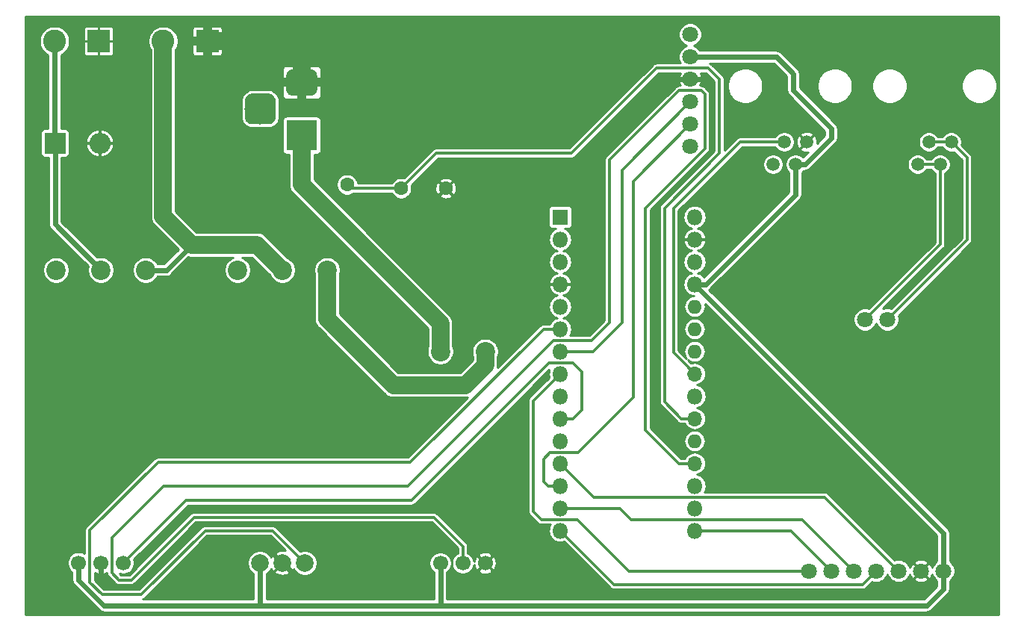
<source format=gbl>
G04 #@! TF.GenerationSoftware,KiCad,Pcbnew,5.1.2-f72e74a~84~ubuntu18.04.1*
G04 #@! TF.CreationDate,2019-08-04T21:20:18+03:00*
G04 #@! TF.ProjectId,Borjomi-Main,426f726a-6f6d-4692-9d4d-61696e2e6b69,rev?*
G04 #@! TF.SameCoordinates,Original*
G04 #@! TF.FileFunction,Copper,L2,Bot*
G04 #@! TF.FilePolarity,Positive*
%FSLAX46Y46*%
G04 Gerber Fmt 4.6, Leading zero omitted, Abs format (unit mm)*
G04 Created by KiCad (PCBNEW 5.1.2-f72e74a~84~ubuntu18.04.1) date 2019-08-04 21:20:18*
%MOMM*%
%LPD*%
G04 APERTURE LIST*
%ADD10C,0.150000*%
%ADD11C,3.500000*%
%ADD12C,3.000000*%
%ADD13R,3.500000X3.500000*%
%ADD14R,1.800000X1.800000*%
%ADD15O,1.800000X1.800000*%
%ADD16O,1.700000X1.700000*%
%ADD17O,1.600000X1.600000*%
%ADD18R,2.400000X2.400000*%
%ADD19O,2.400000X2.400000*%
%ADD20R,2.600000X2.600000*%
%ADD21C,2.600000*%
%ADD22C,1.520000*%
%ADD23C,1.600000*%
%ADD24C,1.800000*%
%ADD25C,1.700000*%
%ADD26C,2.200000*%
%ADD27C,2.000000*%
%ADD28C,0.300000*%
%ADD29C,0.250000*%
%ADD30C,0.600000*%
%ADD31C,1.000000*%
%ADD32C,2.000000*%
G04 APERTURE END LIST*
D10*
G36*
X140692785Y-84039913D02*
G01*
X140777724Y-84052513D01*
X140861019Y-84073377D01*
X140941868Y-84102305D01*
X141019492Y-84139019D01*
X141093144Y-84183164D01*
X141162114Y-84234316D01*
X141225738Y-84291982D01*
X141283404Y-84355606D01*
X141334556Y-84424576D01*
X141378701Y-84498228D01*
X141415415Y-84575852D01*
X141444343Y-84656701D01*
X141465207Y-84739996D01*
X141477807Y-84824935D01*
X141482020Y-84910700D01*
X141482020Y-86660700D01*
X141477807Y-86746465D01*
X141465207Y-86831404D01*
X141444343Y-86914699D01*
X141415415Y-86995548D01*
X141378701Y-87073172D01*
X141334556Y-87146824D01*
X141283404Y-87215794D01*
X141225738Y-87279418D01*
X141162114Y-87337084D01*
X141093144Y-87388236D01*
X141019492Y-87432381D01*
X140941868Y-87469095D01*
X140861019Y-87498023D01*
X140777724Y-87518887D01*
X140692785Y-87531487D01*
X140607020Y-87535700D01*
X138857020Y-87535700D01*
X138771255Y-87531487D01*
X138686316Y-87518887D01*
X138603021Y-87498023D01*
X138522172Y-87469095D01*
X138444548Y-87432381D01*
X138370896Y-87388236D01*
X138301926Y-87337084D01*
X138238302Y-87279418D01*
X138180636Y-87215794D01*
X138129484Y-87146824D01*
X138085339Y-87073172D01*
X138048625Y-86995548D01*
X138019697Y-86914699D01*
X137998833Y-86831404D01*
X137986233Y-86746465D01*
X137982020Y-86660700D01*
X137982020Y-84910700D01*
X137986233Y-84824935D01*
X137998833Y-84739996D01*
X138019697Y-84656701D01*
X138048625Y-84575852D01*
X138085339Y-84498228D01*
X138129484Y-84424576D01*
X138180636Y-84355606D01*
X138238302Y-84291982D01*
X138301926Y-84234316D01*
X138370896Y-84183164D01*
X138444548Y-84139019D01*
X138522172Y-84102305D01*
X138603021Y-84073377D01*
X138686316Y-84052513D01*
X138771255Y-84039913D01*
X138857020Y-84035700D01*
X140607020Y-84035700D01*
X140692785Y-84039913D01*
X140692785Y-84039913D01*
G37*
D11*
X139732020Y-85785700D03*
D10*
G36*
X145505533Y-81289311D02*
G01*
X145578338Y-81300111D01*
X145649734Y-81317995D01*
X145719033Y-81342790D01*
X145785568Y-81374259D01*
X145848698Y-81412098D01*
X145907815Y-81455942D01*
X145962350Y-81505370D01*
X146011778Y-81559905D01*
X146055622Y-81619022D01*
X146093461Y-81682152D01*
X146124930Y-81748687D01*
X146149725Y-81817986D01*
X146167609Y-81889382D01*
X146178409Y-81962187D01*
X146182020Y-82035700D01*
X146182020Y-83535700D01*
X146178409Y-83609213D01*
X146167609Y-83682018D01*
X146149725Y-83753414D01*
X146124930Y-83822713D01*
X146093461Y-83889248D01*
X146055622Y-83952378D01*
X146011778Y-84011495D01*
X145962350Y-84066030D01*
X145907815Y-84115458D01*
X145848698Y-84159302D01*
X145785568Y-84197141D01*
X145719033Y-84228610D01*
X145649734Y-84253405D01*
X145578338Y-84271289D01*
X145505533Y-84282089D01*
X145432020Y-84285700D01*
X143432020Y-84285700D01*
X143358507Y-84282089D01*
X143285702Y-84271289D01*
X143214306Y-84253405D01*
X143145007Y-84228610D01*
X143078472Y-84197141D01*
X143015342Y-84159302D01*
X142956225Y-84115458D01*
X142901690Y-84066030D01*
X142852262Y-84011495D01*
X142808418Y-83952378D01*
X142770579Y-83889248D01*
X142739110Y-83822713D01*
X142714315Y-83753414D01*
X142696431Y-83682018D01*
X142685631Y-83609213D01*
X142682020Y-83535700D01*
X142682020Y-82035700D01*
X142685631Y-81962187D01*
X142696431Y-81889382D01*
X142714315Y-81817986D01*
X142739110Y-81748687D01*
X142770579Y-81682152D01*
X142808418Y-81619022D01*
X142852262Y-81559905D01*
X142901690Y-81505370D01*
X142956225Y-81455942D01*
X143015342Y-81412098D01*
X143078472Y-81374259D01*
X143145007Y-81342790D01*
X143214306Y-81317995D01*
X143285702Y-81300111D01*
X143358507Y-81289311D01*
X143432020Y-81285700D01*
X145432020Y-81285700D01*
X145505533Y-81289311D01*
X145505533Y-81289311D01*
G37*
D12*
X144432020Y-82785700D03*
D13*
X144432020Y-88785700D03*
D14*
X173736000Y-98044000D03*
D15*
X188976000Y-131064000D03*
X173736000Y-100584000D03*
X188976000Y-128524000D03*
X173736000Y-103124000D03*
D16*
X188976000Y-125984000D03*
D15*
X173736000Y-105664000D03*
D17*
X188976000Y-123444000D03*
D15*
X173736000Y-108204000D03*
D16*
X188976000Y-120904000D03*
D15*
X173736000Y-110744000D03*
X188976000Y-118364000D03*
X173736000Y-113284000D03*
D16*
X188976000Y-115824000D03*
D15*
X173736000Y-115824000D03*
D17*
X188976000Y-113284000D03*
D15*
X173736000Y-118364000D03*
D17*
X188976000Y-110744000D03*
D15*
X173736000Y-120904000D03*
D17*
X188976000Y-108204000D03*
D15*
X173736000Y-123444000D03*
X188976000Y-105664000D03*
X173736000Y-125984000D03*
X188976000Y-103124000D03*
X173736000Y-128524000D03*
X188976000Y-100584000D03*
X173736000Y-131064000D03*
X188976000Y-98044000D03*
X173736000Y-133604000D03*
X188976000Y-133604000D03*
X173736000Y-105664000D03*
X173736000Y-105664000D03*
D18*
X116459000Y-89662000D03*
D19*
X121539000Y-89662000D03*
D20*
X121412000Y-78105000D03*
D21*
X116412000Y-78105000D03*
X128731000Y-78105000D03*
D20*
X133731000Y-78105000D03*
D22*
X214249000Y-92075000D03*
X215519000Y-89535000D03*
X216789000Y-92075000D03*
X218059000Y-89535000D03*
X201676000Y-89535000D03*
X200406000Y-92075000D03*
X199136000Y-89535000D03*
X197866000Y-92075000D03*
D23*
X144492980Y-94371160D03*
X149572980Y-94371160D03*
X160764220Y-94795340D03*
X155684220Y-94795340D03*
D24*
X208280000Y-109676000D03*
X201930000Y-138176000D03*
X204470000Y-138176000D03*
X207010000Y-138176000D03*
X209550000Y-138176000D03*
X212090000Y-138176000D03*
X214630000Y-138176000D03*
X217170000Y-138176000D03*
X210820000Y-109676000D03*
D25*
X160147000Y-137287000D03*
X162687000Y-137287000D03*
X165227000Y-137287000D03*
D26*
X160147000Y-113287000D03*
X165227000Y-113287000D03*
D27*
X144780000Y-137272000D03*
X142240000Y-137272000D03*
X139700000Y-137272000D03*
D26*
X142240000Y-104072000D03*
X137160000Y-104072000D03*
X147320000Y-104072000D03*
X126746000Y-104072000D03*
X116586000Y-104072000D03*
X121666000Y-104072000D03*
D25*
X119126000Y-137272000D03*
X121666000Y-137272000D03*
X124206000Y-137272000D03*
D24*
X188468000Y-90043000D03*
X188468000Y-87503000D03*
X188468000Y-84963000D03*
X188468000Y-82423000D03*
X188468000Y-79883000D03*
X188468000Y-77343000D03*
D28*
X187198000Y-125984000D02*
X188976000Y-125984000D01*
X183388000Y-97028000D02*
X183388000Y-122174000D01*
X183388000Y-122174000D02*
X187198000Y-125984000D01*
X190119000Y-90297000D02*
X183388000Y-97028000D01*
X125095000Y-139192000D02*
X123698000Y-139192000D01*
X132207000Y-132080000D02*
X125095000Y-139192000D01*
X187178001Y-83712999D02*
X189718001Y-83712999D01*
X159385000Y-132080000D02*
X132207000Y-132080000D01*
X123698000Y-139192000D02*
X122930920Y-138424920D01*
X162687000Y-135382000D02*
X159385000Y-132080000D01*
X122930920Y-138424920D02*
X122930920Y-134371080D01*
X177292000Y-112014000D02*
X179324000Y-109982000D01*
X190119000Y-84113998D02*
X190119000Y-90297000D01*
X128778000Y-128524000D02*
X156464000Y-128524000D01*
X172974000Y-112014000D02*
X177292000Y-112014000D01*
X179324000Y-109982000D02*
X179324000Y-91567000D01*
X179324000Y-91567000D02*
X187178001Y-83712999D01*
X162687000Y-137287000D02*
X162687000Y-135382000D01*
X122930920Y-134371080D02*
X128778000Y-128524000D01*
X156464000Y-128524000D02*
X172974000Y-112014000D01*
X189718001Y-83712999D02*
X190119000Y-84113998D01*
D29*
X161417000Y-136525000D02*
X161417000Y-138049000D01*
D30*
X188341000Y-82550000D02*
X188468000Y-82423000D01*
X185293000Y-82423000D02*
X190119000Y-82423000D01*
X121666000Y-137272000D02*
X121666000Y-138938000D01*
X143390500Y-138422500D02*
X142240000Y-137272000D01*
X142240000Y-137272000D02*
X141041000Y-136073000D01*
D31*
X133731000Y-78105000D02*
X131732020Y-78105000D01*
X133731000Y-78105000D02*
X133731000Y-79872840D01*
X145415000Y-78105000D02*
X145415000Y-80152240D01*
X145415000Y-78105000D02*
X147474940Y-78105000D01*
D32*
X133731000Y-78105000D02*
X142283180Y-78105000D01*
X144432020Y-80253840D02*
X144432020Y-82785700D01*
X142283180Y-78105000D02*
X144432020Y-80253840D01*
D31*
X133731000Y-78105000D02*
X133731000Y-76207620D01*
X144432020Y-82785700D02*
X147071080Y-82785700D01*
X144432020Y-82785700D02*
X144432020Y-85074760D01*
X144432020Y-82785700D02*
X141841220Y-82785700D01*
D28*
X187452000Y-120904000D02*
X188976000Y-120904000D01*
X185547000Y-118999000D02*
X187452000Y-120904000D01*
X191770000Y-90805000D02*
X185547000Y-97028000D01*
X159674560Y-90805000D02*
X175006000Y-90805000D01*
X190519999Y-81172999D02*
X191770000Y-82423000D01*
X185547000Y-97028000D02*
X185547000Y-118999000D01*
X155684220Y-94795340D02*
X159674560Y-90805000D01*
X184638001Y-81172999D02*
X190519999Y-81172999D01*
X175006000Y-90805000D02*
X184638001Y-81172999D01*
X191770000Y-82423000D02*
X191770000Y-90805000D01*
X149997160Y-94795340D02*
X149572980Y-94371160D01*
X155684220Y-94795340D02*
X149997160Y-94795340D01*
X171831000Y-110744000D02*
X173736000Y-110744000D01*
X156718000Y-125857000D02*
X171831000Y-110744000D01*
X128143000Y-125857000D02*
X156718000Y-125857000D01*
X120398540Y-133601460D02*
X128143000Y-125857000D01*
X144780000Y-137272000D02*
X141112000Y-133604000D01*
X141112000Y-133604000D02*
X133477000Y-133604000D01*
X126238000Y-140843000D02*
X121793000Y-140843000D01*
X133477000Y-133604000D02*
X126238000Y-140843000D01*
X121793000Y-140843000D02*
X120398540Y-139448540D01*
X120398540Y-139448540D02*
X120398540Y-133601460D01*
X180721000Y-92710000D02*
X188468000Y-84963000D01*
X180721000Y-109982000D02*
X180721000Y-92710000D01*
X173736000Y-113284000D02*
X177419000Y-113284000D01*
X177419000Y-113284000D02*
X180721000Y-109982000D01*
X194128122Y-89535000D02*
X186563000Y-97100122D01*
X199136000Y-89535000D02*
X194128122Y-89535000D01*
X188126001Y-114974001D02*
X188976000Y-115824000D01*
X186563000Y-97100122D02*
X186563000Y-113411000D01*
X186563000Y-113411000D02*
X188126001Y-114974001D01*
X170688000Y-118872000D02*
X173736000Y-115824000D01*
X171577000Y-132334000D02*
X170688000Y-131445000D01*
X175641000Y-132334000D02*
X171577000Y-132334000D01*
X201930000Y-138176000D02*
X181483000Y-138176000D01*
X170688000Y-131445000D02*
X170688000Y-118872000D01*
X181483000Y-138176000D02*
X175641000Y-132334000D01*
X175133000Y-120904000D02*
X176149000Y-119888000D01*
X175152999Y-114573999D02*
X172446001Y-114573999D01*
X131303000Y-130175000D02*
X124206000Y-137272000D01*
X172446001Y-114573999D02*
X156845000Y-130175000D01*
X156845000Y-130175000D02*
X131303000Y-130175000D01*
X173736000Y-120904000D02*
X175133000Y-120904000D01*
X176149000Y-115570000D02*
X175152999Y-114573999D01*
X176149000Y-119888000D02*
X176149000Y-115570000D01*
D30*
X217170000Y-133858000D02*
X217170000Y-138176000D01*
X188976000Y-105664000D02*
X217170000Y-133858000D01*
X188468000Y-79883000D02*
X198247000Y-79883000D01*
X198247000Y-79883000D02*
X200152000Y-81788000D01*
X200152000Y-81788000D02*
X200152000Y-83693000D01*
X200152000Y-83693000D02*
X204470000Y-88011000D01*
X201480802Y-92075000D02*
X200406000Y-92075000D01*
X204470000Y-89085802D02*
X201480802Y-92075000D01*
X204470000Y-88011000D02*
X204470000Y-89085802D01*
X200406000Y-93149802D02*
X200406000Y-92075000D01*
X200406000Y-95506792D02*
X200406000Y-93149802D01*
X190248792Y-105664000D02*
X200406000Y-95506792D01*
X188976000Y-105664000D02*
X190248792Y-105664000D01*
X119126000Y-137272000D02*
X119126000Y-139230100D01*
X119126000Y-139230100D02*
X122008900Y-142113000D01*
X217170000Y-138176000D02*
X217170000Y-140208000D01*
X217170000Y-140208000D02*
X215265000Y-142113000D01*
X139700000Y-137272000D02*
X139700000Y-142113000D01*
X160147000Y-142006320D02*
X160253680Y-142113000D01*
X160147000Y-137287000D02*
X160147000Y-142006320D01*
X215265000Y-142113000D02*
X160253680Y-142113000D01*
X160253680Y-142113000D02*
X122008900Y-142113000D01*
D28*
X211190001Y-137276001D02*
X212090000Y-138176000D01*
X203708000Y-129794000D02*
X211190001Y-137276001D01*
X173736000Y-125984000D02*
X177546000Y-129794000D01*
X177546000Y-129794000D02*
X203708000Y-129794000D01*
X181991000Y-118530998D02*
X181991000Y-93980000D01*
X172339000Y-128524000D02*
X171831000Y-128016000D01*
X171831000Y-128016000D02*
X171831000Y-125476000D01*
X173736000Y-128524000D02*
X172339000Y-128524000D01*
X171831000Y-125476000D02*
X172573001Y-124733999D01*
X181991000Y-93980000D02*
X188468000Y-87503000D01*
X172573001Y-124733999D02*
X175787999Y-124733999D01*
X175787999Y-124733999D02*
X181991000Y-118530998D01*
X173736000Y-131064000D02*
X180467000Y-131064000D01*
X180467000Y-131064000D02*
X181673500Y-132270500D01*
X181610000Y-132207000D02*
X181673500Y-132270500D01*
X206110001Y-137276001D02*
X207010000Y-138176000D01*
X201168000Y-132334000D02*
X206110001Y-137276001D01*
X181673500Y-132270500D02*
X181737000Y-132334000D01*
X181737000Y-132334000D02*
X201168000Y-132334000D01*
X209550000Y-138176000D02*
X208026000Y-139700000D01*
X179832000Y-139700000D02*
X173736000Y-133604000D01*
X208026000Y-139700000D02*
X179832000Y-139700000D01*
X199898000Y-133604000D02*
X204470000Y-138176000D01*
X188976000Y-133604000D02*
X199898000Y-133604000D01*
D30*
X116412000Y-89615000D02*
X116459000Y-89662000D01*
X116412000Y-78105000D02*
X116412000Y-89615000D01*
X116459000Y-98865000D02*
X121666000Y-104072000D01*
X116459000Y-89662000D02*
X116459000Y-98865000D01*
D32*
X128731000Y-97997000D02*
X128731000Y-78105000D01*
X142240000Y-104072000D02*
X139387000Y-101219000D01*
X131953000Y-101219000D02*
X128731000Y-97997000D01*
X139387000Y-101219000D02*
X131953000Y-101219000D01*
D30*
X129100000Y-104072000D02*
X131953000Y-101219000D01*
X126746000Y-104072000D02*
X129100000Y-104072000D01*
D28*
X214249000Y-92075000D02*
X216789000Y-92075000D01*
X216789000Y-101167000D02*
X208280000Y-109676000D01*
X216789000Y-92075000D02*
X216789000Y-101167000D01*
X216593802Y-89535000D02*
X218059000Y-89535000D01*
X215519000Y-89535000D02*
X216593802Y-89535000D01*
X219837000Y-100659000D02*
X210820000Y-109676000D01*
X218059000Y-89535000D02*
X219837000Y-91313000D01*
X219837000Y-91313000D02*
X219837000Y-100659000D01*
D32*
X147320000Y-109601000D02*
X147320000Y-104072000D01*
X154813000Y-117094000D02*
X147320000Y-109601000D01*
X162975634Y-117094000D02*
X154813000Y-117094000D01*
X165227000Y-113287000D02*
X165227000Y-114842634D01*
X165227000Y-114842634D02*
X162975634Y-117094000D01*
X160147000Y-110109000D02*
X160147000Y-113287000D01*
X144432020Y-88785700D02*
X144432020Y-94394020D01*
X144432020Y-94394020D02*
X160147000Y-110109000D01*
D29*
G36*
X223426001Y-143162000D02*
G01*
X113124000Y-143162000D01*
X113124000Y-137146423D01*
X117851000Y-137146423D01*
X117851000Y-137397577D01*
X117899998Y-137643904D01*
X117996110Y-137875939D01*
X118135643Y-138084765D01*
X118313235Y-138262357D01*
X118401001Y-138321000D01*
X118401001Y-139194493D01*
X118397494Y-139230100D01*
X118401001Y-139265707D01*
X118411492Y-139372225D01*
X118423893Y-139413107D01*
X118452947Y-139508887D01*
X118520269Y-139634836D01*
X118588170Y-139717574D01*
X118588173Y-139717577D01*
X118610869Y-139745232D01*
X118638523Y-139767927D01*
X121471072Y-142600477D01*
X121493768Y-142628132D01*
X121521423Y-142650828D01*
X121521425Y-142650830D01*
X121556205Y-142679373D01*
X121604163Y-142718731D01*
X121730112Y-142786053D01*
X121866775Y-142827509D01*
X121973293Y-142838000D01*
X121973302Y-142838000D01*
X122008899Y-142841506D01*
X122044496Y-142838000D01*
X139664393Y-142838000D01*
X139700000Y-142841507D01*
X139735607Y-142838000D01*
X160218082Y-142838000D01*
X160253679Y-142841506D01*
X160289276Y-142838000D01*
X215229403Y-142838000D01*
X215265000Y-142841506D01*
X215300597Y-142838000D01*
X215300607Y-142838000D01*
X215407125Y-142827509D01*
X215543788Y-142786053D01*
X215669737Y-142718731D01*
X215780132Y-142628132D01*
X215802832Y-142600472D01*
X217657477Y-140745828D01*
X217685132Y-140723132D01*
X217775731Y-140612737D01*
X217843053Y-140486788D01*
X217884509Y-140350125D01*
X217895000Y-140243607D01*
X217895000Y-140243597D01*
X217898506Y-140208000D01*
X217895000Y-140172403D01*
X217895000Y-139285135D01*
X218014638Y-139205195D01*
X218199195Y-139020638D01*
X218344200Y-138803623D01*
X218444081Y-138562488D01*
X218495000Y-138306501D01*
X218495000Y-138045499D01*
X218444081Y-137789512D01*
X218344200Y-137548377D01*
X218199195Y-137331362D01*
X218014638Y-137146805D01*
X217895000Y-137066865D01*
X217895000Y-133893596D01*
X217898506Y-133857999D01*
X217895000Y-133822402D01*
X217895000Y-133822393D01*
X217884509Y-133715875D01*
X217843053Y-133579212D01*
X217775731Y-133453263D01*
X217707830Y-133370525D01*
X217707823Y-133370518D01*
X217685131Y-133342868D01*
X217657482Y-133320177D01*
X193882804Y-109545499D01*
X206955000Y-109545499D01*
X206955000Y-109806501D01*
X207005919Y-110062488D01*
X207105800Y-110303623D01*
X207250805Y-110520638D01*
X207435362Y-110705195D01*
X207652377Y-110850200D01*
X207893512Y-110950081D01*
X208149499Y-111001000D01*
X208410501Y-111001000D01*
X208666488Y-110950081D01*
X208907623Y-110850200D01*
X209124638Y-110705195D01*
X209309195Y-110520638D01*
X209454200Y-110303623D01*
X209550000Y-110072340D01*
X209645800Y-110303623D01*
X209790805Y-110520638D01*
X209975362Y-110705195D01*
X210192377Y-110850200D01*
X210433512Y-110950081D01*
X210689499Y-111001000D01*
X210950501Y-111001000D01*
X211206488Y-110950081D01*
X211447623Y-110850200D01*
X211664638Y-110705195D01*
X211849195Y-110520638D01*
X211994200Y-110303623D01*
X212094081Y-110062488D01*
X212145000Y-109806501D01*
X212145000Y-109545499D01*
X212094081Y-109289512D01*
X212072284Y-109236888D01*
X220223612Y-101085561D01*
X220245554Y-101067554D01*
X220317408Y-100979998D01*
X220370801Y-100880108D01*
X220403680Y-100771720D01*
X220412000Y-100687246D01*
X220412000Y-100687243D01*
X220414782Y-100659000D01*
X220412000Y-100630757D01*
X220412000Y-91341243D01*
X220414782Y-91313000D01*
X220409847Y-91262894D01*
X220403680Y-91200280D01*
X220370801Y-91091892D01*
X220317408Y-90992002D01*
X220245554Y-90904446D01*
X220223613Y-90886440D01*
X219201674Y-89864501D01*
X219244000Y-89651712D01*
X219244000Y-89418288D01*
X219198461Y-89189348D01*
X219109134Y-88973692D01*
X218979450Y-88779606D01*
X218814394Y-88614550D01*
X218620308Y-88484866D01*
X218404652Y-88395539D01*
X218175712Y-88350000D01*
X217942288Y-88350000D01*
X217713348Y-88395539D01*
X217497692Y-88484866D01*
X217303606Y-88614550D01*
X217138550Y-88779606D01*
X217018015Y-88960000D01*
X216559985Y-88960000D01*
X216439450Y-88779606D01*
X216274394Y-88614550D01*
X216080308Y-88484866D01*
X215864652Y-88395539D01*
X215635712Y-88350000D01*
X215402288Y-88350000D01*
X215173348Y-88395539D01*
X214957692Y-88484866D01*
X214763606Y-88614550D01*
X214598550Y-88779606D01*
X214468866Y-88973692D01*
X214379539Y-89189348D01*
X214334000Y-89418288D01*
X214334000Y-89651712D01*
X214379539Y-89880652D01*
X214468866Y-90096308D01*
X214598550Y-90290394D01*
X214763606Y-90455450D01*
X214957692Y-90585134D01*
X215173348Y-90674461D01*
X215402288Y-90720000D01*
X215635712Y-90720000D01*
X215864652Y-90674461D01*
X216080308Y-90585134D01*
X216274394Y-90455450D01*
X216439450Y-90290394D01*
X216559985Y-90110000D01*
X217018015Y-90110000D01*
X217138550Y-90290394D01*
X217303606Y-90455450D01*
X217497692Y-90585134D01*
X217713348Y-90674461D01*
X217942288Y-90720000D01*
X218175712Y-90720000D01*
X218388501Y-90677674D01*
X219262000Y-91551173D01*
X219262001Y-100420826D01*
X211259112Y-108423716D01*
X211206488Y-108401919D01*
X210950501Y-108351000D01*
X210689499Y-108351000D01*
X210433512Y-108401919D01*
X210320401Y-108448771D01*
X217175612Y-101593561D01*
X217197554Y-101575554D01*
X217238673Y-101525450D01*
X217269408Y-101487999D01*
X217322801Y-101388108D01*
X217330986Y-101361125D01*
X217355680Y-101279720D01*
X217364000Y-101195246D01*
X217364000Y-101195244D01*
X217366782Y-101167001D01*
X217364000Y-101138758D01*
X217364000Y-93115985D01*
X217544394Y-92995450D01*
X217709450Y-92830394D01*
X217839134Y-92636308D01*
X217928461Y-92420652D01*
X217974000Y-92191712D01*
X217974000Y-91958288D01*
X217928461Y-91729348D01*
X217839134Y-91513692D01*
X217709450Y-91319606D01*
X217544394Y-91154550D01*
X217350308Y-91024866D01*
X217134652Y-90935539D01*
X216905712Y-90890000D01*
X216672288Y-90890000D01*
X216443348Y-90935539D01*
X216227692Y-91024866D01*
X216033606Y-91154550D01*
X215868550Y-91319606D01*
X215748015Y-91500000D01*
X215289985Y-91500000D01*
X215169450Y-91319606D01*
X215004394Y-91154550D01*
X214810308Y-91024866D01*
X214594652Y-90935539D01*
X214365712Y-90890000D01*
X214132288Y-90890000D01*
X213903348Y-90935539D01*
X213687692Y-91024866D01*
X213493606Y-91154550D01*
X213328550Y-91319606D01*
X213198866Y-91513692D01*
X213109539Y-91729348D01*
X213064000Y-91958288D01*
X213064000Y-92191712D01*
X213109539Y-92420652D01*
X213198866Y-92636308D01*
X213328550Y-92830394D01*
X213493606Y-92995450D01*
X213687692Y-93125134D01*
X213903348Y-93214461D01*
X214132288Y-93260000D01*
X214365712Y-93260000D01*
X214594652Y-93214461D01*
X214810308Y-93125134D01*
X215004394Y-92995450D01*
X215169450Y-92830394D01*
X215289985Y-92650000D01*
X215748015Y-92650000D01*
X215868550Y-92830394D01*
X216033606Y-92995450D01*
X216214000Y-93115985D01*
X216214001Y-100928826D01*
X208719112Y-108423716D01*
X208666488Y-108401919D01*
X208410501Y-108351000D01*
X208149499Y-108351000D01*
X207893512Y-108401919D01*
X207652377Y-108501800D01*
X207435362Y-108646805D01*
X207250805Y-108831362D01*
X207105800Y-109048377D01*
X207005919Y-109289512D01*
X206955000Y-109545499D01*
X193882804Y-109545499D01*
X190623230Y-106285926D01*
X190653529Y-106269731D01*
X190763924Y-106179132D01*
X190786624Y-106151472D01*
X200893482Y-96044615D01*
X200921131Y-96021924D01*
X200943823Y-95994274D01*
X200943830Y-95994267D01*
X201011731Y-95911529D01*
X201079053Y-95785580D01*
X201099881Y-95716918D01*
X201120509Y-95648917D01*
X201131000Y-95542399D01*
X201131000Y-95542390D01*
X201134506Y-95506793D01*
X201131000Y-95471196D01*
X201131000Y-93015759D01*
X201161394Y-92995450D01*
X201326450Y-92830394D01*
X201346759Y-92800000D01*
X201445205Y-92800000D01*
X201480802Y-92803506D01*
X201516399Y-92800000D01*
X201516409Y-92800000D01*
X201622927Y-92789509D01*
X201759590Y-92748053D01*
X201885539Y-92680731D01*
X201995934Y-92590132D01*
X202018634Y-92562472D01*
X204957477Y-89623630D01*
X204985132Y-89600934D01*
X205021387Y-89556758D01*
X205075731Y-89490539D01*
X205112216Y-89422281D01*
X205143053Y-89364590D01*
X205184509Y-89227927D01*
X205195000Y-89121409D01*
X205195000Y-89121400D01*
X205198506Y-89085803D01*
X205195000Y-89050206D01*
X205195000Y-88046596D01*
X205198506Y-88010999D01*
X205195000Y-87975402D01*
X205195000Y-87975393D01*
X205184509Y-87868875D01*
X205143053Y-87732212D01*
X205075731Y-87606263D01*
X205007830Y-87523525D01*
X205007823Y-87523518D01*
X204985131Y-87495868D01*
X204957482Y-87473177D01*
X200877000Y-83392696D01*
X200877000Y-82985555D01*
X202831000Y-82985555D01*
X202831000Y-83384445D01*
X202908820Y-83775671D01*
X203061468Y-84144197D01*
X203283080Y-84475862D01*
X203565138Y-84757920D01*
X203896803Y-84979532D01*
X204265329Y-85132180D01*
X204656555Y-85210000D01*
X205055445Y-85210000D01*
X205446671Y-85132180D01*
X205815197Y-84979532D01*
X206146862Y-84757920D01*
X206428920Y-84475862D01*
X206650532Y-84144197D01*
X206803180Y-83775671D01*
X206881000Y-83384445D01*
X206881000Y-82985555D01*
X209054000Y-82985555D01*
X209054000Y-83384445D01*
X209131820Y-83775671D01*
X209284468Y-84144197D01*
X209506080Y-84475862D01*
X209788138Y-84757920D01*
X210119803Y-84979532D01*
X210488329Y-85132180D01*
X210879555Y-85210000D01*
X211278445Y-85210000D01*
X211669671Y-85132180D01*
X212038197Y-84979532D01*
X212369862Y-84757920D01*
X212651920Y-84475862D01*
X212873532Y-84144197D01*
X213026180Y-83775671D01*
X213104000Y-83384445D01*
X213104000Y-82985555D01*
X219214000Y-82985555D01*
X219214000Y-83384445D01*
X219291820Y-83775671D01*
X219444468Y-84144197D01*
X219666080Y-84475862D01*
X219948138Y-84757920D01*
X220279803Y-84979532D01*
X220648329Y-85132180D01*
X221039555Y-85210000D01*
X221438445Y-85210000D01*
X221829671Y-85132180D01*
X222198197Y-84979532D01*
X222529862Y-84757920D01*
X222811920Y-84475862D01*
X223033532Y-84144197D01*
X223186180Y-83775671D01*
X223264000Y-83384445D01*
X223264000Y-82985555D01*
X223186180Y-82594329D01*
X223033532Y-82225803D01*
X222811920Y-81894138D01*
X222529862Y-81612080D01*
X222198197Y-81390468D01*
X221829671Y-81237820D01*
X221438445Y-81160000D01*
X221039555Y-81160000D01*
X220648329Y-81237820D01*
X220279803Y-81390468D01*
X219948138Y-81612080D01*
X219666080Y-81894138D01*
X219444468Y-82225803D01*
X219291820Y-82594329D01*
X219214000Y-82985555D01*
X213104000Y-82985555D01*
X213026180Y-82594329D01*
X212873532Y-82225803D01*
X212651920Y-81894138D01*
X212369862Y-81612080D01*
X212038197Y-81390468D01*
X211669671Y-81237820D01*
X211278445Y-81160000D01*
X210879555Y-81160000D01*
X210488329Y-81237820D01*
X210119803Y-81390468D01*
X209788138Y-81612080D01*
X209506080Y-81894138D01*
X209284468Y-82225803D01*
X209131820Y-82594329D01*
X209054000Y-82985555D01*
X206881000Y-82985555D01*
X206803180Y-82594329D01*
X206650532Y-82225803D01*
X206428920Y-81894138D01*
X206146862Y-81612080D01*
X205815197Y-81390468D01*
X205446671Y-81237820D01*
X205055445Y-81160000D01*
X204656555Y-81160000D01*
X204265329Y-81237820D01*
X203896803Y-81390468D01*
X203565138Y-81612080D01*
X203283080Y-81894138D01*
X203061468Y-82225803D01*
X202908820Y-82594329D01*
X202831000Y-82985555D01*
X200877000Y-82985555D01*
X200877000Y-81823597D01*
X200880506Y-81788000D01*
X200877000Y-81752403D01*
X200877000Y-81752393D01*
X200866509Y-81645875D01*
X200825053Y-81509212D01*
X200757731Y-81383263D01*
X200715136Y-81331361D01*
X200689830Y-81300525D01*
X200689823Y-81300518D01*
X200667131Y-81272868D01*
X200639482Y-81250177D01*
X198784832Y-79395528D01*
X198762132Y-79367868D01*
X198651737Y-79277269D01*
X198525788Y-79209947D01*
X198389125Y-79168491D01*
X198282607Y-79158000D01*
X198282597Y-79158000D01*
X198247000Y-79154494D01*
X198211403Y-79158000D01*
X189577135Y-79158000D01*
X189497195Y-79038362D01*
X189312638Y-78853805D01*
X189095623Y-78708800D01*
X188864340Y-78613000D01*
X189095623Y-78517200D01*
X189312638Y-78372195D01*
X189497195Y-78187638D01*
X189642200Y-77970623D01*
X189742081Y-77729488D01*
X189793000Y-77473501D01*
X189793000Y-77212499D01*
X189742081Y-76956512D01*
X189642200Y-76715377D01*
X189497195Y-76498362D01*
X189312638Y-76313805D01*
X189095623Y-76168800D01*
X188854488Y-76068919D01*
X188598501Y-76018000D01*
X188337499Y-76018000D01*
X188081512Y-76068919D01*
X187840377Y-76168800D01*
X187623362Y-76313805D01*
X187438805Y-76498362D01*
X187293800Y-76715377D01*
X187193919Y-76956512D01*
X187143000Y-77212499D01*
X187143000Y-77473501D01*
X187193919Y-77729488D01*
X187293800Y-77970623D01*
X187438805Y-78187638D01*
X187623362Y-78372195D01*
X187840377Y-78517200D01*
X188071660Y-78613000D01*
X187840377Y-78708800D01*
X187623362Y-78853805D01*
X187438805Y-79038362D01*
X187293800Y-79255377D01*
X187193919Y-79496512D01*
X187143000Y-79752499D01*
X187143000Y-80013501D01*
X187193919Y-80269488D01*
X187293800Y-80510623D01*
X187352183Y-80597999D01*
X184666243Y-80597999D01*
X184638000Y-80595217D01*
X184609757Y-80597999D01*
X184609755Y-80597999D01*
X184525281Y-80606319D01*
X184416893Y-80639198D01*
X184351797Y-80673993D01*
X184317002Y-80692591D01*
X184274297Y-80727638D01*
X184229447Y-80764445D01*
X184211440Y-80786387D01*
X174767828Y-90230000D01*
X159702803Y-90230000D01*
X159674560Y-90227218D01*
X159646317Y-90230000D01*
X159646314Y-90230000D01*
X159561840Y-90238320D01*
X159464885Y-90267731D01*
X159453452Y-90271199D01*
X159353561Y-90324592D01*
X159307713Y-90362218D01*
X159266006Y-90396446D01*
X159248000Y-90418387D01*
X156046795Y-93619593D01*
X156041539Y-93617416D01*
X155804872Y-93570340D01*
X155563568Y-93570340D01*
X155326901Y-93617416D01*
X155103965Y-93709759D01*
X154903328Y-93843821D01*
X154732701Y-94014448D01*
X154598639Y-94215085D01*
X154596462Y-94220340D01*
X150791979Y-94220340D01*
X150750904Y-94013841D01*
X150658561Y-93790905D01*
X150524499Y-93590268D01*
X150353872Y-93419641D01*
X150153235Y-93285579D01*
X149930299Y-93193236D01*
X149693632Y-93146160D01*
X149452328Y-93146160D01*
X149215661Y-93193236D01*
X148992725Y-93285579D01*
X148792088Y-93419641D01*
X148621461Y-93590268D01*
X148487399Y-93790905D01*
X148395056Y-94013841D01*
X148347980Y-94250508D01*
X148347980Y-94491812D01*
X148395056Y-94728479D01*
X148487399Y-94951415D01*
X148621461Y-95152052D01*
X148792088Y-95322679D01*
X148992725Y-95456741D01*
X149215661Y-95549084D01*
X149452328Y-95596160D01*
X149693632Y-95596160D01*
X149930299Y-95549084D01*
X150153235Y-95456741D01*
X150282543Y-95370340D01*
X154596462Y-95370340D01*
X154598639Y-95375595D01*
X154732701Y-95576232D01*
X154903328Y-95746859D01*
X155103965Y-95880921D01*
X155326901Y-95973264D01*
X155563568Y-96020340D01*
X155804872Y-96020340D01*
X156041539Y-95973264D01*
X156264475Y-95880921D01*
X156465112Y-95746859D01*
X156603883Y-95608088D01*
X159986828Y-95608088D01*
X160061074Y-95805670D01*
X160271690Y-95923434D01*
X160501234Y-95997846D01*
X160740885Y-96026046D01*
X160981432Y-96006950D01*
X161213632Y-95941294D01*
X161428561Y-95831599D01*
X161467366Y-95805670D01*
X161541612Y-95608088D01*
X160764220Y-94830695D01*
X159986828Y-95608088D01*
X156603883Y-95608088D01*
X156635739Y-95576232D01*
X156769801Y-95375595D01*
X156862144Y-95152659D01*
X156909220Y-94915992D01*
X156909220Y-94772005D01*
X159533514Y-94772005D01*
X159552610Y-95012552D01*
X159618266Y-95244752D01*
X159727961Y-95459681D01*
X159753890Y-95498486D01*
X159951472Y-95572732D01*
X160728865Y-94795340D01*
X160799575Y-94795340D01*
X161576968Y-95572732D01*
X161774550Y-95498486D01*
X161892314Y-95287870D01*
X161966726Y-95058326D01*
X161994926Y-94818675D01*
X161975830Y-94578128D01*
X161910174Y-94345928D01*
X161800479Y-94130999D01*
X161774550Y-94092194D01*
X161576968Y-94017948D01*
X160799575Y-94795340D01*
X160728865Y-94795340D01*
X159951472Y-94017948D01*
X159753890Y-94092194D01*
X159636126Y-94302810D01*
X159561714Y-94532354D01*
X159533514Y-94772005D01*
X156909220Y-94772005D01*
X156909220Y-94674688D01*
X156862144Y-94438021D01*
X156859967Y-94432765D01*
X157310140Y-93982592D01*
X159986828Y-93982592D01*
X160764220Y-94759985D01*
X161541612Y-93982592D01*
X161467366Y-93785010D01*
X161256750Y-93667246D01*
X161027206Y-93592834D01*
X160787555Y-93564634D01*
X160547008Y-93583730D01*
X160314808Y-93649386D01*
X160099879Y-93759081D01*
X160061074Y-93785010D01*
X159986828Y-93982592D01*
X157310140Y-93982592D01*
X159912733Y-91380000D01*
X174977757Y-91380000D01*
X175006000Y-91382782D01*
X175034243Y-91380000D01*
X175034246Y-91380000D01*
X175118720Y-91371680D01*
X175227108Y-91338801D01*
X175326998Y-91285408D01*
X175414554Y-91213554D01*
X175432566Y-91191606D01*
X184876174Y-81747999D01*
X187327418Y-81747999D01*
X187248635Y-81888393D01*
X187167769Y-82136552D01*
X187136869Y-82395718D01*
X187157124Y-82655933D01*
X187227755Y-82907196D01*
X187345106Y-83137999D01*
X187206244Y-83137999D01*
X187178001Y-83135217D01*
X187149758Y-83137999D01*
X187149755Y-83137999D01*
X187065281Y-83146319D01*
X186956893Y-83179198D01*
X186857002Y-83232591D01*
X186811154Y-83270217D01*
X186769447Y-83304445D01*
X186751440Y-83326387D01*
X178937389Y-91140439D01*
X178915447Y-91158446D01*
X178897441Y-91180387D01*
X178843592Y-91246002D01*
X178790199Y-91345893D01*
X178757321Y-91454281D01*
X178746218Y-91567000D01*
X178749001Y-91595253D01*
X178749000Y-109743827D01*
X177053828Y-111439000D01*
X174866916Y-111439000D01*
X174966063Y-111253509D01*
X175041828Y-111003745D01*
X175067411Y-110744000D01*
X175041828Y-110484255D01*
X174966063Y-110234491D01*
X174843028Y-110004308D01*
X174677450Y-109802550D01*
X174475692Y-109636972D01*
X174245509Y-109513937D01*
X174113854Y-109474000D01*
X174245509Y-109434063D01*
X174475692Y-109311028D01*
X174677450Y-109145450D01*
X174843028Y-108943692D01*
X174966063Y-108713509D01*
X175041828Y-108463745D01*
X175067411Y-108204000D01*
X175041828Y-107944255D01*
X174966063Y-107694491D01*
X174843028Y-107464308D01*
X174677450Y-107262550D01*
X174475692Y-107096972D01*
X174245509Y-106973937D01*
X174102752Y-106930632D01*
X174217978Y-106898230D01*
X174449503Y-106780485D01*
X174653609Y-106619835D01*
X174822452Y-106422452D01*
X174949543Y-106195922D01*
X175029998Y-105948951D01*
X175040543Y-105895931D01*
X174954494Y-105689000D01*
X173761000Y-105689000D01*
X173761000Y-105709000D01*
X173711000Y-105709000D01*
X173711000Y-105689000D01*
X172517506Y-105689000D01*
X172431457Y-105895931D01*
X172442002Y-105948951D01*
X172522457Y-106195922D01*
X172649548Y-106422452D01*
X172818391Y-106619835D01*
X173022497Y-106780485D01*
X173254022Y-106898230D01*
X173369248Y-106930632D01*
X173226491Y-106973937D01*
X172996308Y-107096972D01*
X172794550Y-107262550D01*
X172628972Y-107464308D01*
X172505937Y-107694491D01*
X172430172Y-107944255D01*
X172404589Y-108204000D01*
X172430172Y-108463745D01*
X172505937Y-108713509D01*
X172628972Y-108943692D01*
X172794550Y-109145450D01*
X172996308Y-109311028D01*
X173226491Y-109434063D01*
X173358146Y-109474000D01*
X173226491Y-109513937D01*
X172996308Y-109636972D01*
X172794550Y-109802550D01*
X172628972Y-110004308D01*
X172540943Y-110169000D01*
X171859243Y-110169000D01*
X171831000Y-110166218D01*
X171802757Y-110169000D01*
X171802754Y-110169000D01*
X171718280Y-110177320D01*
X171609892Y-110210199D01*
X171510002Y-110263592D01*
X171422446Y-110335446D01*
X171404439Y-110357388D01*
X166627696Y-115134132D01*
X166631381Y-115121983D01*
X166652000Y-114912631D01*
X166652000Y-114912622D01*
X166658893Y-114842635D01*
X166652000Y-114772648D01*
X166652000Y-113831763D01*
X166693395Y-113731826D01*
X166752000Y-113437199D01*
X166752000Y-113136801D01*
X166693395Y-112842174D01*
X166578438Y-112564642D01*
X166411545Y-112314869D01*
X166199131Y-112102455D01*
X165949358Y-111935562D01*
X165671826Y-111820605D01*
X165377199Y-111762000D01*
X165076801Y-111762000D01*
X164782174Y-111820605D01*
X164504642Y-111935562D01*
X164254869Y-112102455D01*
X164042455Y-112314869D01*
X163875562Y-112564642D01*
X163760605Y-112842174D01*
X163702000Y-113136801D01*
X163702000Y-113437199D01*
X163760605Y-113731826D01*
X163802000Y-113831763D01*
X163802000Y-114252379D01*
X162385381Y-115669000D01*
X155403254Y-115669000D01*
X148745000Y-109010747D01*
X148745000Y-104616763D01*
X148786395Y-104516826D01*
X148845000Y-104222199D01*
X148845000Y-103921801D01*
X148786395Y-103627174D01*
X148671438Y-103349642D01*
X148504545Y-103099869D01*
X148292131Y-102887455D01*
X148042358Y-102720562D01*
X147764826Y-102605605D01*
X147470199Y-102547000D01*
X147169801Y-102547000D01*
X146875174Y-102605605D01*
X146597642Y-102720562D01*
X146347869Y-102887455D01*
X146135455Y-103099869D01*
X145968562Y-103349642D01*
X145853605Y-103627174D01*
X145795000Y-103921801D01*
X145795000Y-104222199D01*
X145853605Y-104516826D01*
X145895001Y-104616765D01*
X145895000Y-109531005D01*
X145888106Y-109601000D01*
X145895000Y-109670994D01*
X145895000Y-109670996D01*
X145915619Y-109880348D01*
X145997102Y-110148961D01*
X146129424Y-110396517D01*
X146307498Y-110613501D01*
X146361871Y-110658124D01*
X153755876Y-118052130D01*
X153800498Y-118106502D01*
X154017482Y-118284576D01*
X154265038Y-118416898D01*
X154533651Y-118498381D01*
X154743003Y-118519000D01*
X154743012Y-118519000D01*
X154812999Y-118525893D01*
X154882986Y-118519000D01*
X162905640Y-118519000D01*
X162975634Y-118525894D01*
X163045628Y-118519000D01*
X163045631Y-118519000D01*
X163254983Y-118498381D01*
X163267132Y-118494696D01*
X156479828Y-125282000D01*
X128171242Y-125282000D01*
X128142999Y-125279218D01*
X128114756Y-125282000D01*
X128114754Y-125282000D01*
X128030280Y-125290320D01*
X127921892Y-125323199D01*
X127822001Y-125376592D01*
X127785902Y-125406218D01*
X127734446Y-125448446D01*
X127716440Y-125470387D01*
X120011929Y-133174899D01*
X119989987Y-133192906D01*
X119971981Y-133214847D01*
X119918132Y-133280462D01*
X119864739Y-133380353D01*
X119831861Y-133488741D01*
X119820758Y-133601460D01*
X119823541Y-133629713D01*
X119823541Y-136204653D01*
X119729939Y-136142110D01*
X119497904Y-136045998D01*
X119251577Y-135997000D01*
X119000423Y-135997000D01*
X118754096Y-136045998D01*
X118522061Y-136142110D01*
X118313235Y-136281643D01*
X118135643Y-136459235D01*
X117996110Y-136668061D01*
X117899998Y-136900096D01*
X117851000Y-137146423D01*
X113124000Y-137146423D01*
X113124000Y-103921801D01*
X115061000Y-103921801D01*
X115061000Y-104222199D01*
X115119605Y-104516826D01*
X115234562Y-104794358D01*
X115401455Y-105044131D01*
X115613869Y-105256545D01*
X115863642Y-105423438D01*
X116141174Y-105538395D01*
X116435801Y-105597000D01*
X116736199Y-105597000D01*
X117030826Y-105538395D01*
X117308358Y-105423438D01*
X117558131Y-105256545D01*
X117770545Y-105044131D01*
X117937438Y-104794358D01*
X118052395Y-104516826D01*
X118111000Y-104222199D01*
X118111000Y-103921801D01*
X118052395Y-103627174D01*
X117937438Y-103349642D01*
X117770545Y-103099869D01*
X117558131Y-102887455D01*
X117308358Y-102720562D01*
X117030826Y-102605605D01*
X116736199Y-102547000D01*
X116435801Y-102547000D01*
X116141174Y-102605605D01*
X115863642Y-102720562D01*
X115613869Y-102887455D01*
X115401455Y-103099869D01*
X115234562Y-103349642D01*
X115119605Y-103627174D01*
X115061000Y-103921801D01*
X113124000Y-103921801D01*
X113124000Y-77935102D01*
X114687000Y-77935102D01*
X114687000Y-78274898D01*
X114753290Y-78608164D01*
X114883324Y-78922094D01*
X115072105Y-79204624D01*
X115312376Y-79444895D01*
X115594906Y-79633676D01*
X115687000Y-79671823D01*
X115687001Y-88034944D01*
X115259000Y-88034944D01*
X115175686Y-88043150D01*
X115095573Y-88067452D01*
X115021740Y-88106916D01*
X114957026Y-88160026D01*
X114903916Y-88224740D01*
X114864452Y-88298573D01*
X114840150Y-88378686D01*
X114831944Y-88462000D01*
X114831944Y-90862000D01*
X114840150Y-90945314D01*
X114864452Y-91025427D01*
X114903916Y-91099260D01*
X114957026Y-91163974D01*
X115021740Y-91217084D01*
X115095573Y-91256548D01*
X115175686Y-91280850D01*
X115259000Y-91289056D01*
X115734000Y-91289056D01*
X115734001Y-98829393D01*
X115730494Y-98865000D01*
X115744492Y-99007124D01*
X115785947Y-99143787D01*
X115853269Y-99269736D01*
X115921170Y-99352474D01*
X115921173Y-99352477D01*
X115943869Y-99380132D01*
X115971523Y-99402827D01*
X120198985Y-103630290D01*
X120141000Y-103921801D01*
X120141000Y-104222199D01*
X120199605Y-104516826D01*
X120314562Y-104794358D01*
X120481455Y-105044131D01*
X120693869Y-105256545D01*
X120943642Y-105423438D01*
X121221174Y-105538395D01*
X121515801Y-105597000D01*
X121816199Y-105597000D01*
X122110826Y-105538395D01*
X122388358Y-105423438D01*
X122638131Y-105256545D01*
X122850545Y-105044131D01*
X123017438Y-104794358D01*
X123132395Y-104516826D01*
X123191000Y-104222199D01*
X123191000Y-103921801D01*
X125221000Y-103921801D01*
X125221000Y-104222199D01*
X125279605Y-104516826D01*
X125394562Y-104794358D01*
X125561455Y-105044131D01*
X125773869Y-105256545D01*
X126023642Y-105423438D01*
X126301174Y-105538395D01*
X126595801Y-105597000D01*
X126896199Y-105597000D01*
X127190826Y-105538395D01*
X127468358Y-105423438D01*
X127718131Y-105256545D01*
X127930545Y-105044131D01*
X128095673Y-104797000D01*
X129064403Y-104797000D01*
X129100000Y-104800506D01*
X129135597Y-104797000D01*
X129135607Y-104797000D01*
X129242125Y-104786509D01*
X129378788Y-104745053D01*
X129504737Y-104677731D01*
X129615132Y-104587132D01*
X129637832Y-104559472D01*
X131597135Y-102600170D01*
X131673651Y-102623381D01*
X131883003Y-102644000D01*
X131883012Y-102644000D01*
X131952999Y-102650893D01*
X132022986Y-102644000D01*
X136622480Y-102644000D01*
X136437642Y-102720562D01*
X136187869Y-102887455D01*
X135975455Y-103099869D01*
X135808562Y-103349642D01*
X135693605Y-103627174D01*
X135635000Y-103921801D01*
X135635000Y-104222199D01*
X135693605Y-104516826D01*
X135808562Y-104794358D01*
X135975455Y-105044131D01*
X136187869Y-105256545D01*
X136437642Y-105423438D01*
X136715174Y-105538395D01*
X137009801Y-105597000D01*
X137310199Y-105597000D01*
X137604826Y-105538395D01*
X137882358Y-105423438D01*
X138132131Y-105256545D01*
X138344545Y-105044131D01*
X138511438Y-104794358D01*
X138626395Y-104516826D01*
X138685000Y-104222199D01*
X138685000Y-103921801D01*
X138626395Y-103627174D01*
X138511438Y-103349642D01*
X138344545Y-103099869D01*
X138132131Y-102887455D01*
X137882358Y-102720562D01*
X137697520Y-102644000D01*
X138796747Y-102644000D01*
X140847167Y-104694422D01*
X140888562Y-104794358D01*
X141055455Y-105044131D01*
X141267869Y-105256545D01*
X141517642Y-105423438D01*
X141795174Y-105538395D01*
X142089801Y-105597000D01*
X142390199Y-105597000D01*
X142684826Y-105538395D01*
X142962358Y-105423438D01*
X143212131Y-105256545D01*
X143424545Y-105044131D01*
X143591438Y-104794358D01*
X143706395Y-104516826D01*
X143765000Y-104222199D01*
X143765000Y-103921801D01*
X143706395Y-103627174D01*
X143591438Y-103349642D01*
X143424545Y-103099869D01*
X143212131Y-102887455D01*
X142962358Y-102720562D01*
X142862422Y-102679167D01*
X140444128Y-100260875D01*
X140399502Y-100206498D01*
X140182518Y-100028424D01*
X139934962Y-99896102D01*
X139666349Y-99814619D01*
X139456997Y-99794000D01*
X139456994Y-99794000D01*
X139387000Y-99787106D01*
X139317006Y-99794000D01*
X132543254Y-99794000D01*
X130156000Y-97406747D01*
X130156000Y-84910700D01*
X137554964Y-84910700D01*
X137554964Y-86660700D01*
X137579983Y-86914719D01*
X137654077Y-87158975D01*
X137774400Y-87384084D01*
X137936327Y-87581393D01*
X138133636Y-87743320D01*
X138358745Y-87863643D01*
X138603001Y-87937737D01*
X138857020Y-87962756D01*
X140607020Y-87962756D01*
X140861039Y-87937737D01*
X141105295Y-87863643D01*
X141330404Y-87743320D01*
X141527713Y-87581393D01*
X141689640Y-87384084D01*
X141809963Y-87158975D01*
X141847357Y-87035700D01*
X142254964Y-87035700D01*
X142254964Y-90535700D01*
X142263170Y-90619014D01*
X142287472Y-90699127D01*
X142326936Y-90772960D01*
X142380046Y-90837674D01*
X142444760Y-90890784D01*
X142518593Y-90930248D01*
X142598706Y-90954550D01*
X142682020Y-90962756D01*
X143007020Y-90962756D01*
X143007021Y-94324016D01*
X143000126Y-94394020D01*
X143019652Y-94592267D01*
X143027640Y-94673369D01*
X143076288Y-94833739D01*
X143109123Y-94941982D01*
X143241444Y-95189537D01*
X143268003Y-95221899D01*
X143419519Y-95406522D01*
X143473890Y-95451143D01*
X158722000Y-110699254D01*
X158722001Y-112742235D01*
X158680605Y-112842174D01*
X158622000Y-113136801D01*
X158622000Y-113437199D01*
X158680605Y-113731826D01*
X158795562Y-114009358D01*
X158962455Y-114259131D01*
X159174869Y-114471545D01*
X159424642Y-114638438D01*
X159702174Y-114753395D01*
X159996801Y-114812000D01*
X160297199Y-114812000D01*
X160591826Y-114753395D01*
X160869358Y-114638438D01*
X161119131Y-114471545D01*
X161331545Y-114259131D01*
X161498438Y-114009358D01*
X161613395Y-113731826D01*
X161672000Y-113437199D01*
X161672000Y-113136801D01*
X161613395Y-112842174D01*
X161572000Y-112742237D01*
X161572000Y-110178994D01*
X161578894Y-110109000D01*
X161572000Y-110039003D01*
X161551381Y-109829651D01*
X161469898Y-109561038D01*
X161409584Y-109448199D01*
X161337577Y-109313482D01*
X161204122Y-109150868D01*
X161204119Y-109150865D01*
X161159501Y-109096498D01*
X161105135Y-109051881D01*
X152637254Y-100584000D01*
X172404589Y-100584000D01*
X172430172Y-100843745D01*
X172505937Y-101093509D01*
X172628972Y-101323692D01*
X172794550Y-101525450D01*
X172996308Y-101691028D01*
X173226491Y-101814063D01*
X173358146Y-101854000D01*
X173226491Y-101893937D01*
X172996308Y-102016972D01*
X172794550Y-102182550D01*
X172628972Y-102384308D01*
X172505937Y-102614491D01*
X172430172Y-102864255D01*
X172404589Y-103124000D01*
X172430172Y-103383745D01*
X172505937Y-103633509D01*
X172628972Y-103863692D01*
X172794550Y-104065450D01*
X172996308Y-104231028D01*
X173226491Y-104354063D01*
X173369248Y-104397368D01*
X173254022Y-104429770D01*
X173022497Y-104547515D01*
X172818391Y-104708165D01*
X172649548Y-104905548D01*
X172522457Y-105132078D01*
X172442002Y-105379049D01*
X172431457Y-105432069D01*
X172517506Y-105639000D01*
X173711000Y-105639000D01*
X173711000Y-105619000D01*
X173761000Y-105619000D01*
X173761000Y-105639000D01*
X174954494Y-105639000D01*
X175040543Y-105432069D01*
X175029998Y-105379049D01*
X174949543Y-105132078D01*
X174822452Y-104905548D01*
X174653609Y-104708165D01*
X174449503Y-104547515D01*
X174217978Y-104429770D01*
X174102752Y-104397368D01*
X174245509Y-104354063D01*
X174475692Y-104231028D01*
X174677450Y-104065450D01*
X174843028Y-103863692D01*
X174966063Y-103633509D01*
X175041828Y-103383745D01*
X175067411Y-103124000D01*
X175041828Y-102864255D01*
X174966063Y-102614491D01*
X174843028Y-102384308D01*
X174677450Y-102182550D01*
X174475692Y-102016972D01*
X174245509Y-101893937D01*
X174113854Y-101854000D01*
X174245509Y-101814063D01*
X174475692Y-101691028D01*
X174677450Y-101525450D01*
X174843028Y-101323692D01*
X174966063Y-101093509D01*
X175041828Y-100843745D01*
X175067411Y-100584000D01*
X175041828Y-100324255D01*
X174966063Y-100074491D01*
X174843028Y-99844308D01*
X174677450Y-99642550D01*
X174475692Y-99476972D01*
X174277536Y-99371056D01*
X174636000Y-99371056D01*
X174719314Y-99362850D01*
X174799427Y-99338548D01*
X174873260Y-99299084D01*
X174937974Y-99245974D01*
X174991084Y-99181260D01*
X175030548Y-99107427D01*
X175054850Y-99027314D01*
X175063056Y-98944000D01*
X175063056Y-97144000D01*
X175054850Y-97060686D01*
X175030548Y-96980573D01*
X174991084Y-96906740D01*
X174937974Y-96842026D01*
X174873260Y-96788916D01*
X174799427Y-96749452D01*
X174719314Y-96725150D01*
X174636000Y-96716944D01*
X172836000Y-96716944D01*
X172752686Y-96725150D01*
X172672573Y-96749452D01*
X172598740Y-96788916D01*
X172534026Y-96842026D01*
X172480916Y-96906740D01*
X172441452Y-96980573D01*
X172417150Y-97060686D01*
X172408944Y-97144000D01*
X172408944Y-98944000D01*
X172417150Y-99027314D01*
X172441452Y-99107427D01*
X172480916Y-99181260D01*
X172534026Y-99245974D01*
X172598740Y-99299084D01*
X172672573Y-99338548D01*
X172752686Y-99362850D01*
X172836000Y-99371056D01*
X173194464Y-99371056D01*
X172996308Y-99476972D01*
X172794550Y-99642550D01*
X172628972Y-99844308D01*
X172505937Y-100074491D01*
X172430172Y-100324255D01*
X172404589Y-100584000D01*
X152637254Y-100584000D01*
X145857020Y-93803767D01*
X145857020Y-90962756D01*
X146182020Y-90962756D01*
X146265334Y-90954550D01*
X146345447Y-90930248D01*
X146419280Y-90890784D01*
X146483994Y-90837674D01*
X146537104Y-90772960D01*
X146576568Y-90699127D01*
X146600870Y-90619014D01*
X146609076Y-90535700D01*
X146609076Y-87035700D01*
X146600870Y-86952386D01*
X146576568Y-86872273D01*
X146537104Y-86798440D01*
X146483994Y-86733726D01*
X146419280Y-86680616D01*
X146345447Y-86641152D01*
X146265334Y-86616850D01*
X146182020Y-86608644D01*
X142682020Y-86608644D01*
X142598706Y-86616850D01*
X142518593Y-86641152D01*
X142444760Y-86680616D01*
X142380046Y-86733726D01*
X142326936Y-86798440D01*
X142287472Y-86872273D01*
X142263170Y-86952386D01*
X142254964Y-87035700D01*
X141847357Y-87035700D01*
X141884057Y-86914719D01*
X141909076Y-86660700D01*
X141909076Y-84910700D01*
X141884057Y-84656681D01*
X141809963Y-84412425D01*
X141742228Y-84285700D01*
X142254964Y-84285700D01*
X142263170Y-84369014D01*
X142287472Y-84449127D01*
X142326936Y-84522960D01*
X142380046Y-84587674D01*
X142444760Y-84640784D01*
X142518593Y-84680248D01*
X142598706Y-84704550D01*
X142682020Y-84712756D01*
X144300770Y-84710700D01*
X144407020Y-84604450D01*
X144407020Y-82810700D01*
X144457020Y-82810700D01*
X144457020Y-84604450D01*
X144563270Y-84710700D01*
X146182020Y-84712756D01*
X146265334Y-84704550D01*
X146345447Y-84680248D01*
X146419280Y-84640784D01*
X146483994Y-84587674D01*
X146537104Y-84522960D01*
X146576568Y-84449127D01*
X146600870Y-84369014D01*
X146609076Y-84285700D01*
X146607020Y-82916950D01*
X146500770Y-82810700D01*
X144457020Y-82810700D01*
X144407020Y-82810700D01*
X142363270Y-82810700D01*
X142257020Y-82916950D01*
X142254964Y-84285700D01*
X141742228Y-84285700D01*
X141689640Y-84187316D01*
X141527713Y-83990007D01*
X141330404Y-83828080D01*
X141105295Y-83707757D01*
X140861039Y-83633663D01*
X140607020Y-83608644D01*
X138857020Y-83608644D01*
X138603001Y-83633663D01*
X138358745Y-83707757D01*
X138133636Y-83828080D01*
X137936327Y-83990007D01*
X137774400Y-84187316D01*
X137654077Y-84412425D01*
X137579983Y-84656681D01*
X137554964Y-84910700D01*
X130156000Y-84910700D01*
X130156000Y-81285700D01*
X142254964Y-81285700D01*
X142257020Y-82654450D01*
X142363270Y-82760700D01*
X144407020Y-82760700D01*
X144407020Y-80966950D01*
X144457020Y-80966950D01*
X144457020Y-82760700D01*
X146500770Y-82760700D01*
X146607020Y-82654450D01*
X146609076Y-81285700D01*
X146600870Y-81202386D01*
X146576568Y-81122273D01*
X146537104Y-81048440D01*
X146483994Y-80983726D01*
X146419280Y-80930616D01*
X146345447Y-80891152D01*
X146265334Y-80866850D01*
X146182020Y-80858644D01*
X144563270Y-80860700D01*
X144457020Y-80966950D01*
X144407020Y-80966950D01*
X144300770Y-80860700D01*
X142682020Y-80858644D01*
X142598706Y-80866850D01*
X142518593Y-80891152D01*
X142444760Y-80930616D01*
X142380046Y-80983726D01*
X142326936Y-81048440D01*
X142287472Y-81122273D01*
X142263170Y-81202386D01*
X142254964Y-81285700D01*
X130156000Y-81285700D01*
X130156000Y-79405000D01*
X132003944Y-79405000D01*
X132012150Y-79488314D01*
X132036452Y-79568427D01*
X132075916Y-79642260D01*
X132129026Y-79706974D01*
X132193740Y-79760084D01*
X132267573Y-79799548D01*
X132347686Y-79823850D01*
X132431000Y-79832056D01*
X133599750Y-79830000D01*
X133706000Y-79723750D01*
X133706000Y-78130000D01*
X133756000Y-78130000D01*
X133756000Y-79723750D01*
X133862250Y-79830000D01*
X135031000Y-79832056D01*
X135114314Y-79823850D01*
X135194427Y-79799548D01*
X135268260Y-79760084D01*
X135332974Y-79706974D01*
X135386084Y-79642260D01*
X135425548Y-79568427D01*
X135449850Y-79488314D01*
X135458056Y-79405000D01*
X135456000Y-78236250D01*
X135349750Y-78130000D01*
X133756000Y-78130000D01*
X133706000Y-78130000D01*
X132112250Y-78130000D01*
X132006000Y-78236250D01*
X132003944Y-79405000D01*
X130156000Y-79405000D01*
X130156000Y-79077256D01*
X130259676Y-78922094D01*
X130389710Y-78608164D01*
X130456000Y-78274898D01*
X130456000Y-77935102D01*
X130389710Y-77601836D01*
X130259676Y-77287906D01*
X130070895Y-77005376D01*
X129870519Y-76805000D01*
X132003944Y-76805000D01*
X132006000Y-77973750D01*
X132112250Y-78080000D01*
X133706000Y-78080000D01*
X133706000Y-76486250D01*
X133756000Y-76486250D01*
X133756000Y-78080000D01*
X135349750Y-78080000D01*
X135456000Y-77973750D01*
X135458056Y-76805000D01*
X135449850Y-76721686D01*
X135425548Y-76641573D01*
X135386084Y-76567740D01*
X135332974Y-76503026D01*
X135268260Y-76449916D01*
X135194427Y-76410452D01*
X135114314Y-76386150D01*
X135031000Y-76377944D01*
X133862250Y-76380000D01*
X133756000Y-76486250D01*
X133706000Y-76486250D01*
X133599750Y-76380000D01*
X132431000Y-76377944D01*
X132347686Y-76386150D01*
X132267573Y-76410452D01*
X132193740Y-76449916D01*
X132129026Y-76503026D01*
X132075916Y-76567740D01*
X132036452Y-76641573D01*
X132012150Y-76721686D01*
X132003944Y-76805000D01*
X129870519Y-76805000D01*
X129830624Y-76765105D01*
X129548094Y-76576324D01*
X129234164Y-76446290D01*
X128900898Y-76380000D01*
X128561102Y-76380000D01*
X128227836Y-76446290D01*
X127913906Y-76576324D01*
X127631376Y-76765105D01*
X127391105Y-77005376D01*
X127202324Y-77287906D01*
X127072290Y-77601836D01*
X127006000Y-77935102D01*
X127006000Y-78274898D01*
X127072290Y-78608164D01*
X127202324Y-78922094D01*
X127306001Y-79077257D01*
X127306000Y-97927006D01*
X127299106Y-97997000D01*
X127306000Y-98066994D01*
X127306000Y-98066996D01*
X127326619Y-98276348D01*
X127408102Y-98544961D01*
X127540424Y-98792517D01*
X127718498Y-99009501D01*
X127772871Y-99054124D01*
X130432721Y-101713975D01*
X128799696Y-103347000D01*
X128095673Y-103347000D01*
X127930545Y-103099869D01*
X127718131Y-102887455D01*
X127468358Y-102720562D01*
X127190826Y-102605605D01*
X126896199Y-102547000D01*
X126595801Y-102547000D01*
X126301174Y-102605605D01*
X126023642Y-102720562D01*
X125773869Y-102887455D01*
X125561455Y-103099869D01*
X125394562Y-103349642D01*
X125279605Y-103627174D01*
X125221000Y-103921801D01*
X123191000Y-103921801D01*
X123132395Y-103627174D01*
X123017438Y-103349642D01*
X122850545Y-103099869D01*
X122638131Y-102887455D01*
X122388358Y-102720562D01*
X122110826Y-102605605D01*
X121816199Y-102547000D01*
X121515801Y-102547000D01*
X121224290Y-102604985D01*
X117184000Y-98564696D01*
X117184000Y-91289056D01*
X117659000Y-91289056D01*
X117742314Y-91280850D01*
X117822427Y-91256548D01*
X117896260Y-91217084D01*
X117960974Y-91163974D01*
X118014084Y-91099260D01*
X118053548Y-91025427D01*
X118077850Y-90945314D01*
X118086056Y-90862000D01*
X118086056Y-89940868D01*
X119938107Y-89940868D01*
X119953248Y-90016994D01*
X120052974Y-90319538D01*
X120209807Y-90596813D01*
X120417720Y-90838164D01*
X120668723Y-91034315D01*
X120953171Y-91177729D01*
X121260132Y-91262894D01*
X121514000Y-91180559D01*
X121514000Y-89687000D01*
X121564000Y-89687000D01*
X121564000Y-91180559D01*
X121817868Y-91262894D01*
X122124829Y-91177729D01*
X122409277Y-91034315D01*
X122660280Y-90838164D01*
X122868193Y-90596813D01*
X123025026Y-90319538D01*
X123124752Y-90016994D01*
X123139893Y-89940868D01*
X123057544Y-89687000D01*
X121564000Y-89687000D01*
X121514000Y-89687000D01*
X120020456Y-89687000D01*
X119938107Y-89940868D01*
X118086056Y-89940868D01*
X118086056Y-89383132D01*
X119938107Y-89383132D01*
X120020456Y-89637000D01*
X121514000Y-89637000D01*
X121514000Y-88143441D01*
X121564000Y-88143441D01*
X121564000Y-89637000D01*
X123057544Y-89637000D01*
X123139893Y-89383132D01*
X123124752Y-89307006D01*
X123025026Y-89004462D01*
X122868193Y-88727187D01*
X122660280Y-88485836D01*
X122409277Y-88289685D01*
X122124829Y-88146271D01*
X121817868Y-88061106D01*
X121564000Y-88143441D01*
X121514000Y-88143441D01*
X121260132Y-88061106D01*
X120953171Y-88146271D01*
X120668723Y-88289685D01*
X120417720Y-88485836D01*
X120209807Y-88727187D01*
X120052974Y-89004462D01*
X119953248Y-89307006D01*
X119938107Y-89383132D01*
X118086056Y-89383132D01*
X118086056Y-88462000D01*
X118077850Y-88378686D01*
X118053548Y-88298573D01*
X118014084Y-88224740D01*
X117960974Y-88160026D01*
X117896260Y-88106916D01*
X117822427Y-88067452D01*
X117742314Y-88043150D01*
X117659000Y-88034944D01*
X117137000Y-88034944D01*
X117137000Y-79671823D01*
X117229094Y-79633676D01*
X117511624Y-79444895D01*
X117551519Y-79405000D01*
X119684944Y-79405000D01*
X119693150Y-79488314D01*
X119717452Y-79568427D01*
X119756916Y-79642260D01*
X119810026Y-79706974D01*
X119874740Y-79760084D01*
X119948573Y-79799548D01*
X120028686Y-79823850D01*
X120112000Y-79832056D01*
X121280750Y-79830000D01*
X121387000Y-79723750D01*
X121387000Y-78130000D01*
X121437000Y-78130000D01*
X121437000Y-79723750D01*
X121543250Y-79830000D01*
X122712000Y-79832056D01*
X122795314Y-79823850D01*
X122875427Y-79799548D01*
X122949260Y-79760084D01*
X123013974Y-79706974D01*
X123067084Y-79642260D01*
X123106548Y-79568427D01*
X123130850Y-79488314D01*
X123139056Y-79405000D01*
X123137000Y-78236250D01*
X123030750Y-78130000D01*
X121437000Y-78130000D01*
X121387000Y-78130000D01*
X119793250Y-78130000D01*
X119687000Y-78236250D01*
X119684944Y-79405000D01*
X117551519Y-79405000D01*
X117751895Y-79204624D01*
X117940676Y-78922094D01*
X118070710Y-78608164D01*
X118137000Y-78274898D01*
X118137000Y-77935102D01*
X118070710Y-77601836D01*
X117940676Y-77287906D01*
X117751895Y-77005376D01*
X117551519Y-76805000D01*
X119684944Y-76805000D01*
X119687000Y-77973750D01*
X119793250Y-78080000D01*
X121387000Y-78080000D01*
X121387000Y-76486250D01*
X121437000Y-76486250D01*
X121437000Y-78080000D01*
X123030750Y-78080000D01*
X123137000Y-77973750D01*
X123139056Y-76805000D01*
X123130850Y-76721686D01*
X123106548Y-76641573D01*
X123067084Y-76567740D01*
X123013974Y-76503026D01*
X122949260Y-76449916D01*
X122875427Y-76410452D01*
X122795314Y-76386150D01*
X122712000Y-76377944D01*
X121543250Y-76380000D01*
X121437000Y-76486250D01*
X121387000Y-76486250D01*
X121280750Y-76380000D01*
X120112000Y-76377944D01*
X120028686Y-76386150D01*
X119948573Y-76410452D01*
X119874740Y-76449916D01*
X119810026Y-76503026D01*
X119756916Y-76567740D01*
X119717452Y-76641573D01*
X119693150Y-76721686D01*
X119684944Y-76805000D01*
X117551519Y-76805000D01*
X117511624Y-76765105D01*
X117229094Y-76576324D01*
X116915164Y-76446290D01*
X116581898Y-76380000D01*
X116242102Y-76380000D01*
X115908836Y-76446290D01*
X115594906Y-76576324D01*
X115312376Y-76765105D01*
X115072105Y-77005376D01*
X114883324Y-77287906D01*
X114753290Y-77601836D01*
X114687000Y-77935102D01*
X113124000Y-77935102D01*
X113124000Y-75278000D01*
X223426000Y-75278000D01*
X223426001Y-143162000D01*
X223426001Y-143162000D01*
G37*
X223426001Y-143162000D02*
X113124000Y-143162000D01*
X113124000Y-137146423D01*
X117851000Y-137146423D01*
X117851000Y-137397577D01*
X117899998Y-137643904D01*
X117996110Y-137875939D01*
X118135643Y-138084765D01*
X118313235Y-138262357D01*
X118401001Y-138321000D01*
X118401001Y-139194493D01*
X118397494Y-139230100D01*
X118401001Y-139265707D01*
X118411492Y-139372225D01*
X118423893Y-139413107D01*
X118452947Y-139508887D01*
X118520269Y-139634836D01*
X118588170Y-139717574D01*
X118588173Y-139717577D01*
X118610869Y-139745232D01*
X118638523Y-139767927D01*
X121471072Y-142600477D01*
X121493768Y-142628132D01*
X121521423Y-142650828D01*
X121521425Y-142650830D01*
X121556205Y-142679373D01*
X121604163Y-142718731D01*
X121730112Y-142786053D01*
X121866775Y-142827509D01*
X121973293Y-142838000D01*
X121973302Y-142838000D01*
X122008899Y-142841506D01*
X122044496Y-142838000D01*
X139664393Y-142838000D01*
X139700000Y-142841507D01*
X139735607Y-142838000D01*
X160218082Y-142838000D01*
X160253679Y-142841506D01*
X160289276Y-142838000D01*
X215229403Y-142838000D01*
X215265000Y-142841506D01*
X215300597Y-142838000D01*
X215300607Y-142838000D01*
X215407125Y-142827509D01*
X215543788Y-142786053D01*
X215669737Y-142718731D01*
X215780132Y-142628132D01*
X215802832Y-142600472D01*
X217657477Y-140745828D01*
X217685132Y-140723132D01*
X217775731Y-140612737D01*
X217843053Y-140486788D01*
X217884509Y-140350125D01*
X217895000Y-140243607D01*
X217895000Y-140243597D01*
X217898506Y-140208000D01*
X217895000Y-140172403D01*
X217895000Y-139285135D01*
X218014638Y-139205195D01*
X218199195Y-139020638D01*
X218344200Y-138803623D01*
X218444081Y-138562488D01*
X218495000Y-138306501D01*
X218495000Y-138045499D01*
X218444081Y-137789512D01*
X218344200Y-137548377D01*
X218199195Y-137331362D01*
X218014638Y-137146805D01*
X217895000Y-137066865D01*
X217895000Y-133893596D01*
X217898506Y-133857999D01*
X217895000Y-133822402D01*
X217895000Y-133822393D01*
X217884509Y-133715875D01*
X217843053Y-133579212D01*
X217775731Y-133453263D01*
X217707830Y-133370525D01*
X217707823Y-133370518D01*
X217685131Y-133342868D01*
X217657482Y-133320177D01*
X193882804Y-109545499D01*
X206955000Y-109545499D01*
X206955000Y-109806501D01*
X207005919Y-110062488D01*
X207105800Y-110303623D01*
X207250805Y-110520638D01*
X207435362Y-110705195D01*
X207652377Y-110850200D01*
X207893512Y-110950081D01*
X208149499Y-111001000D01*
X208410501Y-111001000D01*
X208666488Y-110950081D01*
X208907623Y-110850200D01*
X209124638Y-110705195D01*
X209309195Y-110520638D01*
X209454200Y-110303623D01*
X209550000Y-110072340D01*
X209645800Y-110303623D01*
X209790805Y-110520638D01*
X209975362Y-110705195D01*
X210192377Y-110850200D01*
X210433512Y-110950081D01*
X210689499Y-111001000D01*
X210950501Y-111001000D01*
X211206488Y-110950081D01*
X211447623Y-110850200D01*
X211664638Y-110705195D01*
X211849195Y-110520638D01*
X211994200Y-110303623D01*
X212094081Y-110062488D01*
X212145000Y-109806501D01*
X212145000Y-109545499D01*
X212094081Y-109289512D01*
X212072284Y-109236888D01*
X220223612Y-101085561D01*
X220245554Y-101067554D01*
X220317408Y-100979998D01*
X220370801Y-100880108D01*
X220403680Y-100771720D01*
X220412000Y-100687246D01*
X220412000Y-100687243D01*
X220414782Y-100659000D01*
X220412000Y-100630757D01*
X220412000Y-91341243D01*
X220414782Y-91313000D01*
X220409847Y-91262894D01*
X220403680Y-91200280D01*
X220370801Y-91091892D01*
X220317408Y-90992002D01*
X220245554Y-90904446D01*
X220223613Y-90886440D01*
X219201674Y-89864501D01*
X219244000Y-89651712D01*
X219244000Y-89418288D01*
X219198461Y-89189348D01*
X219109134Y-88973692D01*
X218979450Y-88779606D01*
X218814394Y-88614550D01*
X218620308Y-88484866D01*
X218404652Y-88395539D01*
X218175712Y-88350000D01*
X217942288Y-88350000D01*
X217713348Y-88395539D01*
X217497692Y-88484866D01*
X217303606Y-88614550D01*
X217138550Y-88779606D01*
X217018015Y-88960000D01*
X216559985Y-88960000D01*
X216439450Y-88779606D01*
X216274394Y-88614550D01*
X216080308Y-88484866D01*
X215864652Y-88395539D01*
X215635712Y-88350000D01*
X215402288Y-88350000D01*
X215173348Y-88395539D01*
X214957692Y-88484866D01*
X214763606Y-88614550D01*
X214598550Y-88779606D01*
X214468866Y-88973692D01*
X214379539Y-89189348D01*
X214334000Y-89418288D01*
X214334000Y-89651712D01*
X214379539Y-89880652D01*
X214468866Y-90096308D01*
X214598550Y-90290394D01*
X214763606Y-90455450D01*
X214957692Y-90585134D01*
X215173348Y-90674461D01*
X215402288Y-90720000D01*
X215635712Y-90720000D01*
X215864652Y-90674461D01*
X216080308Y-90585134D01*
X216274394Y-90455450D01*
X216439450Y-90290394D01*
X216559985Y-90110000D01*
X217018015Y-90110000D01*
X217138550Y-90290394D01*
X217303606Y-90455450D01*
X217497692Y-90585134D01*
X217713348Y-90674461D01*
X217942288Y-90720000D01*
X218175712Y-90720000D01*
X218388501Y-90677674D01*
X219262000Y-91551173D01*
X219262001Y-100420826D01*
X211259112Y-108423716D01*
X211206488Y-108401919D01*
X210950501Y-108351000D01*
X210689499Y-108351000D01*
X210433512Y-108401919D01*
X210320401Y-108448771D01*
X217175612Y-101593561D01*
X217197554Y-101575554D01*
X217238673Y-101525450D01*
X217269408Y-101487999D01*
X217322801Y-101388108D01*
X217330986Y-101361125D01*
X217355680Y-101279720D01*
X217364000Y-101195246D01*
X217364000Y-101195244D01*
X217366782Y-101167001D01*
X217364000Y-101138758D01*
X217364000Y-93115985D01*
X217544394Y-92995450D01*
X217709450Y-92830394D01*
X217839134Y-92636308D01*
X217928461Y-92420652D01*
X217974000Y-92191712D01*
X217974000Y-91958288D01*
X217928461Y-91729348D01*
X217839134Y-91513692D01*
X217709450Y-91319606D01*
X217544394Y-91154550D01*
X217350308Y-91024866D01*
X217134652Y-90935539D01*
X216905712Y-90890000D01*
X216672288Y-90890000D01*
X216443348Y-90935539D01*
X216227692Y-91024866D01*
X216033606Y-91154550D01*
X215868550Y-91319606D01*
X215748015Y-91500000D01*
X215289985Y-91500000D01*
X215169450Y-91319606D01*
X215004394Y-91154550D01*
X214810308Y-91024866D01*
X214594652Y-90935539D01*
X214365712Y-90890000D01*
X214132288Y-90890000D01*
X213903348Y-90935539D01*
X213687692Y-91024866D01*
X213493606Y-91154550D01*
X213328550Y-91319606D01*
X213198866Y-91513692D01*
X213109539Y-91729348D01*
X213064000Y-91958288D01*
X213064000Y-92191712D01*
X213109539Y-92420652D01*
X213198866Y-92636308D01*
X213328550Y-92830394D01*
X213493606Y-92995450D01*
X213687692Y-93125134D01*
X213903348Y-93214461D01*
X214132288Y-93260000D01*
X214365712Y-93260000D01*
X214594652Y-93214461D01*
X214810308Y-93125134D01*
X215004394Y-92995450D01*
X215169450Y-92830394D01*
X215289985Y-92650000D01*
X215748015Y-92650000D01*
X215868550Y-92830394D01*
X216033606Y-92995450D01*
X216214000Y-93115985D01*
X216214001Y-100928826D01*
X208719112Y-108423716D01*
X208666488Y-108401919D01*
X208410501Y-108351000D01*
X208149499Y-108351000D01*
X207893512Y-108401919D01*
X207652377Y-108501800D01*
X207435362Y-108646805D01*
X207250805Y-108831362D01*
X207105800Y-109048377D01*
X207005919Y-109289512D01*
X206955000Y-109545499D01*
X193882804Y-109545499D01*
X190623230Y-106285926D01*
X190653529Y-106269731D01*
X190763924Y-106179132D01*
X190786624Y-106151472D01*
X200893482Y-96044615D01*
X200921131Y-96021924D01*
X200943823Y-95994274D01*
X200943830Y-95994267D01*
X201011731Y-95911529D01*
X201079053Y-95785580D01*
X201099881Y-95716918D01*
X201120509Y-95648917D01*
X201131000Y-95542399D01*
X201131000Y-95542390D01*
X201134506Y-95506793D01*
X201131000Y-95471196D01*
X201131000Y-93015759D01*
X201161394Y-92995450D01*
X201326450Y-92830394D01*
X201346759Y-92800000D01*
X201445205Y-92800000D01*
X201480802Y-92803506D01*
X201516399Y-92800000D01*
X201516409Y-92800000D01*
X201622927Y-92789509D01*
X201759590Y-92748053D01*
X201885539Y-92680731D01*
X201995934Y-92590132D01*
X202018634Y-92562472D01*
X204957477Y-89623630D01*
X204985132Y-89600934D01*
X205021387Y-89556758D01*
X205075731Y-89490539D01*
X205112216Y-89422281D01*
X205143053Y-89364590D01*
X205184509Y-89227927D01*
X205195000Y-89121409D01*
X205195000Y-89121400D01*
X205198506Y-89085803D01*
X205195000Y-89050206D01*
X205195000Y-88046596D01*
X205198506Y-88010999D01*
X205195000Y-87975402D01*
X205195000Y-87975393D01*
X205184509Y-87868875D01*
X205143053Y-87732212D01*
X205075731Y-87606263D01*
X205007830Y-87523525D01*
X205007823Y-87523518D01*
X204985131Y-87495868D01*
X204957482Y-87473177D01*
X200877000Y-83392696D01*
X200877000Y-82985555D01*
X202831000Y-82985555D01*
X202831000Y-83384445D01*
X202908820Y-83775671D01*
X203061468Y-84144197D01*
X203283080Y-84475862D01*
X203565138Y-84757920D01*
X203896803Y-84979532D01*
X204265329Y-85132180D01*
X204656555Y-85210000D01*
X205055445Y-85210000D01*
X205446671Y-85132180D01*
X205815197Y-84979532D01*
X206146862Y-84757920D01*
X206428920Y-84475862D01*
X206650532Y-84144197D01*
X206803180Y-83775671D01*
X206881000Y-83384445D01*
X206881000Y-82985555D01*
X209054000Y-82985555D01*
X209054000Y-83384445D01*
X209131820Y-83775671D01*
X209284468Y-84144197D01*
X209506080Y-84475862D01*
X209788138Y-84757920D01*
X210119803Y-84979532D01*
X210488329Y-85132180D01*
X210879555Y-85210000D01*
X211278445Y-85210000D01*
X211669671Y-85132180D01*
X212038197Y-84979532D01*
X212369862Y-84757920D01*
X212651920Y-84475862D01*
X212873532Y-84144197D01*
X213026180Y-83775671D01*
X213104000Y-83384445D01*
X213104000Y-82985555D01*
X219214000Y-82985555D01*
X219214000Y-83384445D01*
X219291820Y-83775671D01*
X219444468Y-84144197D01*
X219666080Y-84475862D01*
X219948138Y-84757920D01*
X220279803Y-84979532D01*
X220648329Y-85132180D01*
X221039555Y-85210000D01*
X221438445Y-85210000D01*
X221829671Y-85132180D01*
X222198197Y-84979532D01*
X222529862Y-84757920D01*
X222811920Y-84475862D01*
X223033532Y-84144197D01*
X223186180Y-83775671D01*
X223264000Y-83384445D01*
X223264000Y-82985555D01*
X223186180Y-82594329D01*
X223033532Y-82225803D01*
X222811920Y-81894138D01*
X222529862Y-81612080D01*
X222198197Y-81390468D01*
X221829671Y-81237820D01*
X221438445Y-81160000D01*
X221039555Y-81160000D01*
X220648329Y-81237820D01*
X220279803Y-81390468D01*
X219948138Y-81612080D01*
X219666080Y-81894138D01*
X219444468Y-82225803D01*
X219291820Y-82594329D01*
X219214000Y-82985555D01*
X213104000Y-82985555D01*
X213026180Y-82594329D01*
X212873532Y-82225803D01*
X212651920Y-81894138D01*
X212369862Y-81612080D01*
X212038197Y-81390468D01*
X211669671Y-81237820D01*
X211278445Y-81160000D01*
X210879555Y-81160000D01*
X210488329Y-81237820D01*
X210119803Y-81390468D01*
X209788138Y-81612080D01*
X209506080Y-81894138D01*
X209284468Y-82225803D01*
X209131820Y-82594329D01*
X209054000Y-82985555D01*
X206881000Y-82985555D01*
X206803180Y-82594329D01*
X206650532Y-82225803D01*
X206428920Y-81894138D01*
X206146862Y-81612080D01*
X205815197Y-81390468D01*
X205446671Y-81237820D01*
X205055445Y-81160000D01*
X204656555Y-81160000D01*
X204265329Y-81237820D01*
X203896803Y-81390468D01*
X203565138Y-81612080D01*
X203283080Y-81894138D01*
X203061468Y-82225803D01*
X202908820Y-82594329D01*
X202831000Y-82985555D01*
X200877000Y-82985555D01*
X200877000Y-81823597D01*
X200880506Y-81788000D01*
X200877000Y-81752403D01*
X200877000Y-81752393D01*
X200866509Y-81645875D01*
X200825053Y-81509212D01*
X200757731Y-81383263D01*
X200715136Y-81331361D01*
X200689830Y-81300525D01*
X200689823Y-81300518D01*
X200667131Y-81272868D01*
X200639482Y-81250177D01*
X198784832Y-79395528D01*
X198762132Y-79367868D01*
X198651737Y-79277269D01*
X198525788Y-79209947D01*
X198389125Y-79168491D01*
X198282607Y-79158000D01*
X198282597Y-79158000D01*
X198247000Y-79154494D01*
X198211403Y-79158000D01*
X189577135Y-79158000D01*
X189497195Y-79038362D01*
X189312638Y-78853805D01*
X189095623Y-78708800D01*
X188864340Y-78613000D01*
X189095623Y-78517200D01*
X189312638Y-78372195D01*
X189497195Y-78187638D01*
X189642200Y-77970623D01*
X189742081Y-77729488D01*
X189793000Y-77473501D01*
X189793000Y-77212499D01*
X189742081Y-76956512D01*
X189642200Y-76715377D01*
X189497195Y-76498362D01*
X189312638Y-76313805D01*
X189095623Y-76168800D01*
X188854488Y-76068919D01*
X188598501Y-76018000D01*
X188337499Y-76018000D01*
X188081512Y-76068919D01*
X187840377Y-76168800D01*
X187623362Y-76313805D01*
X187438805Y-76498362D01*
X187293800Y-76715377D01*
X187193919Y-76956512D01*
X187143000Y-77212499D01*
X187143000Y-77473501D01*
X187193919Y-77729488D01*
X187293800Y-77970623D01*
X187438805Y-78187638D01*
X187623362Y-78372195D01*
X187840377Y-78517200D01*
X188071660Y-78613000D01*
X187840377Y-78708800D01*
X187623362Y-78853805D01*
X187438805Y-79038362D01*
X187293800Y-79255377D01*
X187193919Y-79496512D01*
X187143000Y-79752499D01*
X187143000Y-80013501D01*
X187193919Y-80269488D01*
X187293800Y-80510623D01*
X187352183Y-80597999D01*
X184666243Y-80597999D01*
X184638000Y-80595217D01*
X184609757Y-80597999D01*
X184609755Y-80597999D01*
X184525281Y-80606319D01*
X184416893Y-80639198D01*
X184351797Y-80673993D01*
X184317002Y-80692591D01*
X184274297Y-80727638D01*
X184229447Y-80764445D01*
X184211440Y-80786387D01*
X174767828Y-90230000D01*
X159702803Y-90230000D01*
X159674560Y-90227218D01*
X159646317Y-90230000D01*
X159646314Y-90230000D01*
X159561840Y-90238320D01*
X159464885Y-90267731D01*
X159453452Y-90271199D01*
X159353561Y-90324592D01*
X159307713Y-90362218D01*
X159266006Y-90396446D01*
X159248000Y-90418387D01*
X156046795Y-93619593D01*
X156041539Y-93617416D01*
X155804872Y-93570340D01*
X155563568Y-93570340D01*
X155326901Y-93617416D01*
X155103965Y-93709759D01*
X154903328Y-93843821D01*
X154732701Y-94014448D01*
X154598639Y-94215085D01*
X154596462Y-94220340D01*
X150791979Y-94220340D01*
X150750904Y-94013841D01*
X150658561Y-93790905D01*
X150524499Y-93590268D01*
X150353872Y-93419641D01*
X150153235Y-93285579D01*
X149930299Y-93193236D01*
X149693632Y-93146160D01*
X149452328Y-93146160D01*
X149215661Y-93193236D01*
X148992725Y-93285579D01*
X148792088Y-93419641D01*
X148621461Y-93590268D01*
X148487399Y-93790905D01*
X148395056Y-94013841D01*
X148347980Y-94250508D01*
X148347980Y-94491812D01*
X148395056Y-94728479D01*
X148487399Y-94951415D01*
X148621461Y-95152052D01*
X148792088Y-95322679D01*
X148992725Y-95456741D01*
X149215661Y-95549084D01*
X149452328Y-95596160D01*
X149693632Y-95596160D01*
X149930299Y-95549084D01*
X150153235Y-95456741D01*
X150282543Y-95370340D01*
X154596462Y-95370340D01*
X154598639Y-95375595D01*
X154732701Y-95576232D01*
X154903328Y-95746859D01*
X155103965Y-95880921D01*
X155326901Y-95973264D01*
X155563568Y-96020340D01*
X155804872Y-96020340D01*
X156041539Y-95973264D01*
X156264475Y-95880921D01*
X156465112Y-95746859D01*
X156603883Y-95608088D01*
X159986828Y-95608088D01*
X160061074Y-95805670D01*
X160271690Y-95923434D01*
X160501234Y-95997846D01*
X160740885Y-96026046D01*
X160981432Y-96006950D01*
X161213632Y-95941294D01*
X161428561Y-95831599D01*
X161467366Y-95805670D01*
X161541612Y-95608088D01*
X160764220Y-94830695D01*
X159986828Y-95608088D01*
X156603883Y-95608088D01*
X156635739Y-95576232D01*
X156769801Y-95375595D01*
X156862144Y-95152659D01*
X156909220Y-94915992D01*
X156909220Y-94772005D01*
X159533514Y-94772005D01*
X159552610Y-95012552D01*
X159618266Y-95244752D01*
X159727961Y-95459681D01*
X159753890Y-95498486D01*
X159951472Y-95572732D01*
X160728865Y-94795340D01*
X160799575Y-94795340D01*
X161576968Y-95572732D01*
X161774550Y-95498486D01*
X161892314Y-95287870D01*
X161966726Y-95058326D01*
X161994926Y-94818675D01*
X161975830Y-94578128D01*
X161910174Y-94345928D01*
X161800479Y-94130999D01*
X161774550Y-94092194D01*
X161576968Y-94017948D01*
X160799575Y-94795340D01*
X160728865Y-94795340D01*
X159951472Y-94017948D01*
X159753890Y-94092194D01*
X159636126Y-94302810D01*
X159561714Y-94532354D01*
X159533514Y-94772005D01*
X156909220Y-94772005D01*
X156909220Y-94674688D01*
X156862144Y-94438021D01*
X156859967Y-94432765D01*
X157310140Y-93982592D01*
X159986828Y-93982592D01*
X160764220Y-94759985D01*
X161541612Y-93982592D01*
X161467366Y-93785010D01*
X161256750Y-93667246D01*
X161027206Y-93592834D01*
X160787555Y-93564634D01*
X160547008Y-93583730D01*
X160314808Y-93649386D01*
X160099879Y-93759081D01*
X160061074Y-93785010D01*
X159986828Y-93982592D01*
X157310140Y-93982592D01*
X159912733Y-91380000D01*
X174977757Y-91380000D01*
X175006000Y-91382782D01*
X175034243Y-91380000D01*
X175034246Y-91380000D01*
X175118720Y-91371680D01*
X175227108Y-91338801D01*
X175326998Y-91285408D01*
X175414554Y-91213554D01*
X175432566Y-91191606D01*
X184876174Y-81747999D01*
X187327418Y-81747999D01*
X187248635Y-81888393D01*
X187167769Y-82136552D01*
X187136869Y-82395718D01*
X187157124Y-82655933D01*
X187227755Y-82907196D01*
X187345106Y-83137999D01*
X187206244Y-83137999D01*
X187178001Y-83135217D01*
X187149758Y-83137999D01*
X187149755Y-83137999D01*
X187065281Y-83146319D01*
X186956893Y-83179198D01*
X186857002Y-83232591D01*
X186811154Y-83270217D01*
X186769447Y-83304445D01*
X186751440Y-83326387D01*
X178937389Y-91140439D01*
X178915447Y-91158446D01*
X178897441Y-91180387D01*
X178843592Y-91246002D01*
X178790199Y-91345893D01*
X178757321Y-91454281D01*
X178746218Y-91567000D01*
X178749001Y-91595253D01*
X178749000Y-109743827D01*
X177053828Y-111439000D01*
X174866916Y-111439000D01*
X174966063Y-111253509D01*
X175041828Y-111003745D01*
X175067411Y-110744000D01*
X175041828Y-110484255D01*
X174966063Y-110234491D01*
X174843028Y-110004308D01*
X174677450Y-109802550D01*
X174475692Y-109636972D01*
X174245509Y-109513937D01*
X174113854Y-109474000D01*
X174245509Y-109434063D01*
X174475692Y-109311028D01*
X174677450Y-109145450D01*
X174843028Y-108943692D01*
X174966063Y-108713509D01*
X175041828Y-108463745D01*
X175067411Y-108204000D01*
X175041828Y-107944255D01*
X174966063Y-107694491D01*
X174843028Y-107464308D01*
X174677450Y-107262550D01*
X174475692Y-107096972D01*
X174245509Y-106973937D01*
X174102752Y-106930632D01*
X174217978Y-106898230D01*
X174449503Y-106780485D01*
X174653609Y-106619835D01*
X174822452Y-106422452D01*
X174949543Y-106195922D01*
X175029998Y-105948951D01*
X175040543Y-105895931D01*
X174954494Y-105689000D01*
X173761000Y-105689000D01*
X173761000Y-105709000D01*
X173711000Y-105709000D01*
X173711000Y-105689000D01*
X172517506Y-105689000D01*
X172431457Y-105895931D01*
X172442002Y-105948951D01*
X172522457Y-106195922D01*
X172649548Y-106422452D01*
X172818391Y-106619835D01*
X173022497Y-106780485D01*
X173254022Y-106898230D01*
X173369248Y-106930632D01*
X173226491Y-106973937D01*
X172996308Y-107096972D01*
X172794550Y-107262550D01*
X172628972Y-107464308D01*
X172505937Y-107694491D01*
X172430172Y-107944255D01*
X172404589Y-108204000D01*
X172430172Y-108463745D01*
X172505937Y-108713509D01*
X172628972Y-108943692D01*
X172794550Y-109145450D01*
X172996308Y-109311028D01*
X173226491Y-109434063D01*
X173358146Y-109474000D01*
X173226491Y-109513937D01*
X172996308Y-109636972D01*
X172794550Y-109802550D01*
X172628972Y-110004308D01*
X172540943Y-110169000D01*
X171859243Y-110169000D01*
X171831000Y-110166218D01*
X171802757Y-110169000D01*
X171802754Y-110169000D01*
X171718280Y-110177320D01*
X171609892Y-110210199D01*
X171510002Y-110263592D01*
X171422446Y-110335446D01*
X171404439Y-110357388D01*
X166627696Y-115134132D01*
X166631381Y-115121983D01*
X166652000Y-114912631D01*
X166652000Y-114912622D01*
X166658893Y-114842635D01*
X166652000Y-114772648D01*
X166652000Y-113831763D01*
X166693395Y-113731826D01*
X166752000Y-113437199D01*
X166752000Y-113136801D01*
X166693395Y-112842174D01*
X166578438Y-112564642D01*
X166411545Y-112314869D01*
X166199131Y-112102455D01*
X165949358Y-111935562D01*
X165671826Y-111820605D01*
X165377199Y-111762000D01*
X165076801Y-111762000D01*
X164782174Y-111820605D01*
X164504642Y-111935562D01*
X164254869Y-112102455D01*
X164042455Y-112314869D01*
X163875562Y-112564642D01*
X163760605Y-112842174D01*
X163702000Y-113136801D01*
X163702000Y-113437199D01*
X163760605Y-113731826D01*
X163802000Y-113831763D01*
X163802000Y-114252379D01*
X162385381Y-115669000D01*
X155403254Y-115669000D01*
X148745000Y-109010747D01*
X148745000Y-104616763D01*
X148786395Y-104516826D01*
X148845000Y-104222199D01*
X148845000Y-103921801D01*
X148786395Y-103627174D01*
X148671438Y-103349642D01*
X148504545Y-103099869D01*
X148292131Y-102887455D01*
X148042358Y-102720562D01*
X147764826Y-102605605D01*
X147470199Y-102547000D01*
X147169801Y-102547000D01*
X146875174Y-102605605D01*
X146597642Y-102720562D01*
X146347869Y-102887455D01*
X146135455Y-103099869D01*
X145968562Y-103349642D01*
X145853605Y-103627174D01*
X145795000Y-103921801D01*
X145795000Y-104222199D01*
X145853605Y-104516826D01*
X145895001Y-104616765D01*
X145895000Y-109531005D01*
X145888106Y-109601000D01*
X145895000Y-109670994D01*
X145895000Y-109670996D01*
X145915619Y-109880348D01*
X145997102Y-110148961D01*
X146129424Y-110396517D01*
X146307498Y-110613501D01*
X146361871Y-110658124D01*
X153755876Y-118052130D01*
X153800498Y-118106502D01*
X154017482Y-118284576D01*
X154265038Y-118416898D01*
X154533651Y-118498381D01*
X154743003Y-118519000D01*
X154743012Y-118519000D01*
X154812999Y-118525893D01*
X154882986Y-118519000D01*
X162905640Y-118519000D01*
X162975634Y-118525894D01*
X163045628Y-118519000D01*
X163045631Y-118519000D01*
X163254983Y-118498381D01*
X163267132Y-118494696D01*
X156479828Y-125282000D01*
X128171242Y-125282000D01*
X128142999Y-125279218D01*
X128114756Y-125282000D01*
X128114754Y-125282000D01*
X128030280Y-125290320D01*
X127921892Y-125323199D01*
X127822001Y-125376592D01*
X127785902Y-125406218D01*
X127734446Y-125448446D01*
X127716440Y-125470387D01*
X120011929Y-133174899D01*
X119989987Y-133192906D01*
X119971981Y-133214847D01*
X119918132Y-133280462D01*
X119864739Y-133380353D01*
X119831861Y-133488741D01*
X119820758Y-133601460D01*
X119823541Y-133629713D01*
X119823541Y-136204653D01*
X119729939Y-136142110D01*
X119497904Y-136045998D01*
X119251577Y-135997000D01*
X119000423Y-135997000D01*
X118754096Y-136045998D01*
X118522061Y-136142110D01*
X118313235Y-136281643D01*
X118135643Y-136459235D01*
X117996110Y-136668061D01*
X117899998Y-136900096D01*
X117851000Y-137146423D01*
X113124000Y-137146423D01*
X113124000Y-103921801D01*
X115061000Y-103921801D01*
X115061000Y-104222199D01*
X115119605Y-104516826D01*
X115234562Y-104794358D01*
X115401455Y-105044131D01*
X115613869Y-105256545D01*
X115863642Y-105423438D01*
X116141174Y-105538395D01*
X116435801Y-105597000D01*
X116736199Y-105597000D01*
X117030826Y-105538395D01*
X117308358Y-105423438D01*
X117558131Y-105256545D01*
X117770545Y-105044131D01*
X117937438Y-104794358D01*
X118052395Y-104516826D01*
X118111000Y-104222199D01*
X118111000Y-103921801D01*
X118052395Y-103627174D01*
X117937438Y-103349642D01*
X117770545Y-103099869D01*
X117558131Y-102887455D01*
X117308358Y-102720562D01*
X117030826Y-102605605D01*
X116736199Y-102547000D01*
X116435801Y-102547000D01*
X116141174Y-102605605D01*
X115863642Y-102720562D01*
X115613869Y-102887455D01*
X115401455Y-103099869D01*
X115234562Y-103349642D01*
X115119605Y-103627174D01*
X115061000Y-103921801D01*
X113124000Y-103921801D01*
X113124000Y-77935102D01*
X114687000Y-77935102D01*
X114687000Y-78274898D01*
X114753290Y-78608164D01*
X114883324Y-78922094D01*
X115072105Y-79204624D01*
X115312376Y-79444895D01*
X115594906Y-79633676D01*
X115687000Y-79671823D01*
X115687001Y-88034944D01*
X115259000Y-88034944D01*
X115175686Y-88043150D01*
X115095573Y-88067452D01*
X115021740Y-88106916D01*
X114957026Y-88160026D01*
X114903916Y-88224740D01*
X114864452Y-88298573D01*
X114840150Y-88378686D01*
X114831944Y-88462000D01*
X114831944Y-90862000D01*
X114840150Y-90945314D01*
X114864452Y-91025427D01*
X114903916Y-91099260D01*
X114957026Y-91163974D01*
X115021740Y-91217084D01*
X115095573Y-91256548D01*
X115175686Y-91280850D01*
X115259000Y-91289056D01*
X115734000Y-91289056D01*
X115734001Y-98829393D01*
X115730494Y-98865000D01*
X115744492Y-99007124D01*
X115785947Y-99143787D01*
X115853269Y-99269736D01*
X115921170Y-99352474D01*
X115921173Y-99352477D01*
X115943869Y-99380132D01*
X115971523Y-99402827D01*
X120198985Y-103630290D01*
X120141000Y-103921801D01*
X120141000Y-104222199D01*
X120199605Y-104516826D01*
X120314562Y-104794358D01*
X120481455Y-105044131D01*
X120693869Y-105256545D01*
X120943642Y-105423438D01*
X121221174Y-105538395D01*
X121515801Y-105597000D01*
X121816199Y-105597000D01*
X122110826Y-105538395D01*
X122388358Y-105423438D01*
X122638131Y-105256545D01*
X122850545Y-105044131D01*
X123017438Y-104794358D01*
X123132395Y-104516826D01*
X123191000Y-104222199D01*
X123191000Y-103921801D01*
X125221000Y-103921801D01*
X125221000Y-104222199D01*
X125279605Y-104516826D01*
X125394562Y-104794358D01*
X125561455Y-105044131D01*
X125773869Y-105256545D01*
X126023642Y-105423438D01*
X126301174Y-105538395D01*
X126595801Y-105597000D01*
X126896199Y-105597000D01*
X127190826Y-105538395D01*
X127468358Y-105423438D01*
X127718131Y-105256545D01*
X127930545Y-105044131D01*
X128095673Y-104797000D01*
X129064403Y-104797000D01*
X129100000Y-104800506D01*
X129135597Y-104797000D01*
X129135607Y-104797000D01*
X129242125Y-104786509D01*
X129378788Y-104745053D01*
X129504737Y-104677731D01*
X129615132Y-104587132D01*
X129637832Y-104559472D01*
X131597135Y-102600170D01*
X131673651Y-102623381D01*
X131883003Y-102644000D01*
X131883012Y-102644000D01*
X131952999Y-102650893D01*
X132022986Y-102644000D01*
X136622480Y-102644000D01*
X136437642Y-102720562D01*
X136187869Y-102887455D01*
X135975455Y-103099869D01*
X135808562Y-103349642D01*
X135693605Y-103627174D01*
X135635000Y-103921801D01*
X135635000Y-104222199D01*
X135693605Y-104516826D01*
X135808562Y-104794358D01*
X135975455Y-105044131D01*
X136187869Y-105256545D01*
X136437642Y-105423438D01*
X136715174Y-105538395D01*
X137009801Y-105597000D01*
X137310199Y-105597000D01*
X137604826Y-105538395D01*
X137882358Y-105423438D01*
X138132131Y-105256545D01*
X138344545Y-105044131D01*
X138511438Y-104794358D01*
X138626395Y-104516826D01*
X138685000Y-104222199D01*
X138685000Y-103921801D01*
X138626395Y-103627174D01*
X138511438Y-103349642D01*
X138344545Y-103099869D01*
X138132131Y-102887455D01*
X137882358Y-102720562D01*
X137697520Y-102644000D01*
X138796747Y-102644000D01*
X140847167Y-104694422D01*
X140888562Y-104794358D01*
X141055455Y-105044131D01*
X141267869Y-105256545D01*
X141517642Y-105423438D01*
X141795174Y-105538395D01*
X142089801Y-105597000D01*
X142390199Y-105597000D01*
X142684826Y-105538395D01*
X142962358Y-105423438D01*
X143212131Y-105256545D01*
X143424545Y-105044131D01*
X143591438Y-104794358D01*
X143706395Y-104516826D01*
X143765000Y-104222199D01*
X143765000Y-103921801D01*
X143706395Y-103627174D01*
X143591438Y-103349642D01*
X143424545Y-103099869D01*
X143212131Y-102887455D01*
X142962358Y-102720562D01*
X142862422Y-102679167D01*
X140444128Y-100260875D01*
X140399502Y-100206498D01*
X140182518Y-100028424D01*
X139934962Y-99896102D01*
X139666349Y-99814619D01*
X139456997Y-99794000D01*
X139456994Y-99794000D01*
X139387000Y-99787106D01*
X139317006Y-99794000D01*
X132543254Y-99794000D01*
X130156000Y-97406747D01*
X130156000Y-84910700D01*
X137554964Y-84910700D01*
X137554964Y-86660700D01*
X137579983Y-86914719D01*
X137654077Y-87158975D01*
X137774400Y-87384084D01*
X137936327Y-87581393D01*
X138133636Y-87743320D01*
X138358745Y-87863643D01*
X138603001Y-87937737D01*
X138857020Y-87962756D01*
X140607020Y-87962756D01*
X140861039Y-87937737D01*
X141105295Y-87863643D01*
X141330404Y-87743320D01*
X141527713Y-87581393D01*
X141689640Y-87384084D01*
X141809963Y-87158975D01*
X141847357Y-87035700D01*
X142254964Y-87035700D01*
X142254964Y-90535700D01*
X142263170Y-90619014D01*
X142287472Y-90699127D01*
X142326936Y-90772960D01*
X142380046Y-90837674D01*
X142444760Y-90890784D01*
X142518593Y-90930248D01*
X142598706Y-90954550D01*
X142682020Y-90962756D01*
X143007020Y-90962756D01*
X143007021Y-94324016D01*
X143000126Y-94394020D01*
X143019652Y-94592267D01*
X143027640Y-94673369D01*
X143076288Y-94833739D01*
X143109123Y-94941982D01*
X143241444Y-95189537D01*
X143268003Y-95221899D01*
X143419519Y-95406522D01*
X143473890Y-95451143D01*
X158722000Y-110699254D01*
X158722001Y-112742235D01*
X158680605Y-112842174D01*
X158622000Y-113136801D01*
X158622000Y-113437199D01*
X158680605Y-113731826D01*
X158795562Y-114009358D01*
X158962455Y-114259131D01*
X159174869Y-114471545D01*
X159424642Y-114638438D01*
X159702174Y-114753395D01*
X159996801Y-114812000D01*
X160297199Y-114812000D01*
X160591826Y-114753395D01*
X160869358Y-114638438D01*
X161119131Y-114471545D01*
X161331545Y-114259131D01*
X161498438Y-114009358D01*
X161613395Y-113731826D01*
X161672000Y-113437199D01*
X161672000Y-113136801D01*
X161613395Y-112842174D01*
X161572000Y-112742237D01*
X161572000Y-110178994D01*
X161578894Y-110109000D01*
X161572000Y-110039003D01*
X161551381Y-109829651D01*
X161469898Y-109561038D01*
X161409584Y-109448199D01*
X161337577Y-109313482D01*
X161204122Y-109150868D01*
X161204119Y-109150865D01*
X161159501Y-109096498D01*
X161105135Y-109051881D01*
X152637254Y-100584000D01*
X172404589Y-100584000D01*
X172430172Y-100843745D01*
X172505937Y-101093509D01*
X172628972Y-101323692D01*
X172794550Y-101525450D01*
X172996308Y-101691028D01*
X173226491Y-101814063D01*
X173358146Y-101854000D01*
X173226491Y-101893937D01*
X172996308Y-102016972D01*
X172794550Y-102182550D01*
X172628972Y-102384308D01*
X172505937Y-102614491D01*
X172430172Y-102864255D01*
X172404589Y-103124000D01*
X172430172Y-103383745D01*
X172505937Y-103633509D01*
X172628972Y-103863692D01*
X172794550Y-104065450D01*
X172996308Y-104231028D01*
X173226491Y-104354063D01*
X173369248Y-104397368D01*
X173254022Y-104429770D01*
X173022497Y-104547515D01*
X172818391Y-104708165D01*
X172649548Y-104905548D01*
X172522457Y-105132078D01*
X172442002Y-105379049D01*
X172431457Y-105432069D01*
X172517506Y-105639000D01*
X173711000Y-105639000D01*
X173711000Y-105619000D01*
X173761000Y-105619000D01*
X173761000Y-105639000D01*
X174954494Y-105639000D01*
X175040543Y-105432069D01*
X175029998Y-105379049D01*
X174949543Y-105132078D01*
X174822452Y-104905548D01*
X174653609Y-104708165D01*
X174449503Y-104547515D01*
X174217978Y-104429770D01*
X174102752Y-104397368D01*
X174245509Y-104354063D01*
X174475692Y-104231028D01*
X174677450Y-104065450D01*
X174843028Y-103863692D01*
X174966063Y-103633509D01*
X175041828Y-103383745D01*
X175067411Y-103124000D01*
X175041828Y-102864255D01*
X174966063Y-102614491D01*
X174843028Y-102384308D01*
X174677450Y-102182550D01*
X174475692Y-102016972D01*
X174245509Y-101893937D01*
X174113854Y-101854000D01*
X174245509Y-101814063D01*
X174475692Y-101691028D01*
X174677450Y-101525450D01*
X174843028Y-101323692D01*
X174966063Y-101093509D01*
X175041828Y-100843745D01*
X175067411Y-100584000D01*
X175041828Y-100324255D01*
X174966063Y-100074491D01*
X174843028Y-99844308D01*
X174677450Y-99642550D01*
X174475692Y-99476972D01*
X174277536Y-99371056D01*
X174636000Y-99371056D01*
X174719314Y-99362850D01*
X174799427Y-99338548D01*
X174873260Y-99299084D01*
X174937974Y-99245974D01*
X174991084Y-99181260D01*
X175030548Y-99107427D01*
X175054850Y-99027314D01*
X175063056Y-98944000D01*
X175063056Y-97144000D01*
X175054850Y-97060686D01*
X175030548Y-96980573D01*
X174991084Y-96906740D01*
X174937974Y-96842026D01*
X174873260Y-96788916D01*
X174799427Y-96749452D01*
X174719314Y-96725150D01*
X174636000Y-96716944D01*
X172836000Y-96716944D01*
X172752686Y-96725150D01*
X172672573Y-96749452D01*
X172598740Y-96788916D01*
X172534026Y-96842026D01*
X172480916Y-96906740D01*
X172441452Y-96980573D01*
X172417150Y-97060686D01*
X172408944Y-97144000D01*
X172408944Y-98944000D01*
X172417150Y-99027314D01*
X172441452Y-99107427D01*
X172480916Y-99181260D01*
X172534026Y-99245974D01*
X172598740Y-99299084D01*
X172672573Y-99338548D01*
X172752686Y-99362850D01*
X172836000Y-99371056D01*
X173194464Y-99371056D01*
X172996308Y-99476972D01*
X172794550Y-99642550D01*
X172628972Y-99844308D01*
X172505937Y-100074491D01*
X172430172Y-100324255D01*
X172404589Y-100584000D01*
X152637254Y-100584000D01*
X145857020Y-93803767D01*
X145857020Y-90962756D01*
X146182020Y-90962756D01*
X146265334Y-90954550D01*
X146345447Y-90930248D01*
X146419280Y-90890784D01*
X146483994Y-90837674D01*
X146537104Y-90772960D01*
X146576568Y-90699127D01*
X146600870Y-90619014D01*
X146609076Y-90535700D01*
X146609076Y-87035700D01*
X146600870Y-86952386D01*
X146576568Y-86872273D01*
X146537104Y-86798440D01*
X146483994Y-86733726D01*
X146419280Y-86680616D01*
X146345447Y-86641152D01*
X146265334Y-86616850D01*
X146182020Y-86608644D01*
X142682020Y-86608644D01*
X142598706Y-86616850D01*
X142518593Y-86641152D01*
X142444760Y-86680616D01*
X142380046Y-86733726D01*
X142326936Y-86798440D01*
X142287472Y-86872273D01*
X142263170Y-86952386D01*
X142254964Y-87035700D01*
X141847357Y-87035700D01*
X141884057Y-86914719D01*
X141909076Y-86660700D01*
X141909076Y-84910700D01*
X141884057Y-84656681D01*
X141809963Y-84412425D01*
X141742228Y-84285700D01*
X142254964Y-84285700D01*
X142263170Y-84369014D01*
X142287472Y-84449127D01*
X142326936Y-84522960D01*
X142380046Y-84587674D01*
X142444760Y-84640784D01*
X142518593Y-84680248D01*
X142598706Y-84704550D01*
X142682020Y-84712756D01*
X144300770Y-84710700D01*
X144407020Y-84604450D01*
X144407020Y-82810700D01*
X144457020Y-82810700D01*
X144457020Y-84604450D01*
X144563270Y-84710700D01*
X146182020Y-84712756D01*
X146265334Y-84704550D01*
X146345447Y-84680248D01*
X146419280Y-84640784D01*
X146483994Y-84587674D01*
X146537104Y-84522960D01*
X146576568Y-84449127D01*
X146600870Y-84369014D01*
X146609076Y-84285700D01*
X146607020Y-82916950D01*
X146500770Y-82810700D01*
X144457020Y-82810700D01*
X144407020Y-82810700D01*
X142363270Y-82810700D01*
X142257020Y-82916950D01*
X142254964Y-84285700D01*
X141742228Y-84285700D01*
X141689640Y-84187316D01*
X141527713Y-83990007D01*
X141330404Y-83828080D01*
X141105295Y-83707757D01*
X140861039Y-83633663D01*
X140607020Y-83608644D01*
X138857020Y-83608644D01*
X138603001Y-83633663D01*
X138358745Y-83707757D01*
X138133636Y-83828080D01*
X137936327Y-83990007D01*
X137774400Y-84187316D01*
X137654077Y-84412425D01*
X137579983Y-84656681D01*
X137554964Y-84910700D01*
X130156000Y-84910700D01*
X130156000Y-81285700D01*
X142254964Y-81285700D01*
X142257020Y-82654450D01*
X142363270Y-82760700D01*
X144407020Y-82760700D01*
X144407020Y-80966950D01*
X144457020Y-80966950D01*
X144457020Y-82760700D01*
X146500770Y-82760700D01*
X146607020Y-82654450D01*
X146609076Y-81285700D01*
X146600870Y-81202386D01*
X146576568Y-81122273D01*
X146537104Y-81048440D01*
X146483994Y-80983726D01*
X146419280Y-80930616D01*
X146345447Y-80891152D01*
X146265334Y-80866850D01*
X146182020Y-80858644D01*
X144563270Y-80860700D01*
X144457020Y-80966950D01*
X144407020Y-80966950D01*
X144300770Y-80860700D01*
X142682020Y-80858644D01*
X142598706Y-80866850D01*
X142518593Y-80891152D01*
X142444760Y-80930616D01*
X142380046Y-80983726D01*
X142326936Y-81048440D01*
X142287472Y-81122273D01*
X142263170Y-81202386D01*
X142254964Y-81285700D01*
X130156000Y-81285700D01*
X130156000Y-79405000D01*
X132003944Y-79405000D01*
X132012150Y-79488314D01*
X132036452Y-79568427D01*
X132075916Y-79642260D01*
X132129026Y-79706974D01*
X132193740Y-79760084D01*
X132267573Y-79799548D01*
X132347686Y-79823850D01*
X132431000Y-79832056D01*
X133599750Y-79830000D01*
X133706000Y-79723750D01*
X133706000Y-78130000D01*
X133756000Y-78130000D01*
X133756000Y-79723750D01*
X133862250Y-79830000D01*
X135031000Y-79832056D01*
X135114314Y-79823850D01*
X135194427Y-79799548D01*
X135268260Y-79760084D01*
X135332974Y-79706974D01*
X135386084Y-79642260D01*
X135425548Y-79568427D01*
X135449850Y-79488314D01*
X135458056Y-79405000D01*
X135456000Y-78236250D01*
X135349750Y-78130000D01*
X133756000Y-78130000D01*
X133706000Y-78130000D01*
X132112250Y-78130000D01*
X132006000Y-78236250D01*
X132003944Y-79405000D01*
X130156000Y-79405000D01*
X130156000Y-79077256D01*
X130259676Y-78922094D01*
X130389710Y-78608164D01*
X130456000Y-78274898D01*
X130456000Y-77935102D01*
X130389710Y-77601836D01*
X130259676Y-77287906D01*
X130070895Y-77005376D01*
X129870519Y-76805000D01*
X132003944Y-76805000D01*
X132006000Y-77973750D01*
X132112250Y-78080000D01*
X133706000Y-78080000D01*
X133706000Y-76486250D01*
X133756000Y-76486250D01*
X133756000Y-78080000D01*
X135349750Y-78080000D01*
X135456000Y-77973750D01*
X135458056Y-76805000D01*
X135449850Y-76721686D01*
X135425548Y-76641573D01*
X135386084Y-76567740D01*
X135332974Y-76503026D01*
X135268260Y-76449916D01*
X135194427Y-76410452D01*
X135114314Y-76386150D01*
X135031000Y-76377944D01*
X133862250Y-76380000D01*
X133756000Y-76486250D01*
X133706000Y-76486250D01*
X133599750Y-76380000D01*
X132431000Y-76377944D01*
X132347686Y-76386150D01*
X132267573Y-76410452D01*
X132193740Y-76449916D01*
X132129026Y-76503026D01*
X132075916Y-76567740D01*
X132036452Y-76641573D01*
X132012150Y-76721686D01*
X132003944Y-76805000D01*
X129870519Y-76805000D01*
X129830624Y-76765105D01*
X129548094Y-76576324D01*
X129234164Y-76446290D01*
X128900898Y-76380000D01*
X128561102Y-76380000D01*
X128227836Y-76446290D01*
X127913906Y-76576324D01*
X127631376Y-76765105D01*
X127391105Y-77005376D01*
X127202324Y-77287906D01*
X127072290Y-77601836D01*
X127006000Y-77935102D01*
X127006000Y-78274898D01*
X127072290Y-78608164D01*
X127202324Y-78922094D01*
X127306001Y-79077257D01*
X127306000Y-97927006D01*
X127299106Y-97997000D01*
X127306000Y-98066994D01*
X127306000Y-98066996D01*
X127326619Y-98276348D01*
X127408102Y-98544961D01*
X127540424Y-98792517D01*
X127718498Y-99009501D01*
X127772871Y-99054124D01*
X130432721Y-101713975D01*
X128799696Y-103347000D01*
X128095673Y-103347000D01*
X127930545Y-103099869D01*
X127718131Y-102887455D01*
X127468358Y-102720562D01*
X127190826Y-102605605D01*
X126896199Y-102547000D01*
X126595801Y-102547000D01*
X126301174Y-102605605D01*
X126023642Y-102720562D01*
X125773869Y-102887455D01*
X125561455Y-103099869D01*
X125394562Y-103349642D01*
X125279605Y-103627174D01*
X125221000Y-103921801D01*
X123191000Y-103921801D01*
X123132395Y-103627174D01*
X123017438Y-103349642D01*
X122850545Y-103099869D01*
X122638131Y-102887455D01*
X122388358Y-102720562D01*
X122110826Y-102605605D01*
X121816199Y-102547000D01*
X121515801Y-102547000D01*
X121224290Y-102604985D01*
X117184000Y-98564696D01*
X117184000Y-91289056D01*
X117659000Y-91289056D01*
X117742314Y-91280850D01*
X117822427Y-91256548D01*
X117896260Y-91217084D01*
X117960974Y-91163974D01*
X118014084Y-91099260D01*
X118053548Y-91025427D01*
X118077850Y-90945314D01*
X118086056Y-90862000D01*
X118086056Y-89940868D01*
X119938107Y-89940868D01*
X119953248Y-90016994D01*
X120052974Y-90319538D01*
X120209807Y-90596813D01*
X120417720Y-90838164D01*
X120668723Y-91034315D01*
X120953171Y-91177729D01*
X121260132Y-91262894D01*
X121514000Y-91180559D01*
X121514000Y-89687000D01*
X121564000Y-89687000D01*
X121564000Y-91180559D01*
X121817868Y-91262894D01*
X122124829Y-91177729D01*
X122409277Y-91034315D01*
X122660280Y-90838164D01*
X122868193Y-90596813D01*
X123025026Y-90319538D01*
X123124752Y-90016994D01*
X123139893Y-89940868D01*
X123057544Y-89687000D01*
X121564000Y-89687000D01*
X121514000Y-89687000D01*
X120020456Y-89687000D01*
X119938107Y-89940868D01*
X118086056Y-89940868D01*
X118086056Y-89383132D01*
X119938107Y-89383132D01*
X120020456Y-89637000D01*
X121514000Y-89637000D01*
X121514000Y-88143441D01*
X121564000Y-88143441D01*
X121564000Y-89637000D01*
X123057544Y-89637000D01*
X123139893Y-89383132D01*
X123124752Y-89307006D01*
X123025026Y-89004462D01*
X122868193Y-88727187D01*
X122660280Y-88485836D01*
X122409277Y-88289685D01*
X122124829Y-88146271D01*
X121817868Y-88061106D01*
X121564000Y-88143441D01*
X121514000Y-88143441D01*
X121260132Y-88061106D01*
X120953171Y-88146271D01*
X120668723Y-88289685D01*
X120417720Y-88485836D01*
X120209807Y-88727187D01*
X120052974Y-89004462D01*
X119953248Y-89307006D01*
X119938107Y-89383132D01*
X118086056Y-89383132D01*
X118086056Y-88462000D01*
X118077850Y-88378686D01*
X118053548Y-88298573D01*
X118014084Y-88224740D01*
X117960974Y-88160026D01*
X117896260Y-88106916D01*
X117822427Y-88067452D01*
X117742314Y-88043150D01*
X117659000Y-88034944D01*
X117137000Y-88034944D01*
X117137000Y-79671823D01*
X117229094Y-79633676D01*
X117511624Y-79444895D01*
X117551519Y-79405000D01*
X119684944Y-79405000D01*
X119693150Y-79488314D01*
X119717452Y-79568427D01*
X119756916Y-79642260D01*
X119810026Y-79706974D01*
X119874740Y-79760084D01*
X119948573Y-79799548D01*
X120028686Y-79823850D01*
X120112000Y-79832056D01*
X121280750Y-79830000D01*
X121387000Y-79723750D01*
X121387000Y-78130000D01*
X121437000Y-78130000D01*
X121437000Y-79723750D01*
X121543250Y-79830000D01*
X122712000Y-79832056D01*
X122795314Y-79823850D01*
X122875427Y-79799548D01*
X122949260Y-79760084D01*
X123013974Y-79706974D01*
X123067084Y-79642260D01*
X123106548Y-79568427D01*
X123130850Y-79488314D01*
X123139056Y-79405000D01*
X123137000Y-78236250D01*
X123030750Y-78130000D01*
X121437000Y-78130000D01*
X121387000Y-78130000D01*
X119793250Y-78130000D01*
X119687000Y-78236250D01*
X119684944Y-79405000D01*
X117551519Y-79405000D01*
X117751895Y-79204624D01*
X117940676Y-78922094D01*
X118070710Y-78608164D01*
X118137000Y-78274898D01*
X118137000Y-77935102D01*
X118070710Y-77601836D01*
X117940676Y-77287906D01*
X117751895Y-77005376D01*
X117551519Y-76805000D01*
X119684944Y-76805000D01*
X119687000Y-77973750D01*
X119793250Y-78080000D01*
X121387000Y-78080000D01*
X121387000Y-76486250D01*
X121437000Y-76486250D01*
X121437000Y-78080000D01*
X123030750Y-78080000D01*
X123137000Y-77973750D01*
X123139056Y-76805000D01*
X123130850Y-76721686D01*
X123106548Y-76641573D01*
X123067084Y-76567740D01*
X123013974Y-76503026D01*
X122949260Y-76449916D01*
X122875427Y-76410452D01*
X122795314Y-76386150D01*
X122712000Y-76377944D01*
X121543250Y-76380000D01*
X121437000Y-76486250D01*
X121387000Y-76486250D01*
X121280750Y-76380000D01*
X120112000Y-76377944D01*
X120028686Y-76386150D01*
X119948573Y-76410452D01*
X119874740Y-76449916D01*
X119810026Y-76503026D01*
X119756916Y-76567740D01*
X119717452Y-76641573D01*
X119693150Y-76721686D01*
X119684944Y-76805000D01*
X117551519Y-76805000D01*
X117511624Y-76765105D01*
X117229094Y-76576324D01*
X116915164Y-76446290D01*
X116581898Y-76380000D01*
X116242102Y-76380000D01*
X115908836Y-76446290D01*
X115594906Y-76576324D01*
X115312376Y-76765105D01*
X115072105Y-77005376D01*
X114883324Y-77287906D01*
X114753290Y-77601836D01*
X114687000Y-77935102D01*
X113124000Y-77935102D01*
X113124000Y-75278000D01*
X223426000Y-75278000D01*
X223426001Y-143162000D01*
G36*
X162112001Y-135620174D02*
G01*
X162112001Y-136145123D01*
X162083061Y-136157110D01*
X161874235Y-136296643D01*
X161696643Y-136474235D01*
X161557110Y-136683061D01*
X161460998Y-136915096D01*
X161417000Y-137136287D01*
X161373002Y-136915096D01*
X161276890Y-136683061D01*
X161137357Y-136474235D01*
X160959765Y-136296643D01*
X160750939Y-136157110D01*
X160518904Y-136060998D01*
X160272577Y-136012000D01*
X160021423Y-136012000D01*
X159775096Y-136060998D01*
X159543061Y-136157110D01*
X159334235Y-136296643D01*
X159156643Y-136474235D01*
X159017110Y-136683061D01*
X158920998Y-136915096D01*
X158872000Y-137161423D01*
X158872000Y-137412577D01*
X158920998Y-137658904D01*
X159017110Y-137890939D01*
X159156643Y-138099765D01*
X159334235Y-138277357D01*
X159422000Y-138336000D01*
X159422001Y-141388000D01*
X140425000Y-141388000D01*
X140425000Y-138501404D01*
X140608385Y-138378870D01*
X140760372Y-138226883D01*
X141320472Y-138226883D01*
X141418707Y-138444946D01*
X141663318Y-138582634D01*
X141930091Y-138669956D01*
X142208773Y-138703555D01*
X142488656Y-138682140D01*
X142758982Y-138606534D01*
X143009365Y-138479643D01*
X143061293Y-138444946D01*
X143159528Y-138226883D01*
X142240000Y-137307355D01*
X141320472Y-138226883D01*
X140760372Y-138226883D01*
X140806870Y-138180385D01*
X140962819Y-137946991D01*
X140972583Y-137923418D01*
X141032357Y-138041365D01*
X141067054Y-138093293D01*
X141285117Y-138191528D01*
X142204645Y-137272000D01*
X141285117Y-136352472D01*
X141067054Y-136450707D01*
X140972096Y-136619406D01*
X140962819Y-136597009D01*
X140806870Y-136363615D01*
X140608385Y-136165130D01*
X140374991Y-136009181D01*
X140115657Y-135901762D01*
X139840350Y-135847000D01*
X139559650Y-135847000D01*
X139284343Y-135901762D01*
X139025009Y-136009181D01*
X138791615Y-136165130D01*
X138593130Y-136363615D01*
X138437181Y-136597009D01*
X138329762Y-136856343D01*
X138275000Y-137131650D01*
X138275000Y-137412350D01*
X138329762Y-137687657D01*
X138437181Y-137946991D01*
X138593130Y-138180385D01*
X138791615Y-138378870D01*
X138975000Y-138501404D01*
X138975001Y-141388000D01*
X126422190Y-141388000D01*
X126459108Y-141376801D01*
X126558998Y-141323408D01*
X126646554Y-141251554D01*
X126664566Y-141229606D01*
X133715173Y-134179000D01*
X140873828Y-134179000D01*
X142578099Y-135883271D01*
X142549909Y-135874044D01*
X142271227Y-135840445D01*
X141991344Y-135861860D01*
X141721018Y-135937466D01*
X141470635Y-136064357D01*
X141418707Y-136099054D01*
X141320472Y-136317117D01*
X142240000Y-137236645D01*
X142254143Y-137222503D01*
X142289498Y-137257858D01*
X142275355Y-137272000D01*
X143194883Y-138191528D01*
X143412946Y-138093293D01*
X143507904Y-137924594D01*
X143517181Y-137946991D01*
X143673130Y-138180385D01*
X143871615Y-138378870D01*
X144105009Y-138534819D01*
X144364343Y-138642238D01*
X144639650Y-138697000D01*
X144920350Y-138697000D01*
X145195657Y-138642238D01*
X145454991Y-138534819D01*
X145688385Y-138378870D01*
X145886870Y-138180385D01*
X146042819Y-137946991D01*
X146150238Y-137687657D01*
X146205000Y-137412350D01*
X146205000Y-137131650D01*
X146150238Y-136856343D01*
X146042819Y-136597009D01*
X145886870Y-136363615D01*
X145688385Y-136165130D01*
X145454991Y-136009181D01*
X145195657Y-135901762D01*
X144920350Y-135847000D01*
X144639650Y-135847000D01*
X144364343Y-135901762D01*
X144264352Y-135943179D01*
X141538565Y-133217393D01*
X141520554Y-133195446D01*
X141432998Y-133123592D01*
X141333108Y-133070199D01*
X141224720Y-133037320D01*
X141140246Y-133029000D01*
X141140243Y-133029000D01*
X141112000Y-133026218D01*
X141083757Y-133029000D01*
X133505243Y-133029000D01*
X133477000Y-133026218D01*
X133448757Y-133029000D01*
X133448754Y-133029000D01*
X133364280Y-133037320D01*
X133255892Y-133070199D01*
X133156001Y-133123592D01*
X133110153Y-133161218D01*
X133068446Y-133195446D01*
X133050439Y-133217388D01*
X125999828Y-140268000D01*
X122031173Y-140268000D01*
X120973540Y-139210368D01*
X120973540Y-138345518D01*
X121152432Y-138445730D01*
X121391283Y-138523370D01*
X121640692Y-138552919D01*
X121891074Y-138533244D01*
X122132805Y-138465100D01*
X122355920Y-138351451D01*
X122355920Y-138396677D01*
X122353138Y-138424920D01*
X122355920Y-138453163D01*
X122355920Y-138453165D01*
X122364240Y-138537639D01*
X122385139Y-138606534D01*
X122397119Y-138646027D01*
X122450512Y-138745918D01*
X122454683Y-138751000D01*
X122522366Y-138833474D01*
X122544313Y-138851485D01*
X123271439Y-139578612D01*
X123289446Y-139600554D01*
X123311386Y-139618559D01*
X123377001Y-139672408D01*
X123476892Y-139725801D01*
X123585280Y-139758680D01*
X123669754Y-139767000D01*
X123669757Y-139767000D01*
X123698000Y-139769782D01*
X123726243Y-139767000D01*
X125066757Y-139767000D01*
X125095000Y-139769782D01*
X125123243Y-139767000D01*
X125123246Y-139767000D01*
X125207720Y-139758680D01*
X125316108Y-139725801D01*
X125415998Y-139672408D01*
X125503554Y-139600554D01*
X125521566Y-139578606D01*
X132445173Y-132655000D01*
X159146828Y-132655000D01*
X162112001Y-135620174D01*
X162112001Y-135620174D01*
G37*
X162112001Y-135620174D02*
X162112001Y-136145123D01*
X162083061Y-136157110D01*
X161874235Y-136296643D01*
X161696643Y-136474235D01*
X161557110Y-136683061D01*
X161460998Y-136915096D01*
X161417000Y-137136287D01*
X161373002Y-136915096D01*
X161276890Y-136683061D01*
X161137357Y-136474235D01*
X160959765Y-136296643D01*
X160750939Y-136157110D01*
X160518904Y-136060998D01*
X160272577Y-136012000D01*
X160021423Y-136012000D01*
X159775096Y-136060998D01*
X159543061Y-136157110D01*
X159334235Y-136296643D01*
X159156643Y-136474235D01*
X159017110Y-136683061D01*
X158920998Y-136915096D01*
X158872000Y-137161423D01*
X158872000Y-137412577D01*
X158920998Y-137658904D01*
X159017110Y-137890939D01*
X159156643Y-138099765D01*
X159334235Y-138277357D01*
X159422000Y-138336000D01*
X159422001Y-141388000D01*
X140425000Y-141388000D01*
X140425000Y-138501404D01*
X140608385Y-138378870D01*
X140760372Y-138226883D01*
X141320472Y-138226883D01*
X141418707Y-138444946D01*
X141663318Y-138582634D01*
X141930091Y-138669956D01*
X142208773Y-138703555D01*
X142488656Y-138682140D01*
X142758982Y-138606534D01*
X143009365Y-138479643D01*
X143061293Y-138444946D01*
X143159528Y-138226883D01*
X142240000Y-137307355D01*
X141320472Y-138226883D01*
X140760372Y-138226883D01*
X140806870Y-138180385D01*
X140962819Y-137946991D01*
X140972583Y-137923418D01*
X141032357Y-138041365D01*
X141067054Y-138093293D01*
X141285117Y-138191528D01*
X142204645Y-137272000D01*
X141285117Y-136352472D01*
X141067054Y-136450707D01*
X140972096Y-136619406D01*
X140962819Y-136597009D01*
X140806870Y-136363615D01*
X140608385Y-136165130D01*
X140374991Y-136009181D01*
X140115657Y-135901762D01*
X139840350Y-135847000D01*
X139559650Y-135847000D01*
X139284343Y-135901762D01*
X139025009Y-136009181D01*
X138791615Y-136165130D01*
X138593130Y-136363615D01*
X138437181Y-136597009D01*
X138329762Y-136856343D01*
X138275000Y-137131650D01*
X138275000Y-137412350D01*
X138329762Y-137687657D01*
X138437181Y-137946991D01*
X138593130Y-138180385D01*
X138791615Y-138378870D01*
X138975000Y-138501404D01*
X138975001Y-141388000D01*
X126422190Y-141388000D01*
X126459108Y-141376801D01*
X126558998Y-141323408D01*
X126646554Y-141251554D01*
X126664566Y-141229606D01*
X133715173Y-134179000D01*
X140873828Y-134179000D01*
X142578099Y-135883271D01*
X142549909Y-135874044D01*
X142271227Y-135840445D01*
X141991344Y-135861860D01*
X141721018Y-135937466D01*
X141470635Y-136064357D01*
X141418707Y-136099054D01*
X141320472Y-136317117D01*
X142240000Y-137236645D01*
X142254143Y-137222503D01*
X142289498Y-137257858D01*
X142275355Y-137272000D01*
X143194883Y-138191528D01*
X143412946Y-138093293D01*
X143507904Y-137924594D01*
X143517181Y-137946991D01*
X143673130Y-138180385D01*
X143871615Y-138378870D01*
X144105009Y-138534819D01*
X144364343Y-138642238D01*
X144639650Y-138697000D01*
X144920350Y-138697000D01*
X145195657Y-138642238D01*
X145454991Y-138534819D01*
X145688385Y-138378870D01*
X145886870Y-138180385D01*
X146042819Y-137946991D01*
X146150238Y-137687657D01*
X146205000Y-137412350D01*
X146205000Y-137131650D01*
X146150238Y-136856343D01*
X146042819Y-136597009D01*
X145886870Y-136363615D01*
X145688385Y-136165130D01*
X145454991Y-136009181D01*
X145195657Y-135901762D01*
X144920350Y-135847000D01*
X144639650Y-135847000D01*
X144364343Y-135901762D01*
X144264352Y-135943179D01*
X141538565Y-133217393D01*
X141520554Y-133195446D01*
X141432998Y-133123592D01*
X141333108Y-133070199D01*
X141224720Y-133037320D01*
X141140246Y-133029000D01*
X141140243Y-133029000D01*
X141112000Y-133026218D01*
X141083757Y-133029000D01*
X133505243Y-133029000D01*
X133477000Y-133026218D01*
X133448757Y-133029000D01*
X133448754Y-133029000D01*
X133364280Y-133037320D01*
X133255892Y-133070199D01*
X133156001Y-133123592D01*
X133110153Y-133161218D01*
X133068446Y-133195446D01*
X133050439Y-133217388D01*
X125999828Y-140268000D01*
X122031173Y-140268000D01*
X120973540Y-139210368D01*
X120973540Y-138345518D01*
X121152432Y-138445730D01*
X121391283Y-138523370D01*
X121640692Y-138552919D01*
X121891074Y-138533244D01*
X122132805Y-138465100D01*
X122355920Y-138351451D01*
X122355920Y-138396677D01*
X122353138Y-138424920D01*
X122355920Y-138453163D01*
X122355920Y-138453165D01*
X122364240Y-138537639D01*
X122385139Y-138606534D01*
X122397119Y-138646027D01*
X122450512Y-138745918D01*
X122454683Y-138751000D01*
X122522366Y-138833474D01*
X122544313Y-138851485D01*
X123271439Y-139578612D01*
X123289446Y-139600554D01*
X123311386Y-139618559D01*
X123377001Y-139672408D01*
X123476892Y-139725801D01*
X123585280Y-139758680D01*
X123669754Y-139767000D01*
X123669757Y-139767000D01*
X123698000Y-139769782D01*
X123726243Y-139767000D01*
X125066757Y-139767000D01*
X125095000Y-139769782D01*
X125123243Y-139767000D01*
X125123246Y-139767000D01*
X125207720Y-139758680D01*
X125316108Y-139725801D01*
X125415998Y-139672408D01*
X125503554Y-139600554D01*
X125521566Y-139578606D01*
X132445173Y-132655000D01*
X159146828Y-132655000D01*
X162112001Y-135620174D01*
G36*
X199427000Y-82088305D02*
G01*
X199427001Y-83657393D01*
X199423494Y-83693000D01*
X199437492Y-83835124D01*
X199478947Y-83971787D01*
X199546269Y-84097736D01*
X199614170Y-84180474D01*
X199614173Y-84180477D01*
X199636869Y-84208132D01*
X199664523Y-84230827D01*
X203745000Y-88311305D01*
X203745001Y-88785496D01*
X202852332Y-89678165D01*
X202866534Y-89556758D01*
X202847903Y-89324078D01*
X202784236Y-89099504D01*
X202677981Y-88891665D01*
X202653806Y-88855484D01*
X202460320Y-88786035D01*
X201711355Y-89535000D01*
X201725498Y-89549143D01*
X201690143Y-89584498D01*
X201676000Y-89570355D01*
X200927035Y-90319320D01*
X200996484Y-90512806D01*
X201200301Y-90626585D01*
X201422399Y-90698414D01*
X201654242Y-90725534D01*
X201818083Y-90712415D01*
X201268671Y-91261827D01*
X201161394Y-91154550D01*
X200967308Y-91024866D01*
X200751652Y-90935539D01*
X200522712Y-90890000D01*
X200289288Y-90890000D01*
X200060348Y-90935539D01*
X199844692Y-91024866D01*
X199650606Y-91154550D01*
X199485550Y-91319606D01*
X199355866Y-91513692D01*
X199266539Y-91729348D01*
X199221000Y-91958288D01*
X199221000Y-92191712D01*
X199266539Y-92420652D01*
X199355866Y-92636308D01*
X199485550Y-92830394D01*
X199650606Y-92995450D01*
X199681000Y-93015759D01*
X199681000Y-93185408D01*
X199681001Y-93185418D01*
X199681000Y-95206487D01*
X190029006Y-104858482D01*
X189917450Y-104722550D01*
X189715692Y-104556972D01*
X189485509Y-104433937D01*
X189353854Y-104394000D01*
X189485509Y-104354063D01*
X189715692Y-104231028D01*
X189917450Y-104065450D01*
X190083028Y-103863692D01*
X190206063Y-103633509D01*
X190281828Y-103383745D01*
X190307411Y-103124000D01*
X190281828Y-102864255D01*
X190206063Y-102614491D01*
X190083028Y-102384308D01*
X189917450Y-102182550D01*
X189715692Y-102016972D01*
X189485509Y-101893937D01*
X189342752Y-101850632D01*
X189457978Y-101818230D01*
X189689503Y-101700485D01*
X189893609Y-101539835D01*
X190062452Y-101342452D01*
X190189543Y-101115922D01*
X190269998Y-100868951D01*
X190280543Y-100815931D01*
X190194494Y-100609000D01*
X189001000Y-100609000D01*
X189001000Y-100629000D01*
X188951000Y-100629000D01*
X188951000Y-100609000D01*
X187757506Y-100609000D01*
X187671457Y-100815931D01*
X187682002Y-100868951D01*
X187762457Y-101115922D01*
X187889548Y-101342452D01*
X188058391Y-101539835D01*
X188262497Y-101700485D01*
X188494022Y-101818230D01*
X188609248Y-101850632D01*
X188466491Y-101893937D01*
X188236308Y-102016972D01*
X188034550Y-102182550D01*
X187868972Y-102384308D01*
X187745937Y-102614491D01*
X187670172Y-102864255D01*
X187644589Y-103124000D01*
X187670172Y-103383745D01*
X187745937Y-103633509D01*
X187868972Y-103863692D01*
X188034550Y-104065450D01*
X188236308Y-104231028D01*
X188466491Y-104354063D01*
X188598146Y-104394000D01*
X188466491Y-104433937D01*
X188236308Y-104556972D01*
X188034550Y-104722550D01*
X187868972Y-104924308D01*
X187745937Y-105154491D01*
X187670172Y-105404255D01*
X187644589Y-105664000D01*
X187670172Y-105923745D01*
X187745937Y-106173509D01*
X187868972Y-106403692D01*
X188034550Y-106605450D01*
X188236308Y-106771028D01*
X188466491Y-106894063D01*
X188716255Y-106969828D01*
X188862600Y-106984242D01*
X188735858Y-106996725D01*
X188504945Y-107066772D01*
X188292134Y-107180522D01*
X188105603Y-107333603D01*
X187952522Y-107520134D01*
X187838772Y-107732945D01*
X187768725Y-107963858D01*
X187745073Y-108204000D01*
X187768725Y-108444142D01*
X187838772Y-108675055D01*
X187952522Y-108887866D01*
X188105603Y-109074397D01*
X188292134Y-109227478D01*
X188504945Y-109341228D01*
X188735858Y-109411275D01*
X188915822Y-109429000D01*
X189036178Y-109429000D01*
X189216142Y-109411275D01*
X189447055Y-109341228D01*
X189659866Y-109227478D01*
X189846397Y-109074397D01*
X189999478Y-108887866D01*
X190113228Y-108675055D01*
X190183275Y-108444142D01*
X190206927Y-108204000D01*
X190183275Y-107963858D01*
X190153979Y-107867283D01*
X216445000Y-134158305D01*
X216445001Y-137066865D01*
X216325362Y-137146805D01*
X216140805Y-137331362D01*
X215995800Y-137548377D01*
X215896987Y-137786935D01*
X215870245Y-137691804D01*
X215751952Y-137459148D01*
X215721639Y-137413780D01*
X215513817Y-137327538D01*
X214665355Y-138176000D01*
X215513817Y-139024462D01*
X215721639Y-138938220D01*
X215849365Y-138710607D01*
X215896878Y-138564802D01*
X215995800Y-138803623D01*
X216140805Y-139020638D01*
X216325362Y-139205195D01*
X216445001Y-139285135D01*
X216445001Y-139907694D01*
X214964696Y-141388000D01*
X160872000Y-141388000D01*
X160872000Y-138336000D01*
X160959765Y-138277357D01*
X161137357Y-138099765D01*
X161276890Y-137890939D01*
X161373002Y-137658904D01*
X161417000Y-137437713D01*
X161460998Y-137658904D01*
X161557110Y-137890939D01*
X161696643Y-138099765D01*
X161874235Y-138277357D01*
X162083061Y-138416890D01*
X162315096Y-138513002D01*
X162561423Y-138562000D01*
X162812577Y-138562000D01*
X163058904Y-138513002D01*
X163290939Y-138416890D01*
X163499765Y-138277357D01*
X163641839Y-138135283D01*
X164414073Y-138135283D01*
X164494316Y-138337985D01*
X164713432Y-138460730D01*
X164952283Y-138538370D01*
X165201692Y-138567919D01*
X165452074Y-138548244D01*
X165693805Y-138480100D01*
X165917597Y-138366106D01*
X165959684Y-138337985D01*
X166039927Y-138135283D01*
X165227000Y-137322355D01*
X164414073Y-138135283D01*
X163641839Y-138135283D01*
X163677357Y-138099765D01*
X163816890Y-137890939D01*
X163913002Y-137658904D01*
X163959088Y-137427217D01*
X163965756Y-137512074D01*
X164033900Y-137753805D01*
X164147894Y-137977597D01*
X164176015Y-138019684D01*
X164378717Y-138099927D01*
X165191645Y-137287000D01*
X165262355Y-137287000D01*
X166075283Y-138099927D01*
X166277985Y-138019684D01*
X166400730Y-137800568D01*
X166478370Y-137561717D01*
X166507919Y-137312308D01*
X166488244Y-137061926D01*
X166420100Y-136820195D01*
X166306106Y-136596403D01*
X166277985Y-136554316D01*
X166075283Y-136474073D01*
X165262355Y-137287000D01*
X165191645Y-137287000D01*
X164378717Y-136474073D01*
X164176015Y-136554316D01*
X164053270Y-136773432D01*
X163975630Y-137012283D01*
X163959468Y-137148696D01*
X163913002Y-136915096D01*
X163816890Y-136683061D01*
X163677357Y-136474235D01*
X163641839Y-136438717D01*
X164414073Y-136438717D01*
X165227000Y-137251645D01*
X166039927Y-136438717D01*
X165959684Y-136236015D01*
X165740568Y-136113270D01*
X165501717Y-136035630D01*
X165252308Y-136006081D01*
X165001926Y-136025756D01*
X164760195Y-136093900D01*
X164536403Y-136207894D01*
X164494316Y-136236015D01*
X164414073Y-136438717D01*
X163641839Y-136438717D01*
X163499765Y-136296643D01*
X163290939Y-136157110D01*
X163262000Y-136145123D01*
X163262000Y-135410242D01*
X163264782Y-135381999D01*
X163262000Y-135353754D01*
X163253680Y-135269280D01*
X163220801Y-135160892D01*
X163167408Y-135061001D01*
X163113559Y-134995386D01*
X163095554Y-134973446D01*
X163073612Y-134955439D01*
X159811565Y-131693393D01*
X159793554Y-131671446D01*
X159705998Y-131599592D01*
X159606108Y-131546199D01*
X159497720Y-131513320D01*
X159413246Y-131505000D01*
X159413243Y-131505000D01*
X159385000Y-131502218D01*
X159356757Y-131505000D01*
X132235243Y-131505000D01*
X132207000Y-131502218D01*
X132178757Y-131505000D01*
X132178754Y-131505000D01*
X132094280Y-131513320D01*
X131991796Y-131544408D01*
X131985892Y-131546199D01*
X131886001Y-131599592D01*
X131849902Y-131629218D01*
X131798446Y-131671446D01*
X131780439Y-131693388D01*
X124856828Y-138617000D01*
X123936173Y-138617000D01*
X123805209Y-138486037D01*
X123834096Y-138498002D01*
X124080423Y-138547000D01*
X124331577Y-138547000D01*
X124577904Y-138498002D01*
X124809939Y-138401890D01*
X125018765Y-138262357D01*
X125196357Y-138084765D01*
X125335890Y-137875939D01*
X125432002Y-137643904D01*
X125481000Y-137397577D01*
X125481000Y-137146423D01*
X125432002Y-136900096D01*
X125420015Y-136871157D01*
X131541173Y-130750000D01*
X156816757Y-130750000D01*
X156845000Y-130752782D01*
X156873243Y-130750000D01*
X156873246Y-130750000D01*
X156957720Y-130741680D01*
X157066108Y-130708801D01*
X157165998Y-130655408D01*
X157253554Y-130583554D01*
X157271566Y-130561606D01*
X172500387Y-115332786D01*
X172430172Y-115564255D01*
X172404589Y-115824000D01*
X172430172Y-116083745D01*
X172484381Y-116262447D01*
X170301389Y-118445439D01*
X170279447Y-118463446D01*
X170261441Y-118485387D01*
X170207592Y-118551002D01*
X170154199Y-118650893D01*
X170121321Y-118759281D01*
X170110218Y-118872000D01*
X170113001Y-118900253D01*
X170113000Y-131416757D01*
X170110218Y-131445000D01*
X170113000Y-131473243D01*
X170113000Y-131473245D01*
X170121320Y-131557719D01*
X170145976Y-131639000D01*
X170154199Y-131666107D01*
X170207592Y-131765998D01*
X170232287Y-131796089D01*
X170279446Y-131853554D01*
X170301393Y-131871565D01*
X171150439Y-132720612D01*
X171168446Y-132742554D01*
X171190386Y-132760559D01*
X171256001Y-132814408D01*
X171319375Y-132848282D01*
X171355892Y-132867801D01*
X171464280Y-132900680D01*
X171548754Y-132909000D01*
X171548757Y-132909000D01*
X171577000Y-132911782D01*
X171605243Y-132909000D01*
X172605084Y-132909000D01*
X172505937Y-133094491D01*
X172430172Y-133344255D01*
X172404589Y-133604000D01*
X172430172Y-133863745D01*
X172505937Y-134113509D01*
X172628972Y-134343692D01*
X172794550Y-134545450D01*
X172996308Y-134711028D01*
X173226491Y-134834063D01*
X173476255Y-134909828D01*
X173670909Y-134929000D01*
X173801091Y-134929000D01*
X173995745Y-134909828D01*
X174174447Y-134855619D01*
X179405439Y-140086612D01*
X179423446Y-140108554D01*
X179445386Y-140126559D01*
X179511001Y-140180408D01*
X179562622Y-140208000D01*
X179610892Y-140233801D01*
X179719280Y-140266680D01*
X179803754Y-140275000D01*
X179803757Y-140275000D01*
X179832000Y-140277782D01*
X179860243Y-140275000D01*
X207997757Y-140275000D01*
X208026000Y-140277782D01*
X208054243Y-140275000D01*
X208054246Y-140275000D01*
X208138720Y-140266680D01*
X208247108Y-140233801D01*
X208346998Y-140180408D01*
X208434554Y-140108554D01*
X208452565Y-140086607D01*
X209110889Y-139428284D01*
X209163512Y-139450081D01*
X209419499Y-139501000D01*
X209680501Y-139501000D01*
X209936488Y-139450081D01*
X210177623Y-139350200D01*
X210394638Y-139205195D01*
X210579195Y-139020638D01*
X210724200Y-138803623D01*
X210820000Y-138572340D01*
X210915800Y-138803623D01*
X211060805Y-139020638D01*
X211245362Y-139205195D01*
X211462377Y-139350200D01*
X211703512Y-139450081D01*
X211959499Y-139501000D01*
X212220501Y-139501000D01*
X212476488Y-139450081D01*
X212717623Y-139350200D01*
X212934638Y-139205195D01*
X213080016Y-139059817D01*
X213781538Y-139059817D01*
X213867780Y-139267639D01*
X214095393Y-139395365D01*
X214343552Y-139476231D01*
X214602718Y-139507131D01*
X214862933Y-139486876D01*
X215114196Y-139416245D01*
X215346852Y-139297952D01*
X215392220Y-139267639D01*
X215478462Y-139059817D01*
X214630000Y-138211355D01*
X213781538Y-139059817D01*
X213080016Y-139059817D01*
X213119195Y-139020638D01*
X213264200Y-138803623D01*
X213363013Y-138565065D01*
X213389755Y-138660196D01*
X213508048Y-138892852D01*
X213538361Y-138938220D01*
X213746183Y-139024462D01*
X214594645Y-138176000D01*
X213746183Y-137327538D01*
X213538361Y-137413780D01*
X213410635Y-137641393D01*
X213363122Y-137787198D01*
X213264200Y-137548377D01*
X213119195Y-137331362D01*
X213080016Y-137292183D01*
X213781538Y-137292183D01*
X214630000Y-138140645D01*
X215478462Y-137292183D01*
X215392220Y-137084361D01*
X215164607Y-136956635D01*
X214916448Y-136875769D01*
X214657282Y-136844869D01*
X214397067Y-136865124D01*
X214145804Y-136935755D01*
X213913148Y-137054048D01*
X213867780Y-137084361D01*
X213781538Y-137292183D01*
X213080016Y-137292183D01*
X212934638Y-137146805D01*
X212717623Y-137001800D01*
X212476488Y-136901919D01*
X212220501Y-136851000D01*
X211959499Y-136851000D01*
X211703512Y-136901919D01*
X211650888Y-136923716D01*
X211616564Y-136889392D01*
X211616560Y-136889387D01*
X204134566Y-129407394D01*
X204116554Y-129385446D01*
X204028998Y-129313592D01*
X203929108Y-129260199D01*
X203820720Y-129227320D01*
X203736246Y-129219000D01*
X203736243Y-129219000D01*
X203708000Y-129216218D01*
X203679757Y-129219000D01*
X190106916Y-129219000D01*
X190206063Y-129033509D01*
X190281828Y-128783745D01*
X190307411Y-128524000D01*
X190281828Y-128264255D01*
X190206063Y-128014491D01*
X190083028Y-127784308D01*
X189917450Y-127582550D01*
X189715692Y-127416972D01*
X189485509Y-127293937D01*
X189267733Y-127227875D01*
X189466282Y-127167646D01*
X189687779Y-127049253D01*
X189881923Y-126889923D01*
X190041253Y-126695779D01*
X190159646Y-126474282D01*
X190232552Y-126233944D01*
X190257169Y-125984000D01*
X190232552Y-125734056D01*
X190159646Y-125493718D01*
X190041253Y-125272221D01*
X189881923Y-125078077D01*
X189687779Y-124918747D01*
X189466282Y-124800354D01*
X189225944Y-124727448D01*
X189038636Y-124709000D01*
X188913364Y-124709000D01*
X188726056Y-124727448D01*
X188485718Y-124800354D01*
X188264221Y-124918747D01*
X188070077Y-125078077D01*
X187910747Y-125272221D01*
X187837637Y-125409000D01*
X187436173Y-125409000D01*
X185471173Y-123444000D01*
X187745073Y-123444000D01*
X187768725Y-123684142D01*
X187838772Y-123915055D01*
X187952522Y-124127866D01*
X188105603Y-124314397D01*
X188292134Y-124467478D01*
X188504945Y-124581228D01*
X188735858Y-124651275D01*
X188915822Y-124669000D01*
X189036178Y-124669000D01*
X189216142Y-124651275D01*
X189447055Y-124581228D01*
X189659866Y-124467478D01*
X189846397Y-124314397D01*
X189999478Y-124127866D01*
X190113228Y-123915055D01*
X190183275Y-123684142D01*
X190206927Y-123444000D01*
X190183275Y-123203858D01*
X190113228Y-122972945D01*
X189999478Y-122760134D01*
X189846397Y-122573603D01*
X189659866Y-122420522D01*
X189447055Y-122306772D01*
X189216142Y-122236725D01*
X189036178Y-122219000D01*
X188915822Y-122219000D01*
X188735858Y-122236725D01*
X188504945Y-122306772D01*
X188292134Y-122420522D01*
X188105603Y-122573603D01*
X187952522Y-122760134D01*
X187838772Y-122972945D01*
X187768725Y-123203858D01*
X187745073Y-123444000D01*
X185471173Y-123444000D01*
X183963000Y-121935828D01*
X183963000Y-97266172D01*
X190505606Y-90723566D01*
X190527554Y-90705554D01*
X190592361Y-90626585D01*
X190599408Y-90617999D01*
X190618006Y-90583204D01*
X190652801Y-90518108D01*
X190685680Y-90409720D01*
X190694000Y-90325246D01*
X190694000Y-90325244D01*
X190696782Y-90297001D01*
X190694000Y-90268758D01*
X190694000Y-84142240D01*
X190696782Y-84113997D01*
X190694000Y-84085752D01*
X190685680Y-84001278D01*
X190652801Y-83892890D01*
X190616897Y-83825719D01*
X190599408Y-83792999D01*
X190545559Y-83727384D01*
X190527554Y-83705444D01*
X190505613Y-83687438D01*
X190144566Y-83326392D01*
X190126555Y-83304445D01*
X190038999Y-83232591D01*
X189939109Y-83179198D01*
X189830721Y-83146319D01*
X189746247Y-83137999D01*
X189746244Y-83137999D01*
X189718001Y-83135217D01*
X189689758Y-83137999D01*
X189586137Y-83137999D01*
X189687365Y-82957607D01*
X189768231Y-82709448D01*
X189799131Y-82450282D01*
X189778876Y-82190067D01*
X189708245Y-81938804D01*
X189611231Y-81747999D01*
X190281827Y-81747999D01*
X191195000Y-82661173D01*
X191195001Y-90566826D01*
X185160394Y-96601434D01*
X185138446Y-96619446D01*
X185093592Y-96674103D01*
X185066592Y-96707002D01*
X185043902Y-96749452D01*
X185013199Y-96806893D01*
X184980320Y-96915281D01*
X184973503Y-96984499D01*
X184969218Y-97028000D01*
X184972000Y-97056243D01*
X184972001Y-118970747D01*
X184969218Y-118999000D01*
X184978488Y-119093107D01*
X184980032Y-119108780D01*
X184980321Y-119111719D01*
X185013199Y-119220107D01*
X185066592Y-119319998D01*
X185112441Y-119375865D01*
X185138447Y-119407554D01*
X185160389Y-119425561D01*
X187025439Y-121290612D01*
X187043446Y-121312554D01*
X187065386Y-121330559D01*
X187131001Y-121384408D01*
X187185445Y-121413509D01*
X187230892Y-121437801D01*
X187339280Y-121470680D01*
X187423754Y-121479000D01*
X187423757Y-121479000D01*
X187452000Y-121481782D01*
X187480243Y-121479000D01*
X187837637Y-121479000D01*
X187910747Y-121615779D01*
X188070077Y-121809923D01*
X188264221Y-121969253D01*
X188485718Y-122087646D01*
X188726056Y-122160552D01*
X188913364Y-122179000D01*
X189038636Y-122179000D01*
X189225944Y-122160552D01*
X189466282Y-122087646D01*
X189687779Y-121969253D01*
X189881923Y-121809923D01*
X190041253Y-121615779D01*
X190159646Y-121394282D01*
X190232552Y-121153944D01*
X190257169Y-120904000D01*
X190232552Y-120654056D01*
X190159646Y-120413718D01*
X190041253Y-120192221D01*
X189881923Y-119998077D01*
X189687779Y-119838747D01*
X189466282Y-119720354D01*
X189267733Y-119660125D01*
X189485509Y-119594063D01*
X189715692Y-119471028D01*
X189917450Y-119305450D01*
X190083028Y-119103692D01*
X190206063Y-118873509D01*
X190281828Y-118623745D01*
X190307411Y-118364000D01*
X190281828Y-118104255D01*
X190206063Y-117854491D01*
X190083028Y-117624308D01*
X189917450Y-117422550D01*
X189715692Y-117256972D01*
X189485509Y-117133937D01*
X189267733Y-117067875D01*
X189466282Y-117007646D01*
X189687779Y-116889253D01*
X189881923Y-116729923D01*
X190041253Y-116535779D01*
X190159646Y-116314282D01*
X190232552Y-116073944D01*
X190257169Y-115824000D01*
X190232552Y-115574056D01*
X190159646Y-115333718D01*
X190041253Y-115112221D01*
X189881923Y-114918077D01*
X189687779Y-114758747D01*
X189466282Y-114640354D01*
X189225944Y-114567448D01*
X189038636Y-114549000D01*
X188913364Y-114549000D01*
X188726056Y-114567448D01*
X188577641Y-114612469D01*
X188552564Y-114587392D01*
X188552560Y-114587387D01*
X188183487Y-114218315D01*
X188292134Y-114307478D01*
X188504945Y-114421228D01*
X188735858Y-114491275D01*
X188915822Y-114509000D01*
X189036178Y-114509000D01*
X189216142Y-114491275D01*
X189447055Y-114421228D01*
X189659866Y-114307478D01*
X189846397Y-114154397D01*
X189999478Y-113967866D01*
X190113228Y-113755055D01*
X190183275Y-113524142D01*
X190206927Y-113284000D01*
X190183275Y-113043858D01*
X190113228Y-112812945D01*
X189999478Y-112600134D01*
X189846397Y-112413603D01*
X189659866Y-112260522D01*
X189447055Y-112146772D01*
X189216142Y-112076725D01*
X189036178Y-112059000D01*
X188915822Y-112059000D01*
X188735858Y-112076725D01*
X188504945Y-112146772D01*
X188292134Y-112260522D01*
X188105603Y-112413603D01*
X187952522Y-112600134D01*
X187838772Y-112812945D01*
X187768725Y-113043858D01*
X187745073Y-113284000D01*
X187768725Y-113524142D01*
X187838772Y-113755055D01*
X187952522Y-113967866D01*
X188041686Y-114076513D01*
X187138000Y-113172828D01*
X187138000Y-110744000D01*
X187745073Y-110744000D01*
X187768725Y-110984142D01*
X187838772Y-111215055D01*
X187952522Y-111427866D01*
X188105603Y-111614397D01*
X188292134Y-111767478D01*
X188504945Y-111881228D01*
X188735858Y-111951275D01*
X188915822Y-111969000D01*
X189036178Y-111969000D01*
X189216142Y-111951275D01*
X189447055Y-111881228D01*
X189659866Y-111767478D01*
X189846397Y-111614397D01*
X189999478Y-111427866D01*
X190113228Y-111215055D01*
X190183275Y-110984142D01*
X190206927Y-110744000D01*
X190183275Y-110503858D01*
X190113228Y-110272945D01*
X189999478Y-110060134D01*
X189846397Y-109873603D01*
X189659866Y-109720522D01*
X189447055Y-109606772D01*
X189216142Y-109536725D01*
X189036178Y-109519000D01*
X188915822Y-109519000D01*
X188735858Y-109536725D01*
X188504945Y-109606772D01*
X188292134Y-109720522D01*
X188105603Y-109873603D01*
X187952522Y-110060134D01*
X187838772Y-110272945D01*
X187768725Y-110503858D01*
X187745073Y-110744000D01*
X187138000Y-110744000D01*
X187138000Y-98044000D01*
X187644589Y-98044000D01*
X187670172Y-98303745D01*
X187745937Y-98553509D01*
X187868972Y-98783692D01*
X188034550Y-98985450D01*
X188236308Y-99151028D01*
X188466491Y-99274063D01*
X188609248Y-99317368D01*
X188494022Y-99349770D01*
X188262497Y-99467515D01*
X188058391Y-99628165D01*
X187889548Y-99825548D01*
X187762457Y-100052078D01*
X187682002Y-100299049D01*
X187671457Y-100352069D01*
X187757506Y-100559000D01*
X188951000Y-100559000D01*
X188951000Y-100539000D01*
X189001000Y-100539000D01*
X189001000Y-100559000D01*
X190194494Y-100559000D01*
X190280543Y-100352069D01*
X190269998Y-100299049D01*
X190189543Y-100052078D01*
X190062452Y-99825548D01*
X189893609Y-99628165D01*
X189689503Y-99467515D01*
X189457978Y-99349770D01*
X189342752Y-99317368D01*
X189485509Y-99274063D01*
X189715692Y-99151028D01*
X189917450Y-98985450D01*
X190083028Y-98783692D01*
X190206063Y-98553509D01*
X190281828Y-98303745D01*
X190307411Y-98044000D01*
X190281828Y-97784255D01*
X190206063Y-97534491D01*
X190083028Y-97304308D01*
X189917450Y-97102550D01*
X189715692Y-96936972D01*
X189485509Y-96813937D01*
X189235745Y-96738172D01*
X189041091Y-96719000D01*
X188910909Y-96719000D01*
X188716255Y-96738172D01*
X188466491Y-96813937D01*
X188236308Y-96936972D01*
X188034550Y-97102550D01*
X187868972Y-97304308D01*
X187745937Y-97534491D01*
X187670172Y-97784255D01*
X187644589Y-98044000D01*
X187138000Y-98044000D01*
X187138000Y-97338294D01*
X192518006Y-91958288D01*
X196681000Y-91958288D01*
X196681000Y-92191712D01*
X196726539Y-92420652D01*
X196815866Y-92636308D01*
X196945550Y-92830394D01*
X197110606Y-92995450D01*
X197304692Y-93125134D01*
X197520348Y-93214461D01*
X197749288Y-93260000D01*
X197982712Y-93260000D01*
X198211652Y-93214461D01*
X198427308Y-93125134D01*
X198621394Y-92995450D01*
X198786450Y-92830394D01*
X198916134Y-92636308D01*
X199005461Y-92420652D01*
X199051000Y-92191712D01*
X199051000Y-91958288D01*
X199005461Y-91729348D01*
X198916134Y-91513692D01*
X198786450Y-91319606D01*
X198621394Y-91154550D01*
X198427308Y-91024866D01*
X198211652Y-90935539D01*
X197982712Y-90890000D01*
X197749288Y-90890000D01*
X197520348Y-90935539D01*
X197304692Y-91024866D01*
X197110606Y-91154550D01*
X196945550Y-91319606D01*
X196815866Y-91513692D01*
X196726539Y-91729348D01*
X196681000Y-91958288D01*
X192518006Y-91958288D01*
X194366295Y-90110000D01*
X198095015Y-90110000D01*
X198215550Y-90290394D01*
X198380606Y-90455450D01*
X198574692Y-90585134D01*
X198790348Y-90674461D01*
X199019288Y-90720000D01*
X199252712Y-90720000D01*
X199481652Y-90674461D01*
X199697308Y-90585134D01*
X199891394Y-90455450D01*
X200056450Y-90290394D01*
X200186134Y-90096308D01*
X200275461Y-89880652D01*
X200321000Y-89651712D01*
X200321000Y-89513242D01*
X200485466Y-89513242D01*
X200504097Y-89745922D01*
X200567764Y-89970496D01*
X200674019Y-90178335D01*
X200698194Y-90214516D01*
X200891680Y-90283965D01*
X201640645Y-89535000D01*
X200891680Y-88786035D01*
X200698194Y-88855484D01*
X200584415Y-89059301D01*
X200512586Y-89281399D01*
X200485466Y-89513242D01*
X200321000Y-89513242D01*
X200321000Y-89418288D01*
X200275461Y-89189348D01*
X200186134Y-88973692D01*
X200056450Y-88779606D01*
X200027524Y-88750680D01*
X200927035Y-88750680D01*
X201676000Y-89499645D01*
X202424965Y-88750680D01*
X202355516Y-88557194D01*
X202151699Y-88443415D01*
X201929601Y-88371586D01*
X201697758Y-88344466D01*
X201465078Y-88363097D01*
X201240504Y-88426764D01*
X201032665Y-88533019D01*
X200996484Y-88557194D01*
X200927035Y-88750680D01*
X200027524Y-88750680D01*
X199891394Y-88614550D01*
X199697308Y-88484866D01*
X199481652Y-88395539D01*
X199252712Y-88350000D01*
X199019288Y-88350000D01*
X198790348Y-88395539D01*
X198574692Y-88484866D01*
X198380606Y-88614550D01*
X198215550Y-88779606D01*
X198095015Y-88960000D01*
X194156364Y-88960000D01*
X194128121Y-88957218D01*
X194099878Y-88960000D01*
X194099876Y-88960000D01*
X194015402Y-88968320D01*
X193907014Y-89001199D01*
X193807123Y-89054592D01*
X193761275Y-89092218D01*
X193719568Y-89126446D01*
X193701561Y-89148388D01*
X192345000Y-90504949D01*
X192345000Y-82985555D01*
X192671000Y-82985555D01*
X192671000Y-83384445D01*
X192748820Y-83775671D01*
X192901468Y-84144197D01*
X193123080Y-84475862D01*
X193405138Y-84757920D01*
X193736803Y-84979532D01*
X194105329Y-85132180D01*
X194496555Y-85210000D01*
X194895445Y-85210000D01*
X195286671Y-85132180D01*
X195655197Y-84979532D01*
X195986862Y-84757920D01*
X196268920Y-84475862D01*
X196490532Y-84144197D01*
X196643180Y-83775671D01*
X196721000Y-83384445D01*
X196721000Y-82985555D01*
X196643180Y-82594329D01*
X196490532Y-82225803D01*
X196268920Y-81894138D01*
X195986862Y-81612080D01*
X195655197Y-81390468D01*
X195286671Y-81237820D01*
X194895445Y-81160000D01*
X194496555Y-81160000D01*
X194105329Y-81237820D01*
X193736803Y-81390468D01*
X193405138Y-81612080D01*
X193123080Y-81894138D01*
X192901468Y-82225803D01*
X192748820Y-82594329D01*
X192671000Y-82985555D01*
X192345000Y-82985555D01*
X192345000Y-82451242D01*
X192347782Y-82422999D01*
X192344300Y-82387645D01*
X192336680Y-82310280D01*
X192303801Y-82201892D01*
X192250409Y-82102003D01*
X192250408Y-82102001D01*
X192196559Y-82036386D01*
X192178554Y-82014446D01*
X192156613Y-81996440D01*
X190946564Y-80786392D01*
X190928553Y-80764445D01*
X190840997Y-80692591D01*
X190741107Y-80639198D01*
X190638261Y-80608000D01*
X197946696Y-80608000D01*
X199427000Y-82088305D01*
X199427000Y-82088305D01*
G37*
X199427000Y-82088305D02*
X199427001Y-83657393D01*
X199423494Y-83693000D01*
X199437492Y-83835124D01*
X199478947Y-83971787D01*
X199546269Y-84097736D01*
X199614170Y-84180474D01*
X199614173Y-84180477D01*
X199636869Y-84208132D01*
X199664523Y-84230827D01*
X203745000Y-88311305D01*
X203745001Y-88785496D01*
X202852332Y-89678165D01*
X202866534Y-89556758D01*
X202847903Y-89324078D01*
X202784236Y-89099504D01*
X202677981Y-88891665D01*
X202653806Y-88855484D01*
X202460320Y-88786035D01*
X201711355Y-89535000D01*
X201725498Y-89549143D01*
X201690143Y-89584498D01*
X201676000Y-89570355D01*
X200927035Y-90319320D01*
X200996484Y-90512806D01*
X201200301Y-90626585D01*
X201422399Y-90698414D01*
X201654242Y-90725534D01*
X201818083Y-90712415D01*
X201268671Y-91261827D01*
X201161394Y-91154550D01*
X200967308Y-91024866D01*
X200751652Y-90935539D01*
X200522712Y-90890000D01*
X200289288Y-90890000D01*
X200060348Y-90935539D01*
X199844692Y-91024866D01*
X199650606Y-91154550D01*
X199485550Y-91319606D01*
X199355866Y-91513692D01*
X199266539Y-91729348D01*
X199221000Y-91958288D01*
X199221000Y-92191712D01*
X199266539Y-92420652D01*
X199355866Y-92636308D01*
X199485550Y-92830394D01*
X199650606Y-92995450D01*
X199681000Y-93015759D01*
X199681000Y-93185408D01*
X199681001Y-93185418D01*
X199681000Y-95206487D01*
X190029006Y-104858482D01*
X189917450Y-104722550D01*
X189715692Y-104556972D01*
X189485509Y-104433937D01*
X189353854Y-104394000D01*
X189485509Y-104354063D01*
X189715692Y-104231028D01*
X189917450Y-104065450D01*
X190083028Y-103863692D01*
X190206063Y-103633509D01*
X190281828Y-103383745D01*
X190307411Y-103124000D01*
X190281828Y-102864255D01*
X190206063Y-102614491D01*
X190083028Y-102384308D01*
X189917450Y-102182550D01*
X189715692Y-102016972D01*
X189485509Y-101893937D01*
X189342752Y-101850632D01*
X189457978Y-101818230D01*
X189689503Y-101700485D01*
X189893609Y-101539835D01*
X190062452Y-101342452D01*
X190189543Y-101115922D01*
X190269998Y-100868951D01*
X190280543Y-100815931D01*
X190194494Y-100609000D01*
X189001000Y-100609000D01*
X189001000Y-100629000D01*
X188951000Y-100629000D01*
X188951000Y-100609000D01*
X187757506Y-100609000D01*
X187671457Y-100815931D01*
X187682002Y-100868951D01*
X187762457Y-101115922D01*
X187889548Y-101342452D01*
X188058391Y-101539835D01*
X188262497Y-101700485D01*
X188494022Y-101818230D01*
X188609248Y-101850632D01*
X188466491Y-101893937D01*
X188236308Y-102016972D01*
X188034550Y-102182550D01*
X187868972Y-102384308D01*
X187745937Y-102614491D01*
X187670172Y-102864255D01*
X187644589Y-103124000D01*
X187670172Y-103383745D01*
X187745937Y-103633509D01*
X187868972Y-103863692D01*
X188034550Y-104065450D01*
X188236308Y-104231028D01*
X188466491Y-104354063D01*
X188598146Y-104394000D01*
X188466491Y-104433937D01*
X188236308Y-104556972D01*
X188034550Y-104722550D01*
X187868972Y-104924308D01*
X187745937Y-105154491D01*
X187670172Y-105404255D01*
X187644589Y-105664000D01*
X187670172Y-105923745D01*
X187745937Y-106173509D01*
X187868972Y-106403692D01*
X188034550Y-106605450D01*
X188236308Y-106771028D01*
X188466491Y-106894063D01*
X188716255Y-106969828D01*
X188862600Y-106984242D01*
X188735858Y-106996725D01*
X188504945Y-107066772D01*
X188292134Y-107180522D01*
X188105603Y-107333603D01*
X187952522Y-107520134D01*
X187838772Y-107732945D01*
X187768725Y-107963858D01*
X187745073Y-108204000D01*
X187768725Y-108444142D01*
X187838772Y-108675055D01*
X187952522Y-108887866D01*
X188105603Y-109074397D01*
X188292134Y-109227478D01*
X188504945Y-109341228D01*
X188735858Y-109411275D01*
X188915822Y-109429000D01*
X189036178Y-109429000D01*
X189216142Y-109411275D01*
X189447055Y-109341228D01*
X189659866Y-109227478D01*
X189846397Y-109074397D01*
X189999478Y-108887866D01*
X190113228Y-108675055D01*
X190183275Y-108444142D01*
X190206927Y-108204000D01*
X190183275Y-107963858D01*
X190153979Y-107867283D01*
X216445000Y-134158305D01*
X216445001Y-137066865D01*
X216325362Y-137146805D01*
X216140805Y-137331362D01*
X215995800Y-137548377D01*
X215896987Y-137786935D01*
X215870245Y-137691804D01*
X215751952Y-137459148D01*
X215721639Y-137413780D01*
X215513817Y-137327538D01*
X214665355Y-138176000D01*
X215513817Y-139024462D01*
X215721639Y-138938220D01*
X215849365Y-138710607D01*
X215896878Y-138564802D01*
X215995800Y-138803623D01*
X216140805Y-139020638D01*
X216325362Y-139205195D01*
X216445001Y-139285135D01*
X216445001Y-139907694D01*
X214964696Y-141388000D01*
X160872000Y-141388000D01*
X160872000Y-138336000D01*
X160959765Y-138277357D01*
X161137357Y-138099765D01*
X161276890Y-137890939D01*
X161373002Y-137658904D01*
X161417000Y-137437713D01*
X161460998Y-137658904D01*
X161557110Y-137890939D01*
X161696643Y-138099765D01*
X161874235Y-138277357D01*
X162083061Y-138416890D01*
X162315096Y-138513002D01*
X162561423Y-138562000D01*
X162812577Y-138562000D01*
X163058904Y-138513002D01*
X163290939Y-138416890D01*
X163499765Y-138277357D01*
X163641839Y-138135283D01*
X164414073Y-138135283D01*
X164494316Y-138337985D01*
X164713432Y-138460730D01*
X164952283Y-138538370D01*
X165201692Y-138567919D01*
X165452074Y-138548244D01*
X165693805Y-138480100D01*
X165917597Y-138366106D01*
X165959684Y-138337985D01*
X166039927Y-138135283D01*
X165227000Y-137322355D01*
X164414073Y-138135283D01*
X163641839Y-138135283D01*
X163677357Y-138099765D01*
X163816890Y-137890939D01*
X163913002Y-137658904D01*
X163959088Y-137427217D01*
X163965756Y-137512074D01*
X164033900Y-137753805D01*
X164147894Y-137977597D01*
X164176015Y-138019684D01*
X164378717Y-138099927D01*
X165191645Y-137287000D01*
X165262355Y-137287000D01*
X166075283Y-138099927D01*
X166277985Y-138019684D01*
X166400730Y-137800568D01*
X166478370Y-137561717D01*
X166507919Y-137312308D01*
X166488244Y-137061926D01*
X166420100Y-136820195D01*
X166306106Y-136596403D01*
X166277985Y-136554316D01*
X166075283Y-136474073D01*
X165262355Y-137287000D01*
X165191645Y-137287000D01*
X164378717Y-136474073D01*
X164176015Y-136554316D01*
X164053270Y-136773432D01*
X163975630Y-137012283D01*
X163959468Y-137148696D01*
X163913002Y-136915096D01*
X163816890Y-136683061D01*
X163677357Y-136474235D01*
X163641839Y-136438717D01*
X164414073Y-136438717D01*
X165227000Y-137251645D01*
X166039927Y-136438717D01*
X165959684Y-136236015D01*
X165740568Y-136113270D01*
X165501717Y-136035630D01*
X165252308Y-136006081D01*
X165001926Y-136025756D01*
X164760195Y-136093900D01*
X164536403Y-136207894D01*
X164494316Y-136236015D01*
X164414073Y-136438717D01*
X163641839Y-136438717D01*
X163499765Y-136296643D01*
X163290939Y-136157110D01*
X163262000Y-136145123D01*
X163262000Y-135410242D01*
X163264782Y-135381999D01*
X163262000Y-135353754D01*
X163253680Y-135269280D01*
X163220801Y-135160892D01*
X163167408Y-135061001D01*
X163113559Y-134995386D01*
X163095554Y-134973446D01*
X163073612Y-134955439D01*
X159811565Y-131693393D01*
X159793554Y-131671446D01*
X159705998Y-131599592D01*
X159606108Y-131546199D01*
X159497720Y-131513320D01*
X159413246Y-131505000D01*
X159413243Y-131505000D01*
X159385000Y-131502218D01*
X159356757Y-131505000D01*
X132235243Y-131505000D01*
X132207000Y-131502218D01*
X132178757Y-131505000D01*
X132178754Y-131505000D01*
X132094280Y-131513320D01*
X131991796Y-131544408D01*
X131985892Y-131546199D01*
X131886001Y-131599592D01*
X131849902Y-131629218D01*
X131798446Y-131671446D01*
X131780439Y-131693388D01*
X124856828Y-138617000D01*
X123936173Y-138617000D01*
X123805209Y-138486037D01*
X123834096Y-138498002D01*
X124080423Y-138547000D01*
X124331577Y-138547000D01*
X124577904Y-138498002D01*
X124809939Y-138401890D01*
X125018765Y-138262357D01*
X125196357Y-138084765D01*
X125335890Y-137875939D01*
X125432002Y-137643904D01*
X125481000Y-137397577D01*
X125481000Y-137146423D01*
X125432002Y-136900096D01*
X125420015Y-136871157D01*
X131541173Y-130750000D01*
X156816757Y-130750000D01*
X156845000Y-130752782D01*
X156873243Y-130750000D01*
X156873246Y-130750000D01*
X156957720Y-130741680D01*
X157066108Y-130708801D01*
X157165998Y-130655408D01*
X157253554Y-130583554D01*
X157271566Y-130561606D01*
X172500387Y-115332786D01*
X172430172Y-115564255D01*
X172404589Y-115824000D01*
X172430172Y-116083745D01*
X172484381Y-116262447D01*
X170301389Y-118445439D01*
X170279447Y-118463446D01*
X170261441Y-118485387D01*
X170207592Y-118551002D01*
X170154199Y-118650893D01*
X170121321Y-118759281D01*
X170110218Y-118872000D01*
X170113001Y-118900253D01*
X170113000Y-131416757D01*
X170110218Y-131445000D01*
X170113000Y-131473243D01*
X170113000Y-131473245D01*
X170121320Y-131557719D01*
X170145976Y-131639000D01*
X170154199Y-131666107D01*
X170207592Y-131765998D01*
X170232287Y-131796089D01*
X170279446Y-131853554D01*
X170301393Y-131871565D01*
X171150439Y-132720612D01*
X171168446Y-132742554D01*
X171190386Y-132760559D01*
X171256001Y-132814408D01*
X171319375Y-132848282D01*
X171355892Y-132867801D01*
X171464280Y-132900680D01*
X171548754Y-132909000D01*
X171548757Y-132909000D01*
X171577000Y-132911782D01*
X171605243Y-132909000D01*
X172605084Y-132909000D01*
X172505937Y-133094491D01*
X172430172Y-133344255D01*
X172404589Y-133604000D01*
X172430172Y-133863745D01*
X172505937Y-134113509D01*
X172628972Y-134343692D01*
X172794550Y-134545450D01*
X172996308Y-134711028D01*
X173226491Y-134834063D01*
X173476255Y-134909828D01*
X173670909Y-134929000D01*
X173801091Y-134929000D01*
X173995745Y-134909828D01*
X174174447Y-134855619D01*
X179405439Y-140086612D01*
X179423446Y-140108554D01*
X179445386Y-140126559D01*
X179511001Y-140180408D01*
X179562622Y-140208000D01*
X179610892Y-140233801D01*
X179719280Y-140266680D01*
X179803754Y-140275000D01*
X179803757Y-140275000D01*
X179832000Y-140277782D01*
X179860243Y-140275000D01*
X207997757Y-140275000D01*
X208026000Y-140277782D01*
X208054243Y-140275000D01*
X208054246Y-140275000D01*
X208138720Y-140266680D01*
X208247108Y-140233801D01*
X208346998Y-140180408D01*
X208434554Y-140108554D01*
X208452565Y-140086607D01*
X209110889Y-139428284D01*
X209163512Y-139450081D01*
X209419499Y-139501000D01*
X209680501Y-139501000D01*
X209936488Y-139450081D01*
X210177623Y-139350200D01*
X210394638Y-139205195D01*
X210579195Y-139020638D01*
X210724200Y-138803623D01*
X210820000Y-138572340D01*
X210915800Y-138803623D01*
X211060805Y-139020638D01*
X211245362Y-139205195D01*
X211462377Y-139350200D01*
X211703512Y-139450081D01*
X211959499Y-139501000D01*
X212220501Y-139501000D01*
X212476488Y-139450081D01*
X212717623Y-139350200D01*
X212934638Y-139205195D01*
X213080016Y-139059817D01*
X213781538Y-139059817D01*
X213867780Y-139267639D01*
X214095393Y-139395365D01*
X214343552Y-139476231D01*
X214602718Y-139507131D01*
X214862933Y-139486876D01*
X215114196Y-139416245D01*
X215346852Y-139297952D01*
X215392220Y-139267639D01*
X215478462Y-139059817D01*
X214630000Y-138211355D01*
X213781538Y-139059817D01*
X213080016Y-139059817D01*
X213119195Y-139020638D01*
X213264200Y-138803623D01*
X213363013Y-138565065D01*
X213389755Y-138660196D01*
X213508048Y-138892852D01*
X213538361Y-138938220D01*
X213746183Y-139024462D01*
X214594645Y-138176000D01*
X213746183Y-137327538D01*
X213538361Y-137413780D01*
X213410635Y-137641393D01*
X213363122Y-137787198D01*
X213264200Y-137548377D01*
X213119195Y-137331362D01*
X213080016Y-137292183D01*
X213781538Y-137292183D01*
X214630000Y-138140645D01*
X215478462Y-137292183D01*
X215392220Y-137084361D01*
X215164607Y-136956635D01*
X214916448Y-136875769D01*
X214657282Y-136844869D01*
X214397067Y-136865124D01*
X214145804Y-136935755D01*
X213913148Y-137054048D01*
X213867780Y-137084361D01*
X213781538Y-137292183D01*
X213080016Y-137292183D01*
X212934638Y-137146805D01*
X212717623Y-137001800D01*
X212476488Y-136901919D01*
X212220501Y-136851000D01*
X211959499Y-136851000D01*
X211703512Y-136901919D01*
X211650888Y-136923716D01*
X211616564Y-136889392D01*
X211616560Y-136889387D01*
X204134566Y-129407394D01*
X204116554Y-129385446D01*
X204028998Y-129313592D01*
X203929108Y-129260199D01*
X203820720Y-129227320D01*
X203736246Y-129219000D01*
X203736243Y-129219000D01*
X203708000Y-129216218D01*
X203679757Y-129219000D01*
X190106916Y-129219000D01*
X190206063Y-129033509D01*
X190281828Y-128783745D01*
X190307411Y-128524000D01*
X190281828Y-128264255D01*
X190206063Y-128014491D01*
X190083028Y-127784308D01*
X189917450Y-127582550D01*
X189715692Y-127416972D01*
X189485509Y-127293937D01*
X189267733Y-127227875D01*
X189466282Y-127167646D01*
X189687779Y-127049253D01*
X189881923Y-126889923D01*
X190041253Y-126695779D01*
X190159646Y-126474282D01*
X190232552Y-126233944D01*
X190257169Y-125984000D01*
X190232552Y-125734056D01*
X190159646Y-125493718D01*
X190041253Y-125272221D01*
X189881923Y-125078077D01*
X189687779Y-124918747D01*
X189466282Y-124800354D01*
X189225944Y-124727448D01*
X189038636Y-124709000D01*
X188913364Y-124709000D01*
X188726056Y-124727448D01*
X188485718Y-124800354D01*
X188264221Y-124918747D01*
X188070077Y-125078077D01*
X187910747Y-125272221D01*
X187837637Y-125409000D01*
X187436173Y-125409000D01*
X185471173Y-123444000D01*
X187745073Y-123444000D01*
X187768725Y-123684142D01*
X187838772Y-123915055D01*
X187952522Y-124127866D01*
X188105603Y-124314397D01*
X188292134Y-124467478D01*
X188504945Y-124581228D01*
X188735858Y-124651275D01*
X188915822Y-124669000D01*
X189036178Y-124669000D01*
X189216142Y-124651275D01*
X189447055Y-124581228D01*
X189659866Y-124467478D01*
X189846397Y-124314397D01*
X189999478Y-124127866D01*
X190113228Y-123915055D01*
X190183275Y-123684142D01*
X190206927Y-123444000D01*
X190183275Y-123203858D01*
X190113228Y-122972945D01*
X189999478Y-122760134D01*
X189846397Y-122573603D01*
X189659866Y-122420522D01*
X189447055Y-122306772D01*
X189216142Y-122236725D01*
X189036178Y-122219000D01*
X188915822Y-122219000D01*
X188735858Y-122236725D01*
X188504945Y-122306772D01*
X188292134Y-122420522D01*
X188105603Y-122573603D01*
X187952522Y-122760134D01*
X187838772Y-122972945D01*
X187768725Y-123203858D01*
X187745073Y-123444000D01*
X185471173Y-123444000D01*
X183963000Y-121935828D01*
X183963000Y-97266172D01*
X190505606Y-90723566D01*
X190527554Y-90705554D01*
X190592361Y-90626585D01*
X190599408Y-90617999D01*
X190618006Y-90583204D01*
X190652801Y-90518108D01*
X190685680Y-90409720D01*
X190694000Y-90325246D01*
X190694000Y-90325244D01*
X190696782Y-90297001D01*
X190694000Y-90268758D01*
X190694000Y-84142240D01*
X190696782Y-84113997D01*
X190694000Y-84085752D01*
X190685680Y-84001278D01*
X190652801Y-83892890D01*
X190616897Y-83825719D01*
X190599408Y-83792999D01*
X190545559Y-83727384D01*
X190527554Y-83705444D01*
X190505613Y-83687438D01*
X190144566Y-83326392D01*
X190126555Y-83304445D01*
X190038999Y-83232591D01*
X189939109Y-83179198D01*
X189830721Y-83146319D01*
X189746247Y-83137999D01*
X189746244Y-83137999D01*
X189718001Y-83135217D01*
X189689758Y-83137999D01*
X189586137Y-83137999D01*
X189687365Y-82957607D01*
X189768231Y-82709448D01*
X189799131Y-82450282D01*
X189778876Y-82190067D01*
X189708245Y-81938804D01*
X189611231Y-81747999D01*
X190281827Y-81747999D01*
X191195000Y-82661173D01*
X191195001Y-90566826D01*
X185160394Y-96601434D01*
X185138446Y-96619446D01*
X185093592Y-96674103D01*
X185066592Y-96707002D01*
X185043902Y-96749452D01*
X185013199Y-96806893D01*
X184980320Y-96915281D01*
X184973503Y-96984499D01*
X184969218Y-97028000D01*
X184972000Y-97056243D01*
X184972001Y-118970747D01*
X184969218Y-118999000D01*
X184978488Y-119093107D01*
X184980032Y-119108780D01*
X184980321Y-119111719D01*
X185013199Y-119220107D01*
X185066592Y-119319998D01*
X185112441Y-119375865D01*
X185138447Y-119407554D01*
X185160389Y-119425561D01*
X187025439Y-121290612D01*
X187043446Y-121312554D01*
X187065386Y-121330559D01*
X187131001Y-121384408D01*
X187185445Y-121413509D01*
X187230892Y-121437801D01*
X187339280Y-121470680D01*
X187423754Y-121479000D01*
X187423757Y-121479000D01*
X187452000Y-121481782D01*
X187480243Y-121479000D01*
X187837637Y-121479000D01*
X187910747Y-121615779D01*
X188070077Y-121809923D01*
X188264221Y-121969253D01*
X188485718Y-122087646D01*
X188726056Y-122160552D01*
X188913364Y-122179000D01*
X189038636Y-122179000D01*
X189225944Y-122160552D01*
X189466282Y-122087646D01*
X189687779Y-121969253D01*
X189881923Y-121809923D01*
X190041253Y-121615779D01*
X190159646Y-121394282D01*
X190232552Y-121153944D01*
X190257169Y-120904000D01*
X190232552Y-120654056D01*
X190159646Y-120413718D01*
X190041253Y-120192221D01*
X189881923Y-119998077D01*
X189687779Y-119838747D01*
X189466282Y-119720354D01*
X189267733Y-119660125D01*
X189485509Y-119594063D01*
X189715692Y-119471028D01*
X189917450Y-119305450D01*
X190083028Y-119103692D01*
X190206063Y-118873509D01*
X190281828Y-118623745D01*
X190307411Y-118364000D01*
X190281828Y-118104255D01*
X190206063Y-117854491D01*
X190083028Y-117624308D01*
X189917450Y-117422550D01*
X189715692Y-117256972D01*
X189485509Y-117133937D01*
X189267733Y-117067875D01*
X189466282Y-117007646D01*
X189687779Y-116889253D01*
X189881923Y-116729923D01*
X190041253Y-116535779D01*
X190159646Y-116314282D01*
X190232552Y-116073944D01*
X190257169Y-115824000D01*
X190232552Y-115574056D01*
X190159646Y-115333718D01*
X190041253Y-115112221D01*
X189881923Y-114918077D01*
X189687779Y-114758747D01*
X189466282Y-114640354D01*
X189225944Y-114567448D01*
X189038636Y-114549000D01*
X188913364Y-114549000D01*
X188726056Y-114567448D01*
X188577641Y-114612469D01*
X188552564Y-114587392D01*
X188552560Y-114587387D01*
X188183487Y-114218315D01*
X188292134Y-114307478D01*
X188504945Y-114421228D01*
X188735858Y-114491275D01*
X188915822Y-114509000D01*
X189036178Y-114509000D01*
X189216142Y-114491275D01*
X189447055Y-114421228D01*
X189659866Y-114307478D01*
X189846397Y-114154397D01*
X189999478Y-113967866D01*
X190113228Y-113755055D01*
X190183275Y-113524142D01*
X190206927Y-113284000D01*
X190183275Y-113043858D01*
X190113228Y-112812945D01*
X189999478Y-112600134D01*
X189846397Y-112413603D01*
X189659866Y-112260522D01*
X189447055Y-112146772D01*
X189216142Y-112076725D01*
X189036178Y-112059000D01*
X188915822Y-112059000D01*
X188735858Y-112076725D01*
X188504945Y-112146772D01*
X188292134Y-112260522D01*
X188105603Y-112413603D01*
X187952522Y-112600134D01*
X187838772Y-112812945D01*
X187768725Y-113043858D01*
X187745073Y-113284000D01*
X187768725Y-113524142D01*
X187838772Y-113755055D01*
X187952522Y-113967866D01*
X188041686Y-114076513D01*
X187138000Y-113172828D01*
X187138000Y-110744000D01*
X187745073Y-110744000D01*
X187768725Y-110984142D01*
X187838772Y-111215055D01*
X187952522Y-111427866D01*
X188105603Y-111614397D01*
X188292134Y-111767478D01*
X188504945Y-111881228D01*
X188735858Y-111951275D01*
X188915822Y-111969000D01*
X189036178Y-111969000D01*
X189216142Y-111951275D01*
X189447055Y-111881228D01*
X189659866Y-111767478D01*
X189846397Y-111614397D01*
X189999478Y-111427866D01*
X190113228Y-111215055D01*
X190183275Y-110984142D01*
X190206927Y-110744000D01*
X190183275Y-110503858D01*
X190113228Y-110272945D01*
X189999478Y-110060134D01*
X189846397Y-109873603D01*
X189659866Y-109720522D01*
X189447055Y-109606772D01*
X189216142Y-109536725D01*
X189036178Y-109519000D01*
X188915822Y-109519000D01*
X188735858Y-109536725D01*
X188504945Y-109606772D01*
X188292134Y-109720522D01*
X188105603Y-109873603D01*
X187952522Y-110060134D01*
X187838772Y-110272945D01*
X187768725Y-110503858D01*
X187745073Y-110744000D01*
X187138000Y-110744000D01*
X187138000Y-98044000D01*
X187644589Y-98044000D01*
X187670172Y-98303745D01*
X187745937Y-98553509D01*
X187868972Y-98783692D01*
X188034550Y-98985450D01*
X188236308Y-99151028D01*
X188466491Y-99274063D01*
X188609248Y-99317368D01*
X188494022Y-99349770D01*
X188262497Y-99467515D01*
X188058391Y-99628165D01*
X187889548Y-99825548D01*
X187762457Y-100052078D01*
X187682002Y-100299049D01*
X187671457Y-100352069D01*
X187757506Y-100559000D01*
X188951000Y-100559000D01*
X188951000Y-100539000D01*
X189001000Y-100539000D01*
X189001000Y-100559000D01*
X190194494Y-100559000D01*
X190280543Y-100352069D01*
X190269998Y-100299049D01*
X190189543Y-100052078D01*
X190062452Y-99825548D01*
X189893609Y-99628165D01*
X189689503Y-99467515D01*
X189457978Y-99349770D01*
X189342752Y-99317368D01*
X189485509Y-99274063D01*
X189715692Y-99151028D01*
X189917450Y-98985450D01*
X190083028Y-98783692D01*
X190206063Y-98553509D01*
X190281828Y-98303745D01*
X190307411Y-98044000D01*
X190281828Y-97784255D01*
X190206063Y-97534491D01*
X190083028Y-97304308D01*
X189917450Y-97102550D01*
X189715692Y-96936972D01*
X189485509Y-96813937D01*
X189235745Y-96738172D01*
X189041091Y-96719000D01*
X188910909Y-96719000D01*
X188716255Y-96738172D01*
X188466491Y-96813937D01*
X188236308Y-96936972D01*
X188034550Y-97102550D01*
X187868972Y-97304308D01*
X187745937Y-97534491D01*
X187670172Y-97784255D01*
X187644589Y-98044000D01*
X187138000Y-98044000D01*
X187138000Y-97338294D01*
X192518006Y-91958288D01*
X196681000Y-91958288D01*
X196681000Y-92191712D01*
X196726539Y-92420652D01*
X196815866Y-92636308D01*
X196945550Y-92830394D01*
X197110606Y-92995450D01*
X197304692Y-93125134D01*
X197520348Y-93214461D01*
X197749288Y-93260000D01*
X197982712Y-93260000D01*
X198211652Y-93214461D01*
X198427308Y-93125134D01*
X198621394Y-92995450D01*
X198786450Y-92830394D01*
X198916134Y-92636308D01*
X199005461Y-92420652D01*
X199051000Y-92191712D01*
X199051000Y-91958288D01*
X199005461Y-91729348D01*
X198916134Y-91513692D01*
X198786450Y-91319606D01*
X198621394Y-91154550D01*
X198427308Y-91024866D01*
X198211652Y-90935539D01*
X197982712Y-90890000D01*
X197749288Y-90890000D01*
X197520348Y-90935539D01*
X197304692Y-91024866D01*
X197110606Y-91154550D01*
X196945550Y-91319606D01*
X196815866Y-91513692D01*
X196726539Y-91729348D01*
X196681000Y-91958288D01*
X192518006Y-91958288D01*
X194366295Y-90110000D01*
X198095015Y-90110000D01*
X198215550Y-90290394D01*
X198380606Y-90455450D01*
X198574692Y-90585134D01*
X198790348Y-90674461D01*
X199019288Y-90720000D01*
X199252712Y-90720000D01*
X199481652Y-90674461D01*
X199697308Y-90585134D01*
X199891394Y-90455450D01*
X200056450Y-90290394D01*
X200186134Y-90096308D01*
X200275461Y-89880652D01*
X200321000Y-89651712D01*
X200321000Y-89513242D01*
X200485466Y-89513242D01*
X200504097Y-89745922D01*
X200567764Y-89970496D01*
X200674019Y-90178335D01*
X200698194Y-90214516D01*
X200891680Y-90283965D01*
X201640645Y-89535000D01*
X200891680Y-88786035D01*
X200698194Y-88855484D01*
X200584415Y-89059301D01*
X200512586Y-89281399D01*
X200485466Y-89513242D01*
X200321000Y-89513242D01*
X200321000Y-89418288D01*
X200275461Y-89189348D01*
X200186134Y-88973692D01*
X200056450Y-88779606D01*
X200027524Y-88750680D01*
X200927035Y-88750680D01*
X201676000Y-89499645D01*
X202424965Y-88750680D01*
X202355516Y-88557194D01*
X202151699Y-88443415D01*
X201929601Y-88371586D01*
X201697758Y-88344466D01*
X201465078Y-88363097D01*
X201240504Y-88426764D01*
X201032665Y-88533019D01*
X200996484Y-88557194D01*
X200927035Y-88750680D01*
X200027524Y-88750680D01*
X199891394Y-88614550D01*
X199697308Y-88484866D01*
X199481652Y-88395539D01*
X199252712Y-88350000D01*
X199019288Y-88350000D01*
X198790348Y-88395539D01*
X198574692Y-88484866D01*
X198380606Y-88614550D01*
X198215550Y-88779606D01*
X198095015Y-88960000D01*
X194156364Y-88960000D01*
X194128121Y-88957218D01*
X194099878Y-88960000D01*
X194099876Y-88960000D01*
X194015402Y-88968320D01*
X193907014Y-89001199D01*
X193807123Y-89054592D01*
X193761275Y-89092218D01*
X193719568Y-89126446D01*
X193701561Y-89148388D01*
X192345000Y-90504949D01*
X192345000Y-82985555D01*
X192671000Y-82985555D01*
X192671000Y-83384445D01*
X192748820Y-83775671D01*
X192901468Y-84144197D01*
X193123080Y-84475862D01*
X193405138Y-84757920D01*
X193736803Y-84979532D01*
X194105329Y-85132180D01*
X194496555Y-85210000D01*
X194895445Y-85210000D01*
X195286671Y-85132180D01*
X195655197Y-84979532D01*
X195986862Y-84757920D01*
X196268920Y-84475862D01*
X196490532Y-84144197D01*
X196643180Y-83775671D01*
X196721000Y-83384445D01*
X196721000Y-82985555D01*
X196643180Y-82594329D01*
X196490532Y-82225803D01*
X196268920Y-81894138D01*
X195986862Y-81612080D01*
X195655197Y-81390468D01*
X195286671Y-81237820D01*
X194895445Y-81160000D01*
X194496555Y-81160000D01*
X194105329Y-81237820D01*
X193736803Y-81390468D01*
X193405138Y-81612080D01*
X193123080Y-81894138D01*
X192901468Y-82225803D01*
X192748820Y-82594329D01*
X192671000Y-82985555D01*
X192345000Y-82985555D01*
X192345000Y-82451242D01*
X192347782Y-82422999D01*
X192344300Y-82387645D01*
X192336680Y-82310280D01*
X192303801Y-82201892D01*
X192250409Y-82102003D01*
X192250408Y-82102001D01*
X192196559Y-82036386D01*
X192178554Y-82014446D01*
X192156613Y-81996440D01*
X190946564Y-80786392D01*
X190928553Y-80764445D01*
X190840997Y-80692591D01*
X190741107Y-80639198D01*
X190638261Y-80608000D01*
X197946696Y-80608000D01*
X199427000Y-82088305D01*
G36*
X121715498Y-137257858D02*
G01*
X121701355Y-137272000D01*
X121715498Y-137286142D01*
X121680142Y-137321498D01*
X121666000Y-137307355D01*
X121651858Y-137321498D01*
X121616502Y-137286142D01*
X121630645Y-137272000D01*
X121616502Y-137257858D01*
X121651858Y-137222502D01*
X121666000Y-137236645D01*
X121680142Y-137222502D01*
X121715498Y-137257858D01*
X121715498Y-137257858D01*
G37*
X121715498Y-137257858D02*
X121701355Y-137272000D01*
X121715498Y-137286142D01*
X121680142Y-137321498D01*
X121666000Y-137307355D01*
X121651858Y-137321498D01*
X121616502Y-137286142D01*
X121630645Y-137272000D01*
X121616502Y-137257858D01*
X121651858Y-137222502D01*
X121666000Y-137236645D01*
X121680142Y-137222502D01*
X121715498Y-137257858D01*
G36*
X188517498Y-82408858D02*
G01*
X188503355Y-82423000D01*
X188517498Y-82437143D01*
X188482143Y-82472498D01*
X188468000Y-82458355D01*
X188453858Y-82472498D01*
X188418503Y-82437143D01*
X188432645Y-82423000D01*
X188418503Y-82408858D01*
X188453858Y-82373503D01*
X188468000Y-82387645D01*
X188482143Y-82373503D01*
X188517498Y-82408858D01*
X188517498Y-82408858D01*
G37*
X188517498Y-82408858D02*
X188503355Y-82423000D01*
X188517498Y-82437143D01*
X188482143Y-82472498D01*
X188468000Y-82458355D01*
X188453858Y-82472498D01*
X188418503Y-82437143D01*
X188432645Y-82423000D01*
X188418503Y-82408858D01*
X188453858Y-82373503D01*
X188468000Y-82387645D01*
X188482143Y-82373503D01*
X188517498Y-82408858D01*
M02*

</source>
